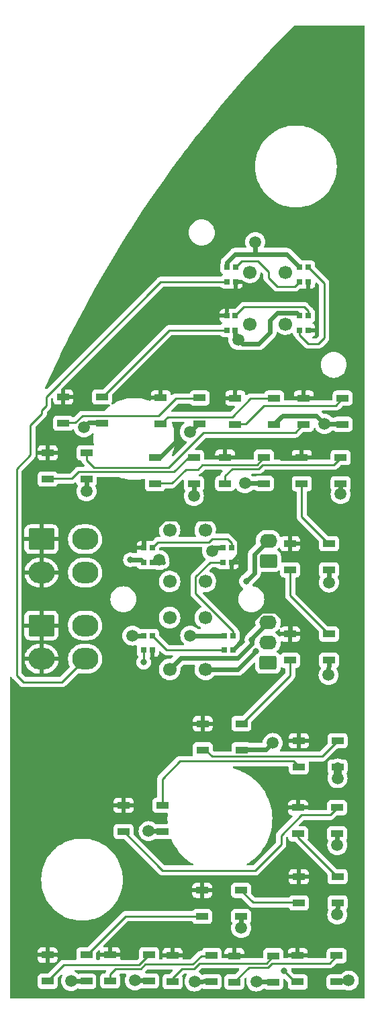
<source format=gbr>
%TF.GenerationSoftware,KiCad,Pcbnew,(6.0.9)*%
%TF.CreationDate,2023-04-01T14:47:23-08:00*%
%TF.ProjectId,MASTER ARM PANEL,4d415354-4552-4204-9152-4d2050414e45,3*%
%TF.SameCoordinates,Original*%
%TF.FileFunction,Copper,L1,Top*%
%TF.FilePolarity,Positive*%
%FSLAX46Y46*%
G04 Gerber Fmt 4.6, Leading zero omitted, Abs format (unit mm)*
G04 Created by KiCad (PCBNEW (6.0.9)) date 2023-04-01 14:47:23*
%MOMM*%
%LPD*%
G01*
G04 APERTURE LIST*
G04 Aperture macros list*
%AMRoundRect*
0 Rectangle with rounded corners*
0 $1 Rounding radius*
0 $2 $3 $4 $5 $6 $7 $8 $9 X,Y pos of 4 corners*
0 Add a 4 corners polygon primitive as box body*
4,1,4,$2,$3,$4,$5,$6,$7,$8,$9,$2,$3,0*
0 Add four circle primitives for the rounded corners*
1,1,$1+$1,$2,$3*
1,1,$1+$1,$4,$5*
1,1,$1+$1,$6,$7*
1,1,$1+$1,$8,$9*
0 Add four rect primitives between the rounded corners*
20,1,$1+$1,$2,$3,$4,$5,0*
20,1,$1+$1,$4,$5,$6,$7,0*
20,1,$1+$1,$6,$7,$8,$9,0*
20,1,$1+$1,$8,$9,$2,$3,0*%
G04 Aperture macros list end*
%TA.AperFunction,ComponentPad*%
%ADD10C,1.700000*%
%TD*%
%TA.AperFunction,SMDPad,CuDef*%
%ADD11R,1.500000X0.900000*%
%TD*%
%TA.AperFunction,SMDPad,CuDef*%
%ADD12R,0.700000X0.700000*%
%TD*%
%TA.AperFunction,ComponentPad*%
%ADD13RoundRect,0.250001X-1.399999X1.099999X-1.399999X-1.099999X1.399999X-1.099999X1.399999X1.099999X0*%
%TD*%
%TA.AperFunction,ComponentPad*%
%ADD14O,3.300000X2.700000*%
%TD*%
%TA.AperFunction,ComponentPad*%
%ADD15RoundRect,0.250000X0.845000X-0.620000X0.845000X0.620000X-0.845000X0.620000X-0.845000X-0.620000X0*%
%TD*%
%TA.AperFunction,ComponentPad*%
%ADD16O,2.190000X1.740000*%
%TD*%
%TA.AperFunction,ViaPad*%
%ADD17C,0.800000*%
%TD*%
%TA.AperFunction,ViaPad*%
%ADD18C,1.500000*%
%TD*%
%TA.AperFunction,Conductor*%
%ADD19C,0.250000*%
%TD*%
%TA.AperFunction,Conductor*%
%ADD20C,0.609600*%
%TD*%
%TA.AperFunction,Conductor*%
%ADD21C,1.000000*%
%TD*%
G04 APERTURE END LIST*
D10*
%TO.P,SW2,1,1*%
%TO.N,/AA_SW*%
X78701900Y13677900D03*
%TO.P,SW2,2,2*%
X78701900Y7177900D03*
%TO.P,SW2,3*%
%TO.N,N/C*%
X74201900Y13677900D03*
%TO.P,SW2,4*%
X74201900Y7177900D03*
%TD*%
%TO.P,SW3,1,1*%
%TO.N,/AG_SW*%
X78701900Y2628900D03*
%TO.P,SW3,2,2*%
X78701900Y-3871100D03*
%TO.P,SW3,3*%
%TO.N,N/C*%
X74201900Y2628900D03*
%TO.P,SW3,4*%
X74201900Y-3871100D03*
%TD*%
%TO.P,SW1,1,1*%
%TO.N,/READY_SW*%
X84289900Y39585900D03*
%TO.P,SW1,2,2*%
X84289900Y46085900D03*
%TO.P,SW1,3*%
%TO.N,N/C*%
X88789900Y39585900D03*
%TO.P,SW1,4*%
X88789900Y46085900D03*
%TD*%
D11*
%TO.P,D7,1,VDD*%
%TO.N,/LED+5V*%
X60795520Y30402780D03*
%TO.P,D7,2,DOUT*%
%TO.N,Net-(D7-Pad2)*%
X60795520Y27102780D03*
%TO.P,D7,3,VSS*%
%TO.N,/LEDGND*%
X65695520Y27102780D03*
%TO.P,D7,4,DIN*%
%TO.N,Net-(D32-Pad1)*%
X65695520Y30402780D03*
%TD*%
%TO.P,D8,1,VDD*%
%TO.N,/LED+5V*%
X73089520Y30275980D03*
%TO.P,D8,2,DOUT*%
%TO.N,Net-(D8-Pad2)*%
X73089520Y26975980D03*
%TO.P,D8,3,VSS*%
%TO.N,/LEDGND*%
X77989520Y26975980D03*
%TO.P,D8,4,DIN*%
%TO.N,Net-(D7-Pad2)*%
X77989520Y30275980D03*
%TD*%
%TO.P,D9,1,VDD*%
%TO.N,/LED+5V*%
X82487520Y30250380D03*
%TO.P,D9,2,DOUT*%
%TO.N,Net-(D10-Pad4)*%
X82487520Y26950380D03*
%TO.P,D9,3,VSS*%
%TO.N,/LEDGND*%
X87387520Y26950380D03*
%TO.P,D9,4,DIN*%
%TO.N,Net-(D8-Pad2)*%
X87387520Y30250380D03*
%TD*%
%TO.P,D10,1,VDD*%
%TO.N,/LED+5V*%
X91123520Y30250380D03*
%TO.P,D10,2,DOUT*%
%TO.N,Net-(D10-Pad2)*%
X91123520Y26950380D03*
%TO.P,D10,3,VSS*%
%TO.N,/LEDGND*%
X96023520Y26950380D03*
%TO.P,D10,4,DIN*%
%TO.N,Net-(D10-Pad4)*%
X96023520Y30250380D03*
%TD*%
%TO.P,D11,1,VDD*%
%TO.N,/LED+5V*%
X58826520Y23367180D03*
%TO.P,D11,2,DOUT*%
%TO.N,Net-(D11-Pad2)*%
X58826520Y20067180D03*
%TO.P,D11,3,VSS*%
%TO.N,/LEDGND*%
X63726520Y20067180D03*
%TO.P,D11,4,DIN*%
%TO.N,Net-(D10-Pad2)*%
X63726520Y23367180D03*
%TD*%
%TO.P,D12,1,VDD*%
%TO.N,/LED+5V*%
X72366520Y22782780D03*
%TO.P,D12,2,DOUT*%
%TO.N,Net-(D12-Pad2)*%
X72366520Y19482780D03*
%TO.P,D12,3,VSS*%
%TO.N,/LEDGND*%
X77266520Y19482780D03*
%TO.P,D12,4,DIN*%
%TO.N,Net-(D11-Pad2)*%
X77266520Y22782780D03*
%TD*%
%TO.P,D13,1,VDD*%
%TO.N,/LED+5V*%
X81205520Y22808380D03*
%TO.P,D13,2,DOUT*%
%TO.N,Net-(D13-Pad2)*%
X81205520Y19508380D03*
%TO.P,D13,3,VSS*%
%TO.N,/LEDGND*%
X86105520Y19508380D03*
%TO.P,D13,4,DIN*%
%TO.N,Net-(D12-Pad2)*%
X86105520Y22808380D03*
%TD*%
%TO.P,D14,1,VDD*%
%TO.N,/LED+5V*%
X90869520Y22782780D03*
%TO.P,D14,2,DOUT*%
%TO.N,Net-(D14-Pad2)*%
X90869520Y19482780D03*
%TO.P,D14,3,VSS*%
%TO.N,/LEDGND*%
X95769520Y19482780D03*
%TO.P,D14,4,DIN*%
%TO.N,Net-(D13-Pad2)*%
X95769520Y22782780D03*
%TD*%
%TO.P,D15,1,VDD*%
%TO.N,/LED+5V*%
X89407520Y11937180D03*
%TO.P,D15,2,DOUT*%
%TO.N,Net-(D15-Pad2)*%
X89407520Y8637180D03*
%TO.P,D15,3,VSS*%
%TO.N,/LEDGND*%
X94307520Y8637180D03*
%TO.P,D15,4,DIN*%
%TO.N,Net-(D14-Pad2)*%
X94307520Y11937180D03*
%TD*%
%TO.P,D16,1,VDD*%
%TO.N,/LED+5V*%
X89407520Y558480D03*
%TO.P,D16,2,DOUT*%
%TO.N,Net-(D16-Pad2)*%
X89407520Y-2741520D03*
%TO.P,D16,3,VSS*%
%TO.N,/LEDGND*%
X94307520Y-2741520D03*
%TO.P,D16,4,DIN*%
%TO.N,Net-(D15-Pad2)*%
X94307520Y558480D03*
%TD*%
%TO.P,D17,1,VDD*%
%TO.N,/LED+5V*%
X78361520Y-10719520D03*
%TO.P,D17,2,DOUT*%
%TO.N,Net-(D17-Pad2)*%
X78361520Y-14019520D03*
%TO.P,D17,3,VSS*%
%TO.N,/LEDGND*%
X83261520Y-14019520D03*
%TO.P,D17,4,DIN*%
%TO.N,Net-(D16-Pad2)*%
X83261520Y-10719520D03*
%TD*%
%TO.P,D18,1,VDD*%
%TO.N,/LED+5V*%
X90474520Y-12853520D03*
%TO.P,D18,2,DOUT*%
%TO.N,Net-(D18-Pad2)*%
X90474520Y-16153520D03*
%TO.P,D18,3,VSS*%
%TO.N,/LEDGND*%
X95374520Y-16153520D03*
%TO.P,D18,4,DIN*%
%TO.N,Net-(D17-Pad2)*%
X95374520Y-12853520D03*
%TD*%
%TO.P,D19,1,VDD*%
%TO.N,/LED+5V*%
X68376520Y-20981520D03*
%TO.P,D19,2,DOUT*%
%TO.N,Net-(D19-Pad2)*%
X68376520Y-24281520D03*
%TO.P,D19,3,VSS*%
%TO.N,/LEDGND*%
X73276520Y-24281520D03*
%TO.P,D19,4,DIN*%
%TO.N,Net-(D18-Pad2)*%
X73276520Y-20981520D03*
%TD*%
%TO.P,D20,1,VDD*%
%TO.N,/LED+5V*%
X90423520Y-21285520D03*
%TO.P,D20,2,DOUT*%
%TO.N,Net-(D20-Pad2)*%
X90423520Y-24585520D03*
%TO.P,D20,3,VSS*%
%TO.N,/LEDGND*%
X95323520Y-24585520D03*
%TO.P,D20,4,DIN*%
%TO.N,Net-(D19-Pad2)*%
X95323520Y-21285520D03*
%TD*%
%TO.P,D21,1,VDD*%
%TO.N,/LED+5V*%
X90474520Y-29972520D03*
%TO.P,D21,2,DOUT*%
%TO.N,Net-(D21-Pad2)*%
X90474520Y-33272520D03*
%TO.P,D21,3,VSS*%
%TO.N,/LEDGND*%
X95374520Y-33272520D03*
%TO.P,D21,4,DIN*%
%TO.N,Net-(D20-Pad2)*%
X95374520Y-29972520D03*
%TD*%
%TO.P,D22,1,VDD*%
%TO.N,/LED+5V*%
X78321520Y-31674520D03*
%TO.P,D22,2,DOUT*%
%TO.N,Net-(D22-Pad2)*%
X78321520Y-34974520D03*
%TO.P,D22,3,VSS*%
%TO.N,/LEDGND*%
X83221520Y-34974520D03*
%TO.P,D22,4,DIN*%
%TO.N,Net-(D21-Pad2)*%
X83221520Y-31674520D03*
%TD*%
%TO.P,D23,1,VDD*%
%TO.N,/LED+5V*%
X58803520Y-39827520D03*
%TO.P,D23,2,DOUT*%
%TO.N,Net-(D23-Pad2)*%
X58803520Y-43127520D03*
%TO.P,D23,3,VSS*%
%TO.N,/LEDGND*%
X63703520Y-43127520D03*
%TO.P,D23,4,DIN*%
%TO.N,Net-(D22-Pad2)*%
X63703520Y-39827520D03*
%TD*%
%TO.P,D24,1,VDD*%
%TO.N,/LED+5V*%
X66700520Y-39777520D03*
%TO.P,D24,2,DOUT*%
%TO.N,Net-(D24-Pad2)*%
X66700520Y-43077520D03*
%TO.P,D24,3,VSS*%
%TO.N,/LEDGND*%
X71600520Y-43077520D03*
%TO.P,D24,4,DIN*%
%TO.N,Net-(D23-Pad2)*%
X71600520Y-39777520D03*
%TD*%
%TO.P,D25,1,VDD*%
%TO.N,/LED+5V*%
X74574520Y-39878520D03*
%TO.P,D25,2,DOUT*%
%TO.N,Net-(D25-Pad2)*%
X74574520Y-43178520D03*
%TO.P,D25,3,VSS*%
%TO.N,/LEDGND*%
X79474520Y-43178520D03*
%TO.P,D25,4,DIN*%
%TO.N,Net-(D24-Pad2)*%
X79474520Y-39878520D03*
%TD*%
%TO.P,D26,1,VDD*%
%TO.N,/LED+5V*%
X82374520Y-39929520D03*
%TO.P,D26,2,DOUT*%
%TO.N,Net-(D26-Pad2)*%
X82374520Y-43229520D03*
%TO.P,D26,3,VSS*%
%TO.N,/LEDGND*%
X87274520Y-43229520D03*
%TO.P,D26,4,DIN*%
%TO.N,Net-(D25-Pad2)*%
X87274520Y-39929520D03*
%TD*%
%TO.P,D27,1,VDD*%
%TO.N,/LED+5V*%
X90361520Y-39904520D03*
%TO.P,D27,2,DOUT*%
%TO.N,Net-(D27-Pad2)*%
X90361520Y-43204520D03*
%TO.P,D27,3,VSS*%
%TO.N,/LEDGND*%
X95261520Y-43204520D03*
%TO.P,D27,4,DIN*%
%TO.N,Net-(D26-Pad2)*%
X95261520Y-39904520D03*
%TD*%
D12*
%TO.P,D4,1,DOUT*%
%TO.N,Net-(D4-Pad1)*%
X72012900Y368900D03*
%TO.P,D4,2,GND*%
%TO.N,/LEDGND*%
X70912900Y368900D03*
%TO.P,D4,3,DIN*%
%TO.N,Net-(D27-Pad2)*%
X70912900Y-1461100D03*
%TO.P,D4,4,VSS*%
%TO.N,/LED+5V*%
X72012900Y-1461100D03*
%TD*%
%TO.P,D6,1,DOUT*%
%TO.N,Net-(D28-Pad3)*%
X82045900Y11417900D03*
%TO.P,D6,2,GND*%
%TO.N,/LEDGND*%
X80945900Y11417900D03*
%TO.P,D6,3,DIN*%
%TO.N,Net-(D5-Pad1)*%
X80945900Y9587900D03*
%TO.P,D6,4,VSS*%
%TO.N,/LED+5V*%
X82045900Y9587900D03*
%TD*%
%TO.P,D28,1,DOUT*%
%TO.N,/DATAOUT*%
X70912900Y9587900D03*
%TO.P,D28,2,GND*%
%TO.N,/LEDGND*%
X72012900Y9587900D03*
%TO.P,D28,3,DIN*%
%TO.N,Net-(D28-Pad3)*%
X72012900Y11417900D03*
%TO.P,D28,4,VSS*%
%TO.N,/LED+5V*%
X70912900Y11417900D03*
%TD*%
%TO.P,D29,1,DOUT*%
%TO.N,Net-(D29-Pad1)*%
X82553900Y46723900D03*
%TO.P,D29,2,GND*%
%TO.N,/LEDGND*%
X81453900Y46723900D03*
%TO.P,D29,3,DIN*%
%TO.N,/DATAIN*%
X81453900Y44893900D03*
%TO.P,D29,4,VSS*%
%TO.N,/LED+5V*%
X82553900Y44893900D03*
%TD*%
%TO.P,D30,1,DOUT*%
%TO.N,Net-(D30-Pad1)*%
X91697900Y46723900D03*
%TO.P,D30,2,GND*%
%TO.N,/LEDGND*%
X90597900Y46723900D03*
%TO.P,D30,3,DIN*%
%TO.N,Net-(D29-Pad1)*%
X90597900Y44893900D03*
%TO.P,D30,4,VSS*%
%TO.N,/LED+5V*%
X91697900Y44893900D03*
%TD*%
%TO.P,D31,1,DOUT*%
%TO.N,Net-(D31-Pad1)*%
X91697900Y40627900D03*
%TO.P,D31,2,GND*%
%TO.N,/LEDGND*%
X90597900Y40627900D03*
%TO.P,D31,3,DIN*%
%TO.N,Net-(D30-Pad1)*%
X90597900Y38797900D03*
%TO.P,D31,4,VSS*%
%TO.N,/LED+5V*%
X91697900Y38797900D03*
%TD*%
%TO.P,D32,1,DOUT*%
%TO.N,Net-(D32-Pad1)*%
X81390400Y38797900D03*
%TO.P,D32,2,GND*%
%TO.N,/LEDGND*%
X82490400Y38797900D03*
%TO.P,D32,3,DIN*%
%TO.N,Net-(D31-Pad1)*%
X82490400Y40627900D03*
%TO.P,D32,4,VSS*%
%TO.N,/LED+5V*%
X81390400Y40627900D03*
%TD*%
%TO.P,D5,1,DOUT*%
%TO.N,Net-(D5-Pad1)*%
X82172900Y368900D03*
%TO.P,D5,2,GND*%
%TO.N,/LEDGND*%
X81072900Y368900D03*
%TO.P,D5,3,DIN*%
%TO.N,Net-(D4-Pad1)*%
X81072900Y-1461100D03*
%TO.P,D5,4,VSS*%
%TO.N,/LED+5V*%
X82172900Y-1461100D03*
%TD*%
D13*
%TO.P,J1,1,Pin_1*%
%TO.N,/LED+5V*%
X58049520Y1650480D03*
D14*
%TO.P,J1,2,Pin_2*%
X58049520Y-2549520D03*
%TO.P,J1,3,Pin_3*%
%TO.N,/LEDGND*%
X63549520Y1650480D03*
%TO.P,J1,4,Pin_4*%
%TO.N,/DATAIN*%
X63549520Y-2549520D03*
%TD*%
D13*
%TO.P,J2,1,Pin_1*%
%TO.N,/LED+5V*%
X58049520Y12499980D03*
D14*
%TO.P,J2,2,Pin_2*%
X58049520Y8299980D03*
%TO.P,J2,3,Pin_3*%
%TO.N,/LEDGND*%
X63549520Y12499980D03*
%TO.P,J2,4,Pin_4*%
%TO.N,/DATAOUT*%
X63549520Y8299980D03*
%TD*%
D15*
%TO.P,J3,1,Pin_1*%
%TO.N,/READY_SW*%
X86648400Y9757900D03*
D16*
%TO.P,J3,2,Pin_2*%
%TO.N,GND*%
X86648400Y12297900D03*
%TD*%
D15*
%TO.P,J4,1,Pin_1*%
%TO.N,/AA_SW*%
X86614000Y-3048000D03*
D16*
%TO.P,J4,2,Pin_2*%
%TO.N,/AG_SW*%
X86614000Y-508000D03*
%TO.P,J4,3,Pin_3*%
%TO.N,GND*%
X86614000Y2032000D03*
%TD*%
D17*
%TO.N,/DATAOUT*%
X69253100Y9918700D03*
D18*
%TO.N,/LEDGND*%
X83698400Y19557900D03*
X96798400Y-43042100D03*
X63726520Y18536020D03*
X72897090Y9870715D03*
X63398400Y26557900D03*
X94298400Y7057900D03*
X87198400Y-13142100D03*
X95348400Y-25992100D03*
X85001100Y49898300D03*
X95374520Y-17568220D03*
X83221520Y-36415220D03*
X76748400Y26007900D03*
X77266520Y17926020D03*
X95769520Y18179020D03*
X77348400Y-43142100D03*
X82848400Y37607900D03*
X76798400Y357900D03*
X71558980Y-24231520D03*
X93740880Y27000380D03*
X95348400Y-34742100D03*
X94248400Y-4592100D03*
X85148400Y-43142100D03*
X79548400Y11007900D03*
X69509400Y368900D03*
X69833820Y-43027520D03*
X61762980Y-43077520D03*
D17*
%TO.N,/LED+5V*%
X74998400Y26757900D03*
X75098400Y31407900D03*
%TO.N,Net-(D27-Pad2)*%
X70929500Y-2984500D03*
X88648400Y-41842100D03*
%TO.N,GND*%
X84571900Y-131100D03*
X83850150Y7209650D03*
%TO.N,/AG_SW*%
X85054616Y-1628333D03*
%TD*%
D19*
%TO.N,Net-(D7-Pad2)*%
X62328278Y27152780D02*
X63203279Y28027781D01*
X60795520Y27152780D02*
X62328278Y27152780D01*
X63203279Y28027781D02*
X72816323Y28027781D01*
X75014522Y30225980D02*
X77989520Y30225980D01*
X72816323Y28027781D02*
X75014522Y30225980D01*
%TO.N,Net-(D8-Pad2)*%
X73964521Y27900981D02*
X73089520Y27025980D01*
X82113123Y27900981D02*
X73964521Y27900981D01*
X87387520Y30200380D02*
X84412522Y30200380D01*
X84412522Y30200380D02*
X82113123Y27900981D01*
%TO.N,Net-(D10-Pad4)*%
X83789316Y27000380D02*
X82487520Y27000380D01*
X86114315Y29325379D02*
X83789316Y27000380D01*
X96023520Y30200380D02*
X95148519Y29325379D01*
X95148519Y29325379D02*
X86114315Y29325379D01*
%TO.N,Net-(D10-Pad2)*%
X63726520Y22464071D02*
X64698400Y21492191D01*
X76816638Y24207900D02*
X76816638Y24226138D01*
X76816638Y24226138D02*
X78498400Y25907900D01*
X74100929Y21492191D02*
X76816638Y24207900D01*
X90031040Y25907900D02*
X91123520Y27000380D01*
X78498400Y25907900D02*
X90031040Y25907900D01*
X64698400Y21492191D02*
X74100929Y21492191D01*
X63726520Y23317180D02*
X63726520Y22464071D01*
%TO.N,Net-(D11-Pad2)*%
X74747228Y20992181D02*
X76487827Y22732780D01*
X61857680Y20117180D02*
X62732681Y20992181D01*
X76487827Y22732780D02*
X77266520Y22732780D01*
X58826520Y20117180D02*
X61857680Y20117180D01*
X62732681Y20992181D02*
X74747228Y20992181D01*
%TO.N,Net-(D12-Pad2)*%
X78316521Y21857779D02*
X77757521Y21298779D01*
X72366520Y19532780D02*
X74473280Y19532780D01*
X85204919Y21857779D02*
X78316521Y21857779D01*
X74473280Y19532780D02*
X76239279Y21298779D01*
X76239279Y21298779D02*
X77757521Y21298779D01*
X86105520Y22758380D02*
X85204919Y21857779D01*
%TO.N,Net-(D13-Pad2)*%
X85412029Y21357769D02*
X85912039Y21857779D01*
X81205520Y20465020D02*
X82098269Y21357769D01*
X94894519Y21857779D02*
X95769520Y22732780D01*
X85912039Y21857779D02*
X94894519Y21857779D01*
X81205520Y19558380D02*
X81205520Y20465020D01*
X82098269Y21357769D02*
X85412029Y21357769D01*
%TO.N,Net-(D14-Pad2)*%
X90869520Y15325180D02*
X94307520Y11887180D01*
X90869520Y19532780D02*
X90869520Y15325180D01*
%TO.N,Net-(D15-Pad2)*%
X89407520Y5408480D02*
X94307520Y508480D01*
X89407520Y8687180D02*
X89407520Y5408480D01*
%TO.N,Net-(D16-Pad2)*%
X89407520Y-2691520D02*
X89407520Y-4623520D01*
X89407520Y-4623520D02*
X83261520Y-10769520D01*
%TO.N,Net-(D17-Pad2)*%
X93433510Y-14844530D02*
X95374520Y-12903520D01*
X78361520Y-13969520D02*
X78675820Y-13969520D01*
X78675820Y-13969520D02*
X79550830Y-14844530D01*
X79550830Y-14844530D02*
X93433510Y-14844530D01*
%TO.N,Net-(D18-Pad2)*%
X73276520Y-21031520D02*
X73276520Y-17663980D01*
X73276520Y-17663980D02*
X75498400Y-15442100D01*
X89813100Y-15442100D02*
X90474520Y-16103520D01*
X75498400Y-15442100D02*
X89813100Y-15442100D01*
%TO.N,Net-(D19-Pad2)*%
X73337100Y-29192100D02*
X68376520Y-24231520D01*
X90823517Y-22210521D02*
X94448519Y-22210521D01*
X94448519Y-22210521D02*
X95323520Y-21335520D01*
X90823517Y-22210521D02*
X88248400Y-24785638D01*
X88248400Y-24785638D02*
X88248400Y-25942100D01*
X84998400Y-29192100D02*
X73337100Y-29192100D01*
X88248400Y-25942100D02*
X84998400Y-29192100D01*
%TO.N,Net-(D20-Pad2)*%
X90423520Y-24535520D02*
X90423520Y-25071520D01*
X90423520Y-25071520D02*
X95374520Y-30022520D01*
%TO.N,Net-(D21-Pad2)*%
X90474520Y-33222520D02*
X84719520Y-33222520D01*
X84719520Y-33222520D02*
X83221520Y-31724520D01*
%TO.N,Net-(D22-Pad2)*%
X68656520Y-34924520D02*
X78321520Y-34924520D01*
X63703520Y-39877520D02*
X68656520Y-34924520D01*
%TO.N,Net-(D23-Pad2)*%
X60818917Y-41062123D02*
X70365917Y-41062123D01*
X58803520Y-43077520D02*
X60818917Y-41062123D01*
X70365917Y-41062123D02*
X71600520Y-39827520D01*
%TO.N,Net-(D24-Pad2)*%
X70573027Y-41562133D02*
X71143060Y-40992100D01*
X78172724Y-39928520D02*
X79474520Y-39928520D01*
X77109144Y-40992100D02*
X78172724Y-39928520D01*
X66700520Y-42277520D02*
X67415907Y-41562133D01*
X66700520Y-43027520D02*
X66700520Y-42277520D01*
X71143060Y-40992100D02*
X77109144Y-40992100D01*
X67415907Y-41562133D02*
X70573027Y-41562133D01*
%TO.N,Net-(D25-Pad2)*%
X77953843Y-40854521D02*
X86399519Y-40854521D01*
X86399519Y-40854521D02*
X87274520Y-39979520D01*
X75764468Y-41526032D02*
X77282332Y-41526032D01*
X77282332Y-41526032D02*
X77953843Y-40854521D01*
X74574520Y-42715980D02*
X75764468Y-41526032D01*
X74574520Y-43128520D02*
X74574520Y-42715980D01*
%TO.N,Net-(D26-Pad2)*%
X82374520Y-43165980D02*
X84185969Y-41354531D01*
X82374520Y-43179520D02*
X82374520Y-43165980D01*
X84185969Y-41354531D02*
X86606629Y-41354531D01*
X94361519Y-40854521D02*
X95261520Y-39954520D01*
X87106639Y-40854521D02*
X94361519Y-40854521D01*
X86606629Y-41354531D02*
X87106639Y-40854521D01*
D20*
%TO.N,/DATAOUT*%
X69253100Y9918700D02*
X70582100Y9918700D01*
X70582100Y9918700D02*
X70912900Y9587900D01*
D19*
%TO.N,/DATAIN*%
X56662108Y26871608D02*
X58070409Y28279909D01*
X54898400Y-4642100D02*
X54898400Y21357900D01*
X60606940Y-5492100D02*
X55748400Y-5492100D01*
X58070409Y28735891D02*
X58631108Y29296590D01*
X73087998Y44893900D02*
X81453900Y44893900D01*
X56662108Y23121608D02*
X56662108Y26871608D01*
X58070409Y28279909D02*
X58070409Y28735891D01*
X55748400Y-5492100D02*
X54898400Y-4642100D01*
X58631108Y29296590D02*
X58631108Y30437010D01*
X54898400Y21357900D02*
X56662108Y23121608D01*
X63549520Y-2549520D02*
X60606940Y-5492100D01*
X58631108Y30437010D02*
X73087998Y44893900D01*
D20*
%TO.N,/LEDGND*%
X82848400Y37607900D02*
X83348400Y37107900D01*
X69833820Y-43027520D02*
X69833820Y-43027520D01*
X77348400Y-43142100D02*
X77361980Y-43128520D01*
X85148400Y-43142100D02*
X85185820Y-43179520D01*
X96798400Y-43042100D02*
X96685980Y-43154520D01*
X95348400Y-34742100D02*
X95374520Y-34715980D01*
X83221520Y-36415220D02*
X83221520Y-36415220D01*
X95348400Y-25992100D02*
X95323520Y-25967220D01*
X94248400Y-4592100D02*
X94307520Y-4532980D01*
D21*
X95374520Y-17568220D02*
X95374520Y-17568220D01*
D20*
X71558980Y-24231520D02*
X71558980Y-24231520D01*
X87198400Y-13142100D02*
X87198400Y-13142100D01*
X69509400Y368900D02*
X69509400Y368900D01*
X73378400Y9587900D02*
X73378400Y9587900D01*
X83698400Y19557900D02*
X83698880Y19558380D01*
X76798400Y357900D02*
X76809400Y368900D01*
X79548400Y11007900D02*
X79548400Y11057900D01*
X94298400Y7057900D02*
X94307520Y7067020D01*
X86105520Y19558380D02*
X83698400Y19557900D01*
X82490400Y38797900D02*
X82490400Y37965900D01*
X87387520Y27000380D02*
X88442321Y28055181D01*
X79474520Y-43128520D02*
X77348400Y-43142100D01*
X63993280Y27152780D02*
X63398400Y26557900D01*
X65695520Y27152780D02*
X63993280Y27152780D01*
X88442321Y28055181D02*
X92686079Y28055181D01*
X96023520Y27000380D02*
X93740880Y27000380D01*
X82481670Y48350312D02*
X85025088Y48350312D01*
X63726520Y12676980D02*
X63549520Y12499980D01*
X87274520Y-43179520D02*
X85148400Y-43142100D01*
X88971488Y48350312D02*
X90597900Y46723900D01*
X83221520Y-34924520D02*
X83221520Y-36415220D01*
X95323520Y-24535520D02*
X95348400Y-25992100D01*
X72012900Y9587900D02*
X72614275Y9587900D01*
X87773807Y40990701D02*
X90235099Y40990701D01*
X94307520Y8687180D02*
X94298400Y7057900D01*
X90235099Y40990701D02*
X90597900Y40627900D01*
X94307520Y-2691520D02*
X94248400Y-4592100D01*
X73276520Y-24231520D02*
X71558980Y-24231520D01*
X82490400Y37965900D02*
X82848400Y37607900D01*
X85001100Y48374300D02*
X85025088Y48350312D01*
D21*
X95374520Y-16103520D02*
X95374520Y-17568220D01*
D20*
X77766480Y27025980D02*
X76748400Y26007900D01*
X77989520Y27025980D02*
X77766480Y27025980D01*
X95374520Y-33222520D02*
X95348400Y-34742100D01*
X85448400Y37107900D02*
X86869703Y38529203D01*
X71600520Y-43027520D02*
X69833820Y-43027520D01*
X63703520Y-43077520D02*
X61762980Y-43077520D01*
X80945900Y11417900D02*
X79908400Y11417900D01*
X83348400Y37107900D02*
X85448400Y37107900D01*
X81453900Y47322542D02*
X82481670Y48350312D01*
X87773807Y40990701D02*
X86869703Y40086597D01*
X72614275Y9587900D02*
X72897090Y9870715D01*
X86370980Y-13969520D02*
X87198400Y-13142100D01*
X85001100Y49898300D02*
X85001100Y48374300D01*
X92686079Y28055181D02*
X93740880Y27000380D01*
X95769520Y19532780D02*
X95769520Y18179020D01*
X83261520Y-13969520D02*
X86370980Y-13969520D01*
X70912900Y368900D02*
X69509400Y368900D01*
X95261520Y-43154520D02*
X96798400Y-43042100D01*
X79908400Y11417900D02*
X79548400Y11007900D01*
X85025088Y48350312D02*
X88971488Y48350312D01*
X77266520Y19532780D02*
X77266520Y17926020D01*
X81072900Y368900D02*
X76798400Y357900D01*
X63726520Y20117180D02*
X63726520Y18536020D01*
X81453900Y46723900D02*
X81453900Y47322542D01*
X86869703Y38529203D02*
X86869703Y40086597D01*
%TO.N,/LED+5V*%
X82950701Y12327414D02*
X80195414Y15082701D01*
X80195414Y15082701D02*
X73527595Y15082701D01*
X87568790Y3456810D02*
X85798825Y3456810D01*
X72893280Y22732780D02*
X74998400Y24837900D01*
X82045900Y9587900D02*
X82950701Y10492701D01*
X83291900Y-342100D02*
X82172900Y-1461100D01*
X82950701Y10492701D02*
X82950701Y12327414D01*
X89407520Y1618080D02*
X87568790Y3456810D01*
X83291900Y949885D02*
X83291900Y-342100D01*
X89407520Y508480D02*
X89407520Y1618080D01*
X85798825Y3456810D02*
X83291900Y949885D01*
X90869520Y22732780D02*
X88328562Y22732780D01*
X73527595Y15082701D02*
X70912900Y12468006D01*
X74998400Y24837900D02*
X74998400Y26757900D01*
X70912900Y12468006D02*
X70912900Y11417900D01*
X72366520Y22732780D02*
X72893280Y22732780D01*
D19*
%TO.N,Net-(D27-Pad2)*%
X88648400Y-41842100D02*
X88648400Y-41842100D01*
X90361520Y-43154520D02*
X89960820Y-43154520D01*
X70912900Y-2967900D02*
X70929500Y-2984500D01*
X89960820Y-43154520D02*
X88648400Y-41842100D01*
X70912900Y-1461100D02*
X70912900Y-2967900D01*
D20*
%TO.N,GND*%
X83850150Y7209650D02*
X83818400Y7177900D01*
X84571900Y-696785D02*
X84571900Y-131100D01*
X86648400Y12297900D02*
X86585224Y12297900D01*
X82802386Y-2466299D02*
X84571900Y-696785D01*
X86585224Y12297900D02*
X84898400Y10611076D01*
X86614000Y2032000D02*
X84571900Y-10100D01*
X75606701Y-2466299D02*
X82802386Y-2466299D01*
X74201900Y-3871100D02*
X75606701Y-2466299D01*
X84898400Y10611076D02*
X84898400Y8257900D01*
X84898400Y8257900D02*
X83850150Y7209650D01*
X84571900Y-10100D02*
X84571900Y-131100D01*
%TO.N,/AG_SW*%
X78701900Y-3871100D02*
X82811849Y-3871100D01*
X82811849Y-3871100D02*
X85054616Y-1628333D01*
D19*
%TO.N,Net-(D4-Pad1)*%
X81072900Y-1461100D02*
X73842900Y-1461100D01*
X73842900Y-1461100D02*
X72012900Y368900D01*
%TO.N,Net-(D5-Pad1)*%
X77476899Y7765901D02*
X77476899Y5666903D01*
X79298898Y9587900D02*
X77476899Y7765901D01*
X82172900Y970902D02*
X82172900Y368900D01*
X80945900Y9587900D02*
X79298898Y9587900D01*
X77476899Y5666903D02*
X82172900Y970902D01*
%TO.N,Net-(D28-Pad3)*%
X72737901Y12142901D02*
X72012900Y11417900D01*
X79183401Y12142901D02*
X72737901Y12142901D01*
X82045900Y11417900D02*
X82045900Y12060400D01*
X81548400Y12557900D02*
X79598400Y12557900D01*
X82045900Y12060400D02*
X81548400Y12557900D01*
X79598400Y12557900D02*
X79183401Y12142901D01*
%TO.N,Net-(D32-Pad1)*%
X74140640Y38797900D02*
X81390400Y38797900D01*
X65695520Y30352780D02*
X74140640Y38797900D01*
%TO.N,Net-(D29-Pad1)*%
X86648400Y46148294D02*
X86648400Y45407900D01*
X85305993Y47490701D02*
X86648400Y46148294D01*
X83320701Y47490701D02*
X85305993Y47490701D01*
X82553900Y46723900D02*
X83320701Y47490701D01*
X87748400Y44307900D02*
X90011900Y44307900D01*
X90011900Y44307900D02*
X90597900Y44893900D01*
X86648400Y45407900D02*
X87748400Y44307900D01*
%TO.N,Net-(D30-Pad1)*%
X90597900Y38197900D02*
X91687900Y37107900D01*
X90597900Y38797900D02*
X90597900Y38197900D01*
X91687900Y37107900D02*
X92948400Y37107900D01*
X93698400Y37857900D02*
X93698400Y44723400D01*
X92948400Y37107900D02*
X93698400Y37857900D01*
X93698400Y44723400D02*
X91697900Y46723900D01*
%TO.N,Net-(D31-Pad1)*%
X91203900Y41721900D02*
X91697900Y41227900D01*
X83584400Y41721900D02*
X91203900Y41721900D01*
X91697900Y41227900D02*
X91697900Y40627900D01*
X82490400Y40627900D02*
X83584400Y41721900D01*
%TD*%
%TA.AperFunction,Conductor*%
%TO.N,/LED+5V*%
G36*
X98709521Y77157398D02*
G01*
X98756014Y77103742D01*
X98767400Y77051400D01*
X98767400Y-45187100D01*
X98747398Y-45255221D01*
X98693742Y-45301714D01*
X98641400Y-45313100D01*
X54190400Y-45313100D01*
X54122279Y-45293098D01*
X54075786Y-45239442D01*
X54064400Y-45187100D01*
X54064400Y-43625654D01*
X57545020Y-43625654D01*
X57551775Y-43687836D01*
X57602905Y-43824225D01*
X57690259Y-43940781D01*
X57806815Y-44028135D01*
X57943204Y-44079265D01*
X58005386Y-44086020D01*
X59601654Y-44086020D01*
X59663836Y-44079265D01*
X59800225Y-44028135D01*
X59916781Y-43940781D01*
X60004135Y-43824225D01*
X60055265Y-43687836D01*
X60062020Y-43625654D01*
X60062020Y-42767114D01*
X60082022Y-42698993D01*
X60098925Y-42678019D01*
X60458829Y-42318115D01*
X60521141Y-42284089D01*
X60591956Y-42289154D01*
X60648792Y-42331701D01*
X60673603Y-42398221D01*
X60662119Y-42460460D01*
X60643388Y-42500629D01*
X60575860Y-42645444D01*
X60518865Y-42858149D01*
X60499673Y-43077520D01*
X60518865Y-43296891D01*
X60575860Y-43509596D01*
X60578185Y-43514581D01*
X60666598Y-43704186D01*
X60666601Y-43704191D01*
X60668924Y-43709173D01*
X60672080Y-43713680D01*
X60672081Y-43713682D01*
X60790227Y-43882411D01*
X60795231Y-43889558D01*
X60950942Y-44045269D01*
X60955451Y-44048426D01*
X60955453Y-44048428D01*
X60975874Y-44062727D01*
X61131326Y-44171576D01*
X61330904Y-44264640D01*
X61543609Y-44321635D01*
X61762980Y-44340827D01*
X61982351Y-44321635D01*
X62195056Y-44264640D01*
X62394634Y-44171576D01*
X62517347Y-44085651D01*
X62570506Y-44048429D01*
X62570511Y-44048425D01*
X62575018Y-44045269D01*
X62575435Y-44044852D01*
X62639082Y-44016997D01*
X62706228Y-44029700D01*
X62706815Y-44028135D01*
X62843204Y-44079265D01*
X62905386Y-44086020D01*
X64501654Y-44086020D01*
X64563836Y-44079265D01*
X64700225Y-44028135D01*
X64816781Y-43940781D01*
X64904135Y-43824225D01*
X64955265Y-43687836D01*
X64962020Y-43625654D01*
X64962020Y-42629386D01*
X64955265Y-42567204D01*
X64904135Y-42430815D01*
X64816781Y-42314259D01*
X64700225Y-42226905D01*
X64563836Y-42175775D01*
X64501654Y-42169020D01*
X62905386Y-42169020D01*
X62843204Y-42175775D01*
X62835808Y-42178547D01*
X62835802Y-42178549D01*
X62772110Y-42202426D01*
X62701302Y-42207609D01*
X62638786Y-42173539D01*
X62575018Y-42109771D01*
X62569753Y-42106084D01*
X62483033Y-42045362D01*
X62394634Y-41983464D01*
X62292456Y-41935818D01*
X62239171Y-41888901D01*
X62219710Y-41820624D01*
X62240252Y-41752664D01*
X62294274Y-41706598D01*
X62345706Y-41695623D01*
X66087959Y-41695623D01*
X66156080Y-41715625D01*
X66202573Y-41769281D01*
X66212677Y-41839555D01*
X66189894Y-41895685D01*
X66189357Y-41896424D01*
X66183934Y-41902199D01*
X66180118Y-41909139D01*
X66180115Y-41909144D01*
X66174172Y-41919954D01*
X66163321Y-41936473D01*
X66150906Y-41952479D01*
X66147761Y-41959748D01*
X66147758Y-41959752D01*
X66133346Y-41993057D01*
X66128129Y-42003707D01*
X66106825Y-42042460D01*
X66106825Y-42042461D01*
X66106750Y-42042420D01*
X66065431Y-42095377D01*
X65991952Y-42119020D01*
X65902386Y-42119020D01*
X65840204Y-42125775D01*
X65703815Y-42176905D01*
X65587259Y-42264259D01*
X65499905Y-42380815D01*
X65448775Y-42517204D01*
X65442020Y-42579386D01*
X65442020Y-43575654D01*
X65448775Y-43637836D01*
X65499905Y-43774225D01*
X65587259Y-43890781D01*
X65703815Y-43978135D01*
X65840204Y-44029265D01*
X65902386Y-44036020D01*
X67498654Y-44036020D01*
X67560836Y-44029265D01*
X67697225Y-43978135D01*
X67813781Y-43890781D01*
X67901135Y-43774225D01*
X67952265Y-43637836D01*
X67959020Y-43575654D01*
X67959020Y-42579386D01*
X67952265Y-42517204D01*
X67901135Y-42380815D01*
X67899703Y-42378904D01*
X67885242Y-42312784D01*
X67909979Y-42246236D01*
X67966767Y-42203626D01*
X68010931Y-42195633D01*
X68637926Y-42195633D01*
X68706047Y-42215635D01*
X68752540Y-42269291D01*
X68762644Y-42339565D01*
X68744332Y-42385825D01*
X68745670Y-42386597D01*
X68742920Y-42391360D01*
X68739764Y-42395867D01*
X68737441Y-42400849D01*
X68737438Y-42400854D01*
X68709644Y-42460460D01*
X68646700Y-42595444D01*
X68589705Y-42808149D01*
X68570513Y-43027520D01*
X68589705Y-43246891D01*
X68646700Y-43459596D01*
X68672340Y-43514581D01*
X68737438Y-43654186D01*
X68737441Y-43654191D01*
X68739764Y-43659173D01*
X68742920Y-43663680D01*
X68742921Y-43663682D01*
X68855335Y-43824225D01*
X68866071Y-43839558D01*
X69021782Y-43995269D01*
X69026291Y-43998426D01*
X69026293Y-43998428D01*
X69089636Y-44042781D01*
X69202166Y-44121576D01*
X69401744Y-44214640D01*
X69614449Y-44271635D01*
X69833820Y-44290827D01*
X70053191Y-44271635D01*
X70265896Y-44214640D01*
X70465474Y-44121576D01*
X70592774Y-44032439D01*
X70660048Y-44009751D01*
X70709274Y-44017670D01*
X70732809Y-44026493D01*
X70732811Y-44026493D01*
X70740204Y-44029265D01*
X70748052Y-44030118D01*
X70748054Y-44030118D01*
X70798529Y-44035601D01*
X70802386Y-44036020D01*
X72398654Y-44036020D01*
X72460836Y-44029265D01*
X72597225Y-43978135D01*
X72713781Y-43890781D01*
X72801135Y-43774225D01*
X72852265Y-43637836D01*
X72859020Y-43575654D01*
X72859020Y-42579386D01*
X72852265Y-42517204D01*
X72801135Y-42380815D01*
X72713781Y-42264259D01*
X72597225Y-42176905D01*
X72460836Y-42125775D01*
X72398654Y-42119020D01*
X71216234Y-42119020D01*
X71148113Y-42099018D01*
X71101620Y-42045362D01*
X71091516Y-41975088D01*
X71121010Y-41910508D01*
X71127139Y-41903925D01*
X71368559Y-41662505D01*
X71430871Y-41628479D01*
X71457654Y-41625600D01*
X74464805Y-41625600D01*
X74532926Y-41645602D01*
X74579419Y-41699258D01*
X74589523Y-41769532D01*
X74560029Y-41834112D01*
X74553905Y-41840691D01*
X74381432Y-42013163D01*
X74211479Y-42183116D01*
X74149167Y-42217141D01*
X74122384Y-42220020D01*
X73776386Y-42220020D01*
X73714204Y-42226775D01*
X73577815Y-42277905D01*
X73461259Y-42365259D01*
X73373905Y-42481815D01*
X73322775Y-42618204D01*
X73316020Y-42680386D01*
X73316020Y-43676654D01*
X73322775Y-43738836D01*
X73373905Y-43875225D01*
X73461259Y-43991781D01*
X73577815Y-44079135D01*
X73714204Y-44130265D01*
X73776386Y-44137020D01*
X75372654Y-44137020D01*
X75434836Y-44130265D01*
X75571225Y-44079135D01*
X75687781Y-43991781D01*
X75775135Y-43875225D01*
X75826265Y-43738836D01*
X75833020Y-43676654D01*
X75833020Y-42680386D01*
X75826265Y-42618204D01*
X75784376Y-42506465D01*
X75779193Y-42435659D01*
X75813263Y-42373141D01*
X75989967Y-42196437D01*
X76052279Y-42162411D01*
X76079062Y-42159532D01*
X76258014Y-42159532D01*
X76326135Y-42179534D01*
X76372628Y-42233190D01*
X76382732Y-42303464D01*
X76361228Y-42357801D01*
X76254344Y-42510447D01*
X76252021Y-42515429D01*
X76252018Y-42515434D01*
X76223781Y-42575989D01*
X76161280Y-42710024D01*
X76104285Y-42922729D01*
X76085093Y-43142100D01*
X76104285Y-43361471D01*
X76161280Y-43574176D01*
X76163605Y-43579161D01*
X76252018Y-43768766D01*
X76252021Y-43768771D01*
X76254344Y-43773753D01*
X76257500Y-43778260D01*
X76257501Y-43778262D01*
X76366271Y-43933601D01*
X76380651Y-43954138D01*
X76536362Y-44109849D01*
X76540871Y-44113006D01*
X76540873Y-44113008D01*
X76603869Y-44157118D01*
X76716746Y-44236156D01*
X76916324Y-44329220D01*
X77129029Y-44386215D01*
X77348400Y-44405407D01*
X77567771Y-44386215D01*
X77780476Y-44329220D01*
X77980054Y-44236156D01*
X78092931Y-44157118D01*
X78155927Y-44113008D01*
X78155929Y-44113006D01*
X78160438Y-44109849D01*
X78236712Y-44033575D01*
X78299024Y-43999549D01*
X78369839Y-44004614D01*
X78401372Y-44021844D01*
X78477815Y-44079135D01*
X78614204Y-44130265D01*
X78676386Y-44137020D01*
X80272654Y-44137020D01*
X80334836Y-44130265D01*
X80471225Y-44079135D01*
X80587781Y-43991781D01*
X80675135Y-43875225D01*
X80726265Y-43738836D01*
X80733020Y-43676654D01*
X80733020Y-42680386D01*
X80726265Y-42618204D01*
X80675135Y-42481815D01*
X80587781Y-42365259D01*
X80471225Y-42277905D01*
X80334836Y-42226775D01*
X80272654Y-42220020D01*
X78676386Y-42220020D01*
X78614204Y-42226775D01*
X78477815Y-42277905D01*
X78470629Y-42283291D01*
X78452283Y-42297040D01*
X78385776Y-42321887D01*
X78377524Y-42322210D01*
X78361398Y-42322313D01*
X78293151Y-42302747D01*
X78271498Y-42285411D01*
X78160438Y-42174351D01*
X78139275Y-42159532D01*
X78043123Y-42092206D01*
X77980054Y-42048044D01*
X77975072Y-42045721D01*
X77975067Y-42045718D01*
X77922294Y-42021110D01*
X77869009Y-41974193D01*
X77849548Y-41905915D01*
X77870090Y-41837955D01*
X77886449Y-41817819D01*
X77988644Y-41715625D01*
X78179344Y-41524925D01*
X78241656Y-41490900D01*
X78268439Y-41488021D01*
X82852384Y-41488021D01*
X82920505Y-41508023D01*
X82966998Y-41561679D01*
X82977102Y-41631953D01*
X82947608Y-41696533D01*
X82941483Y-41703113D01*
X82674509Y-41970086D01*
X82410479Y-42234116D01*
X82348167Y-42268141D01*
X82321384Y-42271020D01*
X81576386Y-42271020D01*
X81514204Y-42277775D01*
X81377815Y-42328905D01*
X81261259Y-42416259D01*
X81173905Y-42532815D01*
X81122775Y-42669204D01*
X81116020Y-42731386D01*
X81116020Y-43727654D01*
X81122775Y-43789836D01*
X81173905Y-43926225D01*
X81261259Y-44042781D01*
X81377815Y-44130135D01*
X81514204Y-44181265D01*
X81576386Y-44188020D01*
X83172654Y-44188020D01*
X83234836Y-44181265D01*
X83371225Y-44130135D01*
X83487781Y-44042781D01*
X83575135Y-43926225D01*
X83626265Y-43789836D01*
X83633020Y-43727654D01*
X83633020Y-42855575D01*
X83653022Y-42787454D01*
X83669925Y-42766480D01*
X83714749Y-42721656D01*
X83777061Y-42687630D01*
X83847876Y-42692695D01*
X83904712Y-42735242D01*
X83929523Y-42801762D01*
X83925551Y-42843362D01*
X83905708Y-42917416D01*
X83905707Y-42917423D01*
X83904285Y-42922729D01*
X83885093Y-43142100D01*
X83904285Y-43361471D01*
X83961280Y-43574176D01*
X83963605Y-43579161D01*
X84052018Y-43768766D01*
X84052021Y-43768771D01*
X84054344Y-43773753D01*
X84057500Y-43778260D01*
X84057501Y-43778262D01*
X84166271Y-43933601D01*
X84180651Y-43954138D01*
X84336362Y-44109849D01*
X84340871Y-44113006D01*
X84340873Y-44113008D01*
X84403869Y-44157118D01*
X84516746Y-44236156D01*
X84716324Y-44329220D01*
X84929029Y-44386215D01*
X85148400Y-44405407D01*
X85367771Y-44386215D01*
X85580476Y-44329220D01*
X85780054Y-44236156D01*
X85892931Y-44157118D01*
X85955927Y-44113008D01*
X85955929Y-44113006D01*
X85960438Y-44109849D01*
X86007560Y-44062727D01*
X86069872Y-44028701D01*
X86140687Y-44033766D01*
X86172221Y-44050996D01*
X86277815Y-44130135D01*
X86414204Y-44181265D01*
X86476386Y-44188020D01*
X88072654Y-44188020D01*
X88134836Y-44181265D01*
X88271225Y-44130135D01*
X88387781Y-44042781D01*
X88475135Y-43926225D01*
X88526265Y-43789836D01*
X88533020Y-43727654D01*
X88533020Y-42926814D01*
X88553022Y-42858693D01*
X88606678Y-42812200D01*
X88676952Y-42802096D01*
X88741532Y-42831590D01*
X88748115Y-42837719D01*
X89066115Y-43155719D01*
X89100141Y-43218031D01*
X89103020Y-43244814D01*
X89103020Y-43702654D01*
X89109775Y-43764836D01*
X89160905Y-43901225D01*
X89248259Y-44017781D01*
X89364815Y-44105135D01*
X89501204Y-44156265D01*
X89563386Y-44163020D01*
X91159654Y-44163020D01*
X91221836Y-44156265D01*
X91358225Y-44105135D01*
X91474781Y-44017781D01*
X91562135Y-43901225D01*
X91613265Y-43764836D01*
X91620020Y-43702654D01*
X94003020Y-43702654D01*
X94009775Y-43764836D01*
X94060905Y-43901225D01*
X94148259Y-44017781D01*
X94264815Y-44105135D01*
X94401204Y-44156265D01*
X94463386Y-44163020D01*
X96059654Y-44163020D01*
X96121836Y-44156265D01*
X96129236Y-44153491D01*
X96136040Y-44151873D01*
X96206941Y-44155574D01*
X96218433Y-44160258D01*
X96366324Y-44229220D01*
X96579029Y-44286215D01*
X96798400Y-44305407D01*
X97017771Y-44286215D01*
X97230476Y-44229220D01*
X97430054Y-44136156D01*
X97551674Y-44050996D01*
X97605927Y-44013008D01*
X97605929Y-44013006D01*
X97610438Y-44009849D01*
X97766149Y-43854138D01*
X97773630Y-43843455D01*
X97889299Y-43678262D01*
X97889300Y-43678260D01*
X97892456Y-43673753D01*
X97894779Y-43668771D01*
X97894782Y-43668766D01*
X97983195Y-43479161D01*
X97985520Y-43474176D01*
X98042515Y-43261471D01*
X98061707Y-43042100D01*
X98042515Y-42822729D01*
X97985520Y-42610024D01*
X97936985Y-42505939D01*
X97894782Y-42415434D01*
X97894779Y-42415429D01*
X97892456Y-42410447D01*
X97884048Y-42398439D01*
X97769308Y-42234573D01*
X97769306Y-42234570D01*
X97766149Y-42230062D01*
X97610438Y-42074351D01*
X97554981Y-42035519D01*
X97489950Y-41989984D01*
X97430054Y-41948044D01*
X97230476Y-41854980D01*
X97017771Y-41797985D01*
X96798400Y-41778793D01*
X96579029Y-41797985D01*
X96366324Y-41854980D01*
X96284110Y-41893317D01*
X96171734Y-41945718D01*
X96171729Y-41945721D01*
X96166747Y-41948044D01*
X96162240Y-41951200D01*
X96162238Y-41951201D01*
X95990873Y-42071192D01*
X95990870Y-42071194D01*
X95986362Y-42074351D01*
X95851598Y-42209115D01*
X95789286Y-42243141D01*
X95762503Y-42246020D01*
X94463386Y-42246020D01*
X94401204Y-42252775D01*
X94264815Y-42303905D01*
X94148259Y-42391259D01*
X94060905Y-42507815D01*
X94009775Y-42644204D01*
X94003020Y-42706386D01*
X94003020Y-43702654D01*
X91620020Y-43702654D01*
X91620020Y-42706386D01*
X91613265Y-42644204D01*
X91562135Y-42507815D01*
X91474781Y-42391259D01*
X91358225Y-42303905D01*
X91221836Y-42252775D01*
X91159654Y-42246020D01*
X90000415Y-42246020D01*
X89932294Y-42226018D01*
X89911320Y-42209115D01*
X89595522Y-41893317D01*
X89561496Y-41831005D01*
X89559307Y-41817392D01*
X89542632Y-41658733D01*
X89542631Y-41658729D01*
X89541942Y-41652172D01*
X89539904Y-41645898D01*
X89538696Y-41640218D01*
X89544097Y-41569428D01*
X89586914Y-41512795D01*
X89653551Y-41488301D01*
X89661942Y-41488021D01*
X94282752Y-41488021D01*
X94293935Y-41488548D01*
X94301428Y-41490223D01*
X94309354Y-41489974D01*
X94309355Y-41489974D01*
X94369505Y-41488083D01*
X94373464Y-41488021D01*
X94401375Y-41488021D01*
X94405310Y-41487524D01*
X94405375Y-41487516D01*
X94417212Y-41486583D01*
X94449470Y-41485569D01*
X94453489Y-41485443D01*
X94461408Y-41485194D01*
X94480862Y-41479542D01*
X94500219Y-41475534D01*
X94512449Y-41473989D01*
X94512450Y-41473989D01*
X94520316Y-41472995D01*
X94527687Y-41470076D01*
X94527689Y-41470076D01*
X94561431Y-41456717D01*
X94572661Y-41452872D01*
X94607502Y-41442750D01*
X94607503Y-41442750D01*
X94615112Y-41440539D01*
X94621931Y-41436506D01*
X94621936Y-41436504D01*
X94632547Y-41430228D01*
X94650295Y-41421533D01*
X94669136Y-41414073D01*
X94704906Y-41388085D01*
X94714826Y-41381569D01*
X94746054Y-41363101D01*
X94746057Y-41363099D01*
X94752881Y-41359063D01*
X94767202Y-41344742D01*
X94782236Y-41331901D01*
X94792213Y-41324652D01*
X94798626Y-41319993D01*
X94826817Y-41285916D01*
X94834807Y-41277137D01*
X95212019Y-40899925D01*
X95274331Y-40865899D01*
X95301114Y-40863020D01*
X96059654Y-40863020D01*
X96121836Y-40856265D01*
X96258225Y-40805135D01*
X96374781Y-40717781D01*
X96462135Y-40601225D01*
X96513265Y-40464836D01*
X96520020Y-40402654D01*
X96520020Y-39406386D01*
X96513265Y-39344204D01*
X96462135Y-39207815D01*
X96374781Y-39091259D01*
X96258225Y-39003905D01*
X96121836Y-38952775D01*
X96059654Y-38946020D01*
X94463386Y-38946020D01*
X94401204Y-38952775D01*
X94264815Y-39003905D01*
X94148259Y-39091259D01*
X94060905Y-39207815D01*
X94009775Y-39344204D01*
X94003020Y-39406386D01*
X94003020Y-40095021D01*
X93983018Y-40163142D01*
X93929362Y-40209635D01*
X93877020Y-40221021D01*
X91726875Y-40221021D01*
X91658754Y-40201019D01*
X91644210Y-40184234D01*
X91643006Y-40185624D01*
X91613655Y-40160191D01*
X91605972Y-40158520D01*
X89121636Y-40158520D01*
X89106398Y-40162994D01*
X89093800Y-40177533D01*
X89034074Y-40215917D01*
X88998575Y-40221021D01*
X88659020Y-40221021D01*
X88590899Y-40201019D01*
X88544406Y-40147363D01*
X88533020Y-40095021D01*
X88533020Y-39632405D01*
X89103520Y-39632405D01*
X89107995Y-39647644D01*
X89109385Y-39648849D01*
X89117068Y-39650520D01*
X90089405Y-39650520D01*
X90104644Y-39646045D01*
X90105849Y-39644655D01*
X90107520Y-39636972D01*
X90107520Y-39632405D01*
X90615520Y-39632405D01*
X90619995Y-39647644D01*
X90621385Y-39648849D01*
X90629068Y-39650520D01*
X91601404Y-39650520D01*
X91616643Y-39646045D01*
X91617848Y-39644655D01*
X91619519Y-39636972D01*
X91619519Y-39409851D01*
X91619149Y-39403030D01*
X91613625Y-39352168D01*
X91609999Y-39336916D01*
X91564844Y-39216466D01*
X91556306Y-39200871D01*
X91479805Y-39098796D01*
X91467244Y-39086235D01*
X91365169Y-39009734D01*
X91349574Y-39001196D01*
X91229126Y-38956042D01*
X91213871Y-38952415D01*
X91163006Y-38946889D01*
X91156192Y-38946520D01*
X90633635Y-38946520D01*
X90618396Y-38950995D01*
X90617191Y-38952385D01*
X90615520Y-38960068D01*
X90615520Y-39632405D01*
X90107520Y-39632405D01*
X90107520Y-38964636D01*
X90103045Y-38949397D01*
X90101655Y-38948192D01*
X90093972Y-38946521D01*
X89566851Y-38946521D01*
X89560030Y-38946891D01*
X89509168Y-38952415D01*
X89493916Y-38956041D01*
X89373466Y-39001196D01*
X89357871Y-39009734D01*
X89255796Y-39086235D01*
X89243235Y-39098796D01*
X89166734Y-39200871D01*
X89158196Y-39216466D01*
X89113042Y-39336914D01*
X89109415Y-39352169D01*
X89103889Y-39403034D01*
X89103520Y-39409848D01*
X89103520Y-39632405D01*
X88533020Y-39632405D01*
X88533020Y-39431386D01*
X88526265Y-39369204D01*
X88475135Y-39232815D01*
X88387781Y-39116259D01*
X88271225Y-39028905D01*
X88134836Y-38977775D01*
X88072654Y-38971020D01*
X86476386Y-38971020D01*
X86414204Y-38977775D01*
X86277815Y-39028905D01*
X86161259Y-39116259D01*
X86073905Y-39232815D01*
X86022775Y-39369204D01*
X86016020Y-39431386D01*
X86016020Y-40095021D01*
X85996018Y-40163142D01*
X85942362Y-40209635D01*
X85890020Y-40221021D01*
X83715000Y-40221021D01*
X83646879Y-40201019D01*
X83632487Y-40190245D01*
X83626655Y-40185191D01*
X83618972Y-40183520D01*
X81134636Y-40183520D01*
X81106115Y-40191894D01*
X81068735Y-40215917D01*
X81033237Y-40221021D01*
X80859020Y-40221021D01*
X80790899Y-40201019D01*
X80744406Y-40147363D01*
X80733020Y-40095021D01*
X80733020Y-39657405D01*
X81116520Y-39657405D01*
X81120995Y-39672644D01*
X81122385Y-39673849D01*
X81130068Y-39675520D01*
X82102405Y-39675520D01*
X82117644Y-39671045D01*
X82118849Y-39669655D01*
X82120520Y-39661972D01*
X82120520Y-39657405D01*
X82628520Y-39657405D01*
X82632995Y-39672644D01*
X82634385Y-39673849D01*
X82642068Y-39675520D01*
X83614404Y-39675520D01*
X83629643Y-39671045D01*
X83630848Y-39669655D01*
X83632519Y-39661972D01*
X83632519Y-39434851D01*
X83632149Y-39428030D01*
X83626625Y-39377168D01*
X83622999Y-39361916D01*
X83577844Y-39241466D01*
X83569306Y-39225871D01*
X83492805Y-39123796D01*
X83480244Y-39111235D01*
X83378169Y-39034734D01*
X83362574Y-39026196D01*
X83242126Y-38981042D01*
X83226871Y-38977415D01*
X83176006Y-38971889D01*
X83169192Y-38971520D01*
X82646635Y-38971520D01*
X82631396Y-38975995D01*
X82630191Y-38977385D01*
X82628520Y-38985068D01*
X82628520Y-39657405D01*
X82120520Y-39657405D01*
X82120520Y-38989636D01*
X82116045Y-38974397D01*
X82114655Y-38973192D01*
X82106972Y-38971521D01*
X81579851Y-38971521D01*
X81573030Y-38971891D01*
X81522168Y-38977415D01*
X81506916Y-38981041D01*
X81386466Y-39026196D01*
X81370871Y-39034734D01*
X81268796Y-39111235D01*
X81256235Y-39123796D01*
X81179734Y-39225871D01*
X81171196Y-39241466D01*
X81126042Y-39361914D01*
X81122415Y-39377169D01*
X81116889Y-39428034D01*
X81116520Y-39434848D01*
X81116520Y-39657405D01*
X80733020Y-39657405D01*
X80733020Y-39380386D01*
X80726265Y-39318204D01*
X80675135Y-39181815D01*
X80587781Y-39065259D01*
X80471225Y-38977905D01*
X80334836Y-38926775D01*
X80272654Y-38920020D01*
X78676386Y-38920020D01*
X78614204Y-38926775D01*
X78477815Y-38977905D01*
X78361259Y-39065259D01*
X78355878Y-39072439D01*
X78279287Y-39174633D01*
X78279285Y-39174636D01*
X78273905Y-39181815D01*
X78264158Y-39207815D01*
X78262121Y-39213249D01*
X78219480Y-39270014D01*
X78152918Y-39294714D01*
X78144139Y-39295020D01*
X78132868Y-39295020D01*
X78128934Y-39295517D01*
X78128933Y-39295517D01*
X78128868Y-39295525D01*
X78117031Y-39296458D01*
X78085214Y-39297458D01*
X78080753Y-39297598D01*
X78072834Y-39297847D01*
X78055178Y-39302976D01*
X78053382Y-39303498D01*
X78034030Y-39307506D01*
X78026959Y-39308400D01*
X78013927Y-39310046D01*
X78006558Y-39312963D01*
X78006556Y-39312964D01*
X77972821Y-39326320D01*
X77961593Y-39330165D01*
X77919131Y-39342502D01*
X77912309Y-39346536D01*
X77912303Y-39346539D01*
X77901692Y-39352814D01*
X77883942Y-39361510D01*
X77872480Y-39366048D01*
X77872475Y-39366051D01*
X77865107Y-39368968D01*
X77858692Y-39373629D01*
X77829349Y-39394947D01*
X77819431Y-39401463D01*
X77805248Y-39409851D01*
X77781361Y-39423978D01*
X77767037Y-39438302D01*
X77752005Y-39451141D01*
X77735617Y-39463048D01*
X77723232Y-39478019D01*
X77707436Y-39497113D01*
X77699446Y-39505893D01*
X76883644Y-40321695D01*
X76821332Y-40355721D01*
X76794549Y-40358600D01*
X75958520Y-40358600D01*
X75890399Y-40338598D01*
X75843906Y-40284942D01*
X75832520Y-40232600D01*
X75832520Y-40150635D01*
X75828045Y-40135396D01*
X75826655Y-40134191D01*
X75818972Y-40132520D01*
X73334636Y-40132520D01*
X73319397Y-40136995D01*
X73318192Y-40138385D01*
X73316521Y-40146068D01*
X73316521Y-40232600D01*
X73296519Y-40300721D01*
X73242863Y-40347214D01*
X73190521Y-40358600D01*
X72985020Y-40358600D01*
X72916899Y-40338598D01*
X72870406Y-40284942D01*
X72859020Y-40232600D01*
X72859020Y-39606405D01*
X73316520Y-39606405D01*
X73320995Y-39621644D01*
X73322385Y-39622849D01*
X73330068Y-39624520D01*
X74302405Y-39624520D01*
X74317644Y-39620045D01*
X74318849Y-39618655D01*
X74320520Y-39610972D01*
X74320520Y-39606405D01*
X74828520Y-39606405D01*
X74832995Y-39621644D01*
X74834385Y-39622849D01*
X74842068Y-39624520D01*
X75814404Y-39624520D01*
X75829643Y-39620045D01*
X75830848Y-39618655D01*
X75832519Y-39610972D01*
X75832519Y-39383851D01*
X75832149Y-39377030D01*
X75826625Y-39326168D01*
X75822999Y-39310916D01*
X75777844Y-39190466D01*
X75769306Y-39174871D01*
X75692805Y-39072796D01*
X75680244Y-39060235D01*
X75578169Y-38983734D01*
X75562574Y-38975196D01*
X75442126Y-38930042D01*
X75426871Y-38926415D01*
X75376006Y-38920889D01*
X75369192Y-38920520D01*
X74846635Y-38920520D01*
X74831396Y-38924995D01*
X74830191Y-38926385D01*
X74828520Y-38934068D01*
X74828520Y-39606405D01*
X74320520Y-39606405D01*
X74320520Y-38938636D01*
X74316045Y-38923397D01*
X74314655Y-38922192D01*
X74306972Y-38920521D01*
X73779851Y-38920521D01*
X73773030Y-38920891D01*
X73722168Y-38926415D01*
X73706916Y-38930041D01*
X73586466Y-38975196D01*
X73570871Y-38983734D01*
X73468796Y-39060235D01*
X73456235Y-39072796D01*
X73379734Y-39174871D01*
X73371196Y-39190466D01*
X73326042Y-39310914D01*
X73322415Y-39326169D01*
X73316889Y-39377034D01*
X73316520Y-39383848D01*
X73316520Y-39606405D01*
X72859020Y-39606405D01*
X72859020Y-39279386D01*
X72852265Y-39217204D01*
X72801135Y-39080815D01*
X72713781Y-38964259D01*
X72597225Y-38876905D01*
X72460836Y-38825775D01*
X72398654Y-38819020D01*
X70802386Y-38819020D01*
X70740204Y-38825775D01*
X70603815Y-38876905D01*
X70487259Y-38964259D01*
X70399905Y-39080815D01*
X70348775Y-39217204D01*
X70342020Y-39279386D01*
X70342020Y-40137925D01*
X70322018Y-40206046D01*
X70305115Y-40227020D01*
X70140417Y-40391718D01*
X70078105Y-40425744D01*
X70051322Y-40428623D01*
X68082327Y-40428623D01*
X68014206Y-40408621D01*
X67967713Y-40354965D01*
X67957064Y-40289018D01*
X67958151Y-40279013D01*
X67958520Y-40272192D01*
X67958520Y-40049635D01*
X67954045Y-40034396D01*
X67952655Y-40033191D01*
X67944972Y-40031520D01*
X65460636Y-40031520D01*
X65445397Y-40035995D01*
X65444192Y-40037385D01*
X65442521Y-40045068D01*
X65442521Y-40272189D01*
X65442890Y-40278998D01*
X65443978Y-40289013D01*
X65431451Y-40358896D01*
X65383131Y-40410912D01*
X65318715Y-40428623D01*
X65088020Y-40428623D01*
X65019899Y-40408621D01*
X64973406Y-40354965D01*
X64962020Y-40302623D01*
X64962020Y-39567114D01*
X64982022Y-39498993D01*
X64998925Y-39478019D01*
X65227425Y-39249519D01*
X65289737Y-39215493D01*
X65360552Y-39220558D01*
X65417388Y-39263105D01*
X65442199Y-39329625D01*
X65442520Y-39338614D01*
X65442520Y-39505405D01*
X65446995Y-39520644D01*
X65448385Y-39521849D01*
X65456068Y-39523520D01*
X66428405Y-39523520D01*
X66443644Y-39519045D01*
X66444849Y-39517655D01*
X66446520Y-39509972D01*
X66446520Y-39505405D01*
X66954520Y-39505405D01*
X66958995Y-39520644D01*
X66960385Y-39521849D01*
X66968068Y-39523520D01*
X67940404Y-39523520D01*
X67955643Y-39519045D01*
X67956848Y-39517655D01*
X67958519Y-39509972D01*
X67958519Y-39282851D01*
X67958149Y-39276030D01*
X67952625Y-39225168D01*
X67948999Y-39209916D01*
X67903844Y-39089466D01*
X67895306Y-39073871D01*
X67818805Y-38971796D01*
X67806244Y-38959235D01*
X67704169Y-38882734D01*
X67688574Y-38874196D01*
X67568126Y-38829042D01*
X67552871Y-38825415D01*
X67502006Y-38819889D01*
X67495192Y-38819520D01*
X66972635Y-38819520D01*
X66957396Y-38823995D01*
X66956191Y-38825385D01*
X66954520Y-38833068D01*
X66954520Y-39505405D01*
X66446520Y-39505405D01*
X66446520Y-38837636D01*
X66442045Y-38822397D01*
X66440655Y-38821192D01*
X66432972Y-38819521D01*
X65961613Y-38819521D01*
X65893492Y-38799519D01*
X65846999Y-38745863D01*
X65836895Y-38675589D01*
X65866389Y-38611009D01*
X65872518Y-38604426D01*
X66965344Y-37511601D01*
X68061725Y-36415220D01*
X81958213Y-36415220D01*
X81977405Y-36634591D01*
X82034400Y-36847296D01*
X82036725Y-36852281D01*
X82125138Y-37041886D01*
X82125141Y-37041891D01*
X82127464Y-37046873D01*
X82253771Y-37227258D01*
X82409482Y-37382969D01*
X82589866Y-37509276D01*
X82789444Y-37602340D01*
X83002149Y-37659335D01*
X83221520Y-37678527D01*
X83440891Y-37659335D01*
X83653596Y-37602340D01*
X83853174Y-37509276D01*
X84033558Y-37382969D01*
X84189269Y-37227258D01*
X84315576Y-37046873D01*
X84317899Y-37041891D01*
X84317902Y-37041886D01*
X84406315Y-36852281D01*
X84408640Y-36847296D01*
X84465635Y-36634591D01*
X84484827Y-36415220D01*
X84465635Y-36195849D01*
X84408640Y-35983144D01*
X84356054Y-35870372D01*
X84345393Y-35800181D01*
X84369423Y-35741558D01*
X84393188Y-35709849D01*
X84422135Y-35671225D01*
X84473265Y-35534836D01*
X84480020Y-35472654D01*
X84480020Y-34742100D01*
X94085093Y-34742100D01*
X94104285Y-34961471D01*
X94161280Y-35174176D01*
X94163605Y-35179161D01*
X94252018Y-35368766D01*
X94252021Y-35368771D01*
X94254344Y-35373753D01*
X94257500Y-35378260D01*
X94257501Y-35378262D01*
X94367136Y-35534836D01*
X94380651Y-35554138D01*
X94536362Y-35709849D01*
X94716746Y-35836156D01*
X94916324Y-35929220D01*
X95129029Y-35986215D01*
X95348400Y-36005407D01*
X95567771Y-35986215D01*
X95780476Y-35929220D01*
X95980054Y-35836156D01*
X96160438Y-35709849D01*
X96316149Y-35554138D01*
X96329665Y-35534836D01*
X96439299Y-35378262D01*
X96439300Y-35378260D01*
X96442456Y-35373753D01*
X96444779Y-35368771D01*
X96444782Y-35368766D01*
X96533195Y-35179161D01*
X96535520Y-35174176D01*
X96592515Y-34961471D01*
X96611707Y-34742100D01*
X96592515Y-34522729D01*
X96535520Y-34310024D01*
X96533197Y-34305042D01*
X96533194Y-34305034D01*
X96484651Y-34200933D01*
X96473990Y-34130742D01*
X96498020Y-34072119D01*
X96535001Y-34022775D01*
X96575135Y-33969225D01*
X96626265Y-33832836D01*
X96633020Y-33770654D01*
X96633020Y-32774386D01*
X96626265Y-32712204D01*
X96575135Y-32575815D01*
X96487781Y-32459259D01*
X96371225Y-32371905D01*
X96234836Y-32320775D01*
X96172654Y-32314020D01*
X94576386Y-32314020D01*
X94514204Y-32320775D01*
X94377815Y-32371905D01*
X94261259Y-32459259D01*
X94173905Y-32575815D01*
X94122775Y-32712204D01*
X94116020Y-32774386D01*
X94116020Y-33770654D01*
X94122775Y-33832836D01*
X94173905Y-33969225D01*
X94208976Y-34016020D01*
X94218817Y-34029151D01*
X94243665Y-34095657D01*
X94232186Y-34157965D01*
X94161280Y-34310024D01*
X94104285Y-34522729D01*
X94085093Y-34742100D01*
X84480020Y-34742100D01*
X84480020Y-34476386D01*
X84473265Y-34414204D01*
X84422135Y-34277815D01*
X84334781Y-34161259D01*
X84218225Y-34073905D01*
X84081836Y-34022775D01*
X84019654Y-34016020D01*
X82423386Y-34016020D01*
X82361204Y-34022775D01*
X82224815Y-34073905D01*
X82108259Y-34161259D01*
X82020905Y-34277815D01*
X81969775Y-34414204D01*
X81963020Y-34476386D01*
X81963020Y-35472654D01*
X81969775Y-35534836D01*
X82020905Y-35671225D01*
X82049852Y-35709849D01*
X82073617Y-35741558D01*
X82098465Y-35808064D01*
X82086986Y-35870372D01*
X82034400Y-35983144D01*
X81977405Y-36195849D01*
X81958213Y-36415220D01*
X68061725Y-36415220D01*
X68882020Y-35594925D01*
X68944332Y-35560899D01*
X68971115Y-35558020D01*
X76991138Y-35558020D01*
X77059259Y-35578022D01*
X77105752Y-35631678D01*
X77109119Y-35639789D01*
X77117751Y-35662813D01*
X77120905Y-35671225D01*
X77208259Y-35787781D01*
X77324815Y-35875135D01*
X77461204Y-35926265D01*
X77523386Y-35933020D01*
X79119654Y-35933020D01*
X79181836Y-35926265D01*
X79318225Y-35875135D01*
X79434781Y-35787781D01*
X79522135Y-35671225D01*
X79573265Y-35534836D01*
X79580020Y-35472654D01*
X79580020Y-34476386D01*
X79573265Y-34414204D01*
X79522135Y-34277815D01*
X79434781Y-34161259D01*
X79318225Y-34073905D01*
X79181836Y-34022775D01*
X79119654Y-34016020D01*
X77523386Y-34016020D01*
X77461204Y-34022775D01*
X77324815Y-34073905D01*
X77208259Y-34161259D01*
X77202878Y-34168439D01*
X77202877Y-34168440D01*
X77148807Y-34240585D01*
X77091947Y-34283100D01*
X77047981Y-34291020D01*
X68735288Y-34291020D01*
X68724105Y-34290493D01*
X68716612Y-34288818D01*
X68708686Y-34289067D01*
X68708685Y-34289067D01*
X68648522Y-34290958D01*
X68644564Y-34291020D01*
X68616664Y-34291020D01*
X68612674Y-34291524D01*
X68600840Y-34292456D01*
X68556631Y-34293846D01*
X68549017Y-34296058D01*
X68549012Y-34296059D01*
X68537179Y-34299497D01*
X68517816Y-34303508D01*
X68497723Y-34306046D01*
X68490356Y-34308963D01*
X68490351Y-34308964D01*
X68456612Y-34322322D01*
X68445385Y-34326166D01*
X68402927Y-34338502D01*
X68396101Y-34342539D01*
X68385492Y-34348813D01*
X68367744Y-34357508D01*
X68348903Y-34364968D01*
X68342487Y-34369630D01*
X68342486Y-34369630D01*
X68313133Y-34390956D01*
X68303213Y-34397472D01*
X68271985Y-34415940D01*
X68271982Y-34415942D01*
X68265158Y-34419978D01*
X68250837Y-34434299D01*
X68235804Y-34447139D01*
X68219413Y-34459048D01*
X68214362Y-34465154D01*
X68191222Y-34493125D01*
X68183232Y-34501904D01*
X63853020Y-38832115D01*
X63790708Y-38866141D01*
X63763925Y-38869020D01*
X62905386Y-38869020D01*
X62843204Y-38875775D01*
X62706815Y-38926905D01*
X62590259Y-39014259D01*
X62502905Y-39130815D01*
X62451775Y-39267204D01*
X62445020Y-39329386D01*
X62445020Y-40302623D01*
X62425018Y-40370744D01*
X62371362Y-40417237D01*
X62319020Y-40428623D01*
X60897685Y-40428623D01*
X60886502Y-40428096D01*
X60879009Y-40426421D01*
X60871083Y-40426670D01*
X60871082Y-40426670D01*
X60810919Y-40428561D01*
X60806961Y-40428623D01*
X60779061Y-40428623D01*
X60775071Y-40429127D01*
X60763237Y-40430059D01*
X60719028Y-40431449D01*
X60711414Y-40433661D01*
X60711409Y-40433662D01*
X60699576Y-40437100D01*
X60680213Y-40441111D01*
X60660120Y-40443649D01*
X60652753Y-40446566D01*
X60652748Y-40446567D01*
X60619009Y-40459925D01*
X60607782Y-40463769D01*
X60565324Y-40476105D01*
X60558498Y-40480142D01*
X60547889Y-40486416D01*
X60530141Y-40495111D01*
X60511300Y-40502571D01*
X60504884Y-40507233D01*
X60504883Y-40507233D01*
X60475530Y-40528559D01*
X60465610Y-40535075D01*
X60434382Y-40553543D01*
X60434379Y-40553545D01*
X60427555Y-40557581D01*
X60413234Y-40571902D01*
X60398201Y-40584742D01*
X60381810Y-40596651D01*
X60353619Y-40630728D01*
X60345629Y-40639507D01*
X58853020Y-42132115D01*
X58790708Y-42166141D01*
X58763925Y-42169020D01*
X58005386Y-42169020D01*
X57943204Y-42175775D01*
X57806815Y-42226905D01*
X57690259Y-42314259D01*
X57602905Y-42430815D01*
X57551775Y-42567204D01*
X57545020Y-42629386D01*
X57545020Y-43625654D01*
X54064400Y-43625654D01*
X54064400Y-40322189D01*
X57545521Y-40322189D01*
X57545891Y-40329010D01*
X57551415Y-40379872D01*
X57555041Y-40395124D01*
X57600196Y-40515574D01*
X57608734Y-40531169D01*
X57685235Y-40633244D01*
X57697796Y-40645805D01*
X57799871Y-40722306D01*
X57815466Y-40730844D01*
X57935914Y-40775998D01*
X57951169Y-40779625D01*
X58002034Y-40785151D01*
X58008848Y-40785520D01*
X58531405Y-40785520D01*
X58546644Y-40781045D01*
X58547849Y-40779655D01*
X58549520Y-40771972D01*
X58549520Y-40767404D01*
X59057520Y-40767404D01*
X59061995Y-40782643D01*
X59063385Y-40783848D01*
X59071068Y-40785519D01*
X59598189Y-40785519D01*
X59605010Y-40785149D01*
X59655872Y-40779625D01*
X59671124Y-40775999D01*
X59791574Y-40730844D01*
X59807169Y-40722306D01*
X59909244Y-40645805D01*
X59921805Y-40633244D01*
X59998306Y-40531169D01*
X60006844Y-40515574D01*
X60051998Y-40395126D01*
X60055625Y-40379871D01*
X60061151Y-40329006D01*
X60061520Y-40322192D01*
X60061520Y-40099635D01*
X60057045Y-40084396D01*
X60055655Y-40083191D01*
X60047972Y-40081520D01*
X59075635Y-40081520D01*
X59060396Y-40085995D01*
X59059191Y-40087385D01*
X59057520Y-40095068D01*
X59057520Y-40767404D01*
X58549520Y-40767404D01*
X58549520Y-40099635D01*
X58545045Y-40084396D01*
X58543655Y-40083191D01*
X58535972Y-40081520D01*
X57563636Y-40081520D01*
X57548397Y-40085995D01*
X57547192Y-40087385D01*
X57545521Y-40095068D01*
X57545521Y-40322189D01*
X54064400Y-40322189D01*
X54064400Y-39555405D01*
X57545520Y-39555405D01*
X57549995Y-39570644D01*
X57551385Y-39571849D01*
X57559068Y-39573520D01*
X58531405Y-39573520D01*
X58546644Y-39569045D01*
X58547849Y-39567655D01*
X58549520Y-39559972D01*
X58549520Y-39555405D01*
X59057520Y-39555405D01*
X59061995Y-39570644D01*
X59063385Y-39571849D01*
X59071068Y-39573520D01*
X60043404Y-39573520D01*
X60058643Y-39569045D01*
X60059848Y-39567655D01*
X60061519Y-39559972D01*
X60061519Y-39332851D01*
X60061149Y-39326030D01*
X60055625Y-39275168D01*
X60051999Y-39259916D01*
X60006844Y-39139466D01*
X59998306Y-39123871D01*
X59921805Y-39021796D01*
X59909244Y-39009235D01*
X59807169Y-38932734D01*
X59791574Y-38924196D01*
X59671126Y-38879042D01*
X59655871Y-38875415D01*
X59605006Y-38869889D01*
X59598192Y-38869520D01*
X59075635Y-38869520D01*
X59060396Y-38873995D01*
X59059191Y-38875385D01*
X59057520Y-38883068D01*
X59057520Y-39555405D01*
X58549520Y-39555405D01*
X58549520Y-38887636D01*
X58545045Y-38872397D01*
X58543655Y-38871192D01*
X58535972Y-38869521D01*
X58008851Y-38869521D01*
X58002030Y-38869891D01*
X57951168Y-38875415D01*
X57935916Y-38879041D01*
X57815466Y-38924196D01*
X57799871Y-38932734D01*
X57697796Y-39009235D01*
X57685235Y-39021796D01*
X57608734Y-39123871D01*
X57600196Y-39139466D01*
X57555042Y-39259914D01*
X57551415Y-39275169D01*
X57545889Y-39326034D01*
X57545520Y-39332848D01*
X57545520Y-39555405D01*
X54064400Y-39555405D01*
X54064400Y-30332100D01*
X58002854Y-30332100D01*
X58022472Y-30781435D01*
X58042117Y-30930651D01*
X58074925Y-31179851D01*
X58081178Y-31227351D01*
X58178525Y-31666453D01*
X58313771Y-32095401D01*
X58485889Y-32510928D01*
X58693566Y-32909873D01*
X58935224Y-33289200D01*
X58936888Y-33291368D01*
X58936896Y-33291380D01*
X59189837Y-33621018D01*
X59209023Y-33646021D01*
X59210881Y-33648049D01*
X59210888Y-33648057D01*
X59405092Y-33859994D01*
X59512878Y-33977622D01*
X59514898Y-33979473D01*
X59842443Y-34279612D01*
X59842451Y-34279619D01*
X59844479Y-34281477D01*
X59846671Y-34283159D01*
X60199120Y-34553604D01*
X60199132Y-34553612D01*
X60201300Y-34555276D01*
X60580627Y-34796934D01*
X60979572Y-35004611D01*
X61395099Y-35176729D01*
X61668462Y-35262920D01*
X61821423Y-35311148D01*
X61821430Y-35311150D01*
X61824047Y-35311975D01*
X61826732Y-35312570D01*
X61826731Y-35312570D01*
X62260451Y-35408724D01*
X62260454Y-35408725D01*
X62263149Y-35409322D01*
X62265879Y-35409681D01*
X62265888Y-35409683D01*
X62486107Y-35438675D01*
X62709065Y-35468028D01*
X62977856Y-35479763D01*
X63041448Y-35482540D01*
X63041453Y-35482540D01*
X63042825Y-35482600D01*
X63273975Y-35482600D01*
X63275347Y-35482540D01*
X63275352Y-35482540D01*
X63338944Y-35479763D01*
X63607735Y-35468028D01*
X63830693Y-35438675D01*
X64050912Y-35409683D01*
X64050921Y-35409681D01*
X64053651Y-35409322D01*
X64056346Y-35408725D01*
X64056349Y-35408724D01*
X64490069Y-35312570D01*
X64490068Y-35312570D01*
X64492753Y-35311975D01*
X64495370Y-35311150D01*
X64495377Y-35311148D01*
X64648338Y-35262920D01*
X64921701Y-35176729D01*
X65337228Y-35004611D01*
X65736173Y-34796934D01*
X66115500Y-34555276D01*
X66117668Y-34553612D01*
X66117680Y-34553604D01*
X66470129Y-34283159D01*
X66472321Y-34281477D01*
X66474349Y-34279619D01*
X66474357Y-34279612D01*
X66801902Y-33979473D01*
X66803922Y-33977622D01*
X66911708Y-33859994D01*
X67105912Y-33648057D01*
X67105919Y-33648049D01*
X67107777Y-33646021D01*
X67126963Y-33621018D01*
X67379904Y-33291380D01*
X67379912Y-33291368D01*
X67381576Y-33289200D01*
X67623234Y-32909873D01*
X67830911Y-32510928D01*
X67972465Y-32169189D01*
X77063521Y-32169189D01*
X77063891Y-32176010D01*
X77069415Y-32226872D01*
X77073041Y-32242124D01*
X77118196Y-32362574D01*
X77126734Y-32378169D01*
X77203235Y-32480244D01*
X77215796Y-32492805D01*
X77317871Y-32569306D01*
X77333466Y-32577844D01*
X77453914Y-32622998D01*
X77469169Y-32626625D01*
X77520034Y-32632151D01*
X77526848Y-32632520D01*
X78049405Y-32632520D01*
X78064644Y-32628045D01*
X78065849Y-32626655D01*
X78067520Y-32618972D01*
X78067520Y-32614404D01*
X78575520Y-32614404D01*
X78579995Y-32629643D01*
X78581385Y-32630848D01*
X78589068Y-32632519D01*
X79116189Y-32632519D01*
X79123010Y-32632149D01*
X79173872Y-32626625D01*
X79189124Y-32622999D01*
X79309574Y-32577844D01*
X79325169Y-32569306D01*
X79427244Y-32492805D01*
X79439805Y-32480244D01*
X79516306Y-32378169D01*
X79524844Y-32362574D01*
X79569998Y-32242126D01*
X79573625Y-32226871D01*
X79579151Y-32176006D01*
X79579333Y-32172654D01*
X81963020Y-32172654D01*
X81969775Y-32234836D01*
X82020905Y-32371225D01*
X82108259Y-32487781D01*
X82224815Y-32575135D01*
X82361204Y-32626265D01*
X82423386Y-32633020D01*
X83181926Y-32633020D01*
X83250047Y-32653022D01*
X83271017Y-32669921D01*
X84215879Y-33614784D01*
X84223408Y-33623058D01*
X84227520Y-33629538D01*
X84233297Y-33634963D01*
X84277171Y-33676163D01*
X84280013Y-33678918D01*
X84299750Y-33698655D01*
X84302947Y-33701135D01*
X84311967Y-33708838D01*
X84344199Y-33739106D01*
X84351145Y-33742925D01*
X84351148Y-33742927D01*
X84361954Y-33748868D01*
X84378473Y-33759719D01*
X84394479Y-33772134D01*
X84401748Y-33775279D01*
X84401752Y-33775282D01*
X84435057Y-33789694D01*
X84445707Y-33794911D01*
X84484460Y-33816215D01*
X84492135Y-33818186D01*
X84492136Y-33818186D01*
X84504082Y-33821253D01*
X84522787Y-33827657D01*
X84541375Y-33835701D01*
X84549198Y-33836940D01*
X84549208Y-33836943D01*
X84585044Y-33842619D01*
X84596664Y-33845025D01*
X84631809Y-33854048D01*
X84639490Y-33856020D01*
X84659744Y-33856020D01*
X84679454Y-33857571D01*
X84699463Y-33860740D01*
X84707355Y-33859994D01*
X84743481Y-33856579D01*
X84755339Y-33856020D01*
X89144138Y-33856020D01*
X89212259Y-33876022D01*
X89258752Y-33929678D01*
X89262119Y-33937789D01*
X89270751Y-33960813D01*
X89273905Y-33969225D01*
X89361259Y-34085781D01*
X89477815Y-34173135D01*
X89614204Y-34224265D01*
X89676386Y-34231020D01*
X91272654Y-34231020D01*
X91334836Y-34224265D01*
X91471225Y-34173135D01*
X91587781Y-34085781D01*
X91675135Y-33969225D01*
X91726265Y-33832836D01*
X91733020Y-33770654D01*
X91733020Y-32774386D01*
X91726265Y-32712204D01*
X91675135Y-32575815D01*
X91587781Y-32459259D01*
X91471225Y-32371905D01*
X91334836Y-32320775D01*
X91272654Y-32314020D01*
X89676386Y-32314020D01*
X89614204Y-32320775D01*
X89477815Y-32371905D01*
X89361259Y-32459259D01*
X89355878Y-32466439D01*
X89355877Y-32466440D01*
X89301807Y-32538585D01*
X89244947Y-32581100D01*
X89200981Y-32589020D01*
X85034114Y-32589020D01*
X84965993Y-32569018D01*
X84945019Y-32552115D01*
X84516925Y-32124021D01*
X84482899Y-32061709D01*
X84480020Y-32034926D01*
X84480020Y-31176386D01*
X84473265Y-31114204D01*
X84422135Y-30977815D01*
X84334781Y-30861259D01*
X84218225Y-30773905D01*
X84081836Y-30722775D01*
X84019654Y-30716020D01*
X82423386Y-30716020D01*
X82361204Y-30722775D01*
X82224815Y-30773905D01*
X82108259Y-30861259D01*
X82020905Y-30977815D01*
X81969775Y-31114204D01*
X81963020Y-31176386D01*
X81963020Y-32172654D01*
X79579333Y-32172654D01*
X79579520Y-32169192D01*
X79579520Y-31946635D01*
X79575045Y-31931396D01*
X79573655Y-31930191D01*
X79565972Y-31928520D01*
X78593635Y-31928520D01*
X78578396Y-31932995D01*
X78577191Y-31934385D01*
X78575520Y-31942068D01*
X78575520Y-32614404D01*
X78067520Y-32614404D01*
X78067520Y-31946635D01*
X78063045Y-31931396D01*
X78061655Y-31930191D01*
X78053972Y-31928520D01*
X77081636Y-31928520D01*
X77066397Y-31932995D01*
X77065192Y-31934385D01*
X77063521Y-31942068D01*
X77063521Y-32169189D01*
X67972465Y-32169189D01*
X68003029Y-32095401D01*
X68138275Y-31666453D01*
X68196813Y-31402405D01*
X77063520Y-31402405D01*
X77067995Y-31417644D01*
X77069385Y-31418849D01*
X77077068Y-31420520D01*
X78049405Y-31420520D01*
X78064644Y-31416045D01*
X78065849Y-31414655D01*
X78067520Y-31406972D01*
X78067520Y-31402405D01*
X78575520Y-31402405D01*
X78579995Y-31417644D01*
X78581385Y-31418849D01*
X78589068Y-31420520D01*
X79561404Y-31420520D01*
X79576643Y-31416045D01*
X79577848Y-31414655D01*
X79579519Y-31406972D01*
X79579519Y-31179851D01*
X79579149Y-31173030D01*
X79573625Y-31122168D01*
X79569999Y-31106916D01*
X79524844Y-30986466D01*
X79516306Y-30970871D01*
X79439805Y-30868796D01*
X79427244Y-30856235D01*
X79325169Y-30779734D01*
X79309574Y-30771196D01*
X79189126Y-30726042D01*
X79173871Y-30722415D01*
X79123006Y-30716889D01*
X79116192Y-30716520D01*
X78593635Y-30716520D01*
X78578396Y-30720995D01*
X78577191Y-30722385D01*
X78575520Y-30730068D01*
X78575520Y-31402405D01*
X78067520Y-31402405D01*
X78067520Y-30734636D01*
X78063045Y-30719397D01*
X78061655Y-30718192D01*
X78053972Y-30716521D01*
X77526851Y-30716521D01*
X77520030Y-30716891D01*
X77469168Y-30722415D01*
X77453916Y-30726041D01*
X77333466Y-30771196D01*
X77317871Y-30779734D01*
X77215796Y-30856235D01*
X77203235Y-30868796D01*
X77126734Y-30970871D01*
X77118196Y-30986466D01*
X77073042Y-31106914D01*
X77069415Y-31122169D01*
X77063889Y-31173034D01*
X77063520Y-31179848D01*
X77063520Y-31402405D01*
X68196813Y-31402405D01*
X68235622Y-31227351D01*
X68241876Y-31179851D01*
X68274683Y-30930651D01*
X68294328Y-30781435D01*
X68308048Y-30467189D01*
X89216521Y-30467189D01*
X89216891Y-30474010D01*
X89222415Y-30524872D01*
X89226041Y-30540124D01*
X89271196Y-30660574D01*
X89279734Y-30676169D01*
X89356235Y-30778244D01*
X89368796Y-30790805D01*
X89470871Y-30867306D01*
X89486466Y-30875844D01*
X89606914Y-30920998D01*
X89622169Y-30924625D01*
X89673034Y-30930151D01*
X89679848Y-30930520D01*
X90202405Y-30930520D01*
X90217644Y-30926045D01*
X90218849Y-30924655D01*
X90220520Y-30916972D01*
X90220520Y-30912404D01*
X90728520Y-30912404D01*
X90732995Y-30927643D01*
X90734385Y-30928848D01*
X90742068Y-30930519D01*
X91269189Y-30930519D01*
X91276010Y-30930149D01*
X91326872Y-30924625D01*
X91342124Y-30920999D01*
X91462574Y-30875844D01*
X91478169Y-30867306D01*
X91580244Y-30790805D01*
X91592805Y-30778244D01*
X91669306Y-30676169D01*
X91677844Y-30660574D01*
X91722998Y-30540126D01*
X91726625Y-30524871D01*
X91732151Y-30474006D01*
X91732520Y-30467192D01*
X91732520Y-30244635D01*
X91728045Y-30229396D01*
X91726655Y-30228191D01*
X91718972Y-30226520D01*
X90746635Y-30226520D01*
X90731396Y-30230995D01*
X90730191Y-30232385D01*
X90728520Y-30240068D01*
X90728520Y-30912404D01*
X90220520Y-30912404D01*
X90220520Y-30244635D01*
X90216045Y-30229396D01*
X90214655Y-30228191D01*
X90206972Y-30226520D01*
X89234636Y-30226520D01*
X89219397Y-30230995D01*
X89218192Y-30232385D01*
X89216521Y-30240068D01*
X89216521Y-30467189D01*
X68308048Y-30467189D01*
X68313946Y-30332100D01*
X68294328Y-29882765D01*
X68255863Y-29590595D01*
X68235983Y-29439588D01*
X68235981Y-29439579D01*
X68235622Y-29436849D01*
X68201786Y-29284223D01*
X68141994Y-29014521D01*
X68138275Y-28997747D01*
X68137100Y-28994018D01*
X68089220Y-28842162D01*
X68003029Y-28568799D01*
X67830911Y-28153272D01*
X67623234Y-27754327D01*
X67381576Y-27375000D01*
X67379912Y-27372832D01*
X67379904Y-27372820D01*
X67109459Y-27020371D01*
X67107777Y-27018179D01*
X67105919Y-27016151D01*
X67105912Y-27016143D01*
X66805773Y-26688598D01*
X66803922Y-26686578D01*
X66594113Y-26494324D01*
X66474357Y-26384588D01*
X66474349Y-26384581D01*
X66472321Y-26382723D01*
X66440989Y-26358681D01*
X66117680Y-26110596D01*
X66117668Y-26110588D01*
X66115500Y-26108924D01*
X65736173Y-25867266D01*
X65337228Y-25659589D01*
X64921701Y-25487471D01*
X64640411Y-25398781D01*
X64495377Y-25353052D01*
X64495370Y-25353050D01*
X64492753Y-25352225D01*
X64372548Y-25325576D01*
X64056349Y-25255476D01*
X64056346Y-25255475D01*
X64053651Y-25254878D01*
X64050921Y-25254519D01*
X64050912Y-25254517D01*
X63830693Y-25225525D01*
X63607735Y-25196172D01*
X63328487Y-25183980D01*
X63275352Y-25181660D01*
X63275347Y-25181660D01*
X63273975Y-25181600D01*
X63042825Y-25181600D01*
X63041453Y-25181660D01*
X63041448Y-25181660D01*
X62988313Y-25183980D01*
X62709065Y-25196172D01*
X62486107Y-25225525D01*
X62265888Y-25254517D01*
X62265879Y-25254519D01*
X62263149Y-25254878D01*
X62260454Y-25255475D01*
X62260451Y-25255476D01*
X61944252Y-25325576D01*
X61824047Y-25352225D01*
X61821430Y-25353050D01*
X61821423Y-25353052D01*
X61676389Y-25398781D01*
X61395099Y-25487471D01*
X60979572Y-25659589D01*
X60580627Y-25867266D01*
X60201300Y-26108924D01*
X60199132Y-26110588D01*
X60199120Y-26110596D01*
X59875811Y-26358681D01*
X59844479Y-26382723D01*
X59842451Y-26384581D01*
X59842443Y-26384588D01*
X59722687Y-26494324D01*
X59512878Y-26686578D01*
X59511027Y-26688598D01*
X59210888Y-27016143D01*
X59210881Y-27016151D01*
X59209023Y-27018179D01*
X59207341Y-27020371D01*
X58936896Y-27372820D01*
X58936888Y-27372832D01*
X58935224Y-27375000D01*
X58693566Y-27754327D01*
X58485889Y-28153272D01*
X58313771Y-28568799D01*
X58227580Y-28842162D01*
X58179701Y-28994018D01*
X58178525Y-28997747D01*
X58174806Y-29014521D01*
X58115015Y-29284223D01*
X58081178Y-29436849D01*
X58080819Y-29439579D01*
X58080817Y-29439588D01*
X58060937Y-29590595D01*
X58022472Y-29882765D01*
X58002854Y-30332100D01*
X54064400Y-30332100D01*
X54064400Y-24779654D01*
X67118020Y-24779654D01*
X67124775Y-24841836D01*
X67175905Y-24978225D01*
X67263259Y-25094781D01*
X67379815Y-25182135D01*
X67516204Y-25233265D01*
X67578386Y-25240020D01*
X68436926Y-25240020D01*
X68505047Y-25260022D01*
X68526021Y-25276925D01*
X72833443Y-29584347D01*
X72840987Y-29592637D01*
X72845100Y-29599118D01*
X72850877Y-29604543D01*
X72894767Y-29645758D01*
X72897609Y-29648513D01*
X72917331Y-29668235D01*
X72920455Y-29670658D01*
X72920459Y-29670662D01*
X72920524Y-29670712D01*
X72929545Y-29678417D01*
X72961779Y-29708686D01*
X72968727Y-29712505D01*
X72968729Y-29712507D01*
X72979532Y-29718446D01*
X72996059Y-29729302D01*
X73005798Y-29736857D01*
X73005800Y-29736858D01*
X73012060Y-29741714D01*
X73052640Y-29759274D01*
X73063288Y-29764491D01*
X73088076Y-29778118D01*
X73102040Y-29785795D01*
X73109716Y-29787766D01*
X73109719Y-29787767D01*
X73121662Y-29790833D01*
X73140367Y-29797237D01*
X73158955Y-29805281D01*
X73166778Y-29806520D01*
X73166788Y-29806523D01*
X73202624Y-29812199D01*
X73214244Y-29814605D01*
X73246059Y-29822773D01*
X73257070Y-29825600D01*
X73277324Y-29825600D01*
X73297034Y-29827151D01*
X73317043Y-29830320D01*
X73324935Y-29829574D01*
X73343680Y-29827802D01*
X73361062Y-29826159D01*
X73372919Y-29825600D01*
X84919633Y-29825600D01*
X84930816Y-29826127D01*
X84938309Y-29827802D01*
X84946235Y-29827553D01*
X84946236Y-29827553D01*
X85006386Y-29825662D01*
X85010345Y-29825600D01*
X85038256Y-29825600D01*
X85042191Y-29825103D01*
X85042256Y-29825095D01*
X85054093Y-29824162D01*
X85086351Y-29823148D01*
X85090370Y-29823022D01*
X85098289Y-29822773D01*
X85117743Y-29817121D01*
X85137100Y-29813113D01*
X85149330Y-29811568D01*
X85149331Y-29811568D01*
X85157197Y-29810574D01*
X85164568Y-29807655D01*
X85164570Y-29807655D01*
X85198312Y-29794296D01*
X85209542Y-29790451D01*
X85244383Y-29780329D01*
X85244384Y-29780329D01*
X85251993Y-29778118D01*
X85258812Y-29774085D01*
X85258817Y-29774083D01*
X85269428Y-29767807D01*
X85287176Y-29759112D01*
X85306017Y-29751652D01*
X85341787Y-29725664D01*
X85351707Y-29719148D01*
X85382935Y-29700680D01*
X85382938Y-29700678D01*
X85383400Y-29700405D01*
X89216520Y-29700405D01*
X89220995Y-29715644D01*
X89222385Y-29716849D01*
X89230068Y-29718520D01*
X90202405Y-29718520D01*
X90217644Y-29714045D01*
X90218849Y-29712655D01*
X90220520Y-29704972D01*
X90220520Y-29700405D01*
X90728520Y-29700405D01*
X90732995Y-29715644D01*
X90734385Y-29716849D01*
X90742068Y-29718520D01*
X91714404Y-29718520D01*
X91729643Y-29714045D01*
X91730848Y-29712655D01*
X91732519Y-29704972D01*
X91732519Y-29477851D01*
X91732149Y-29471030D01*
X91726625Y-29420168D01*
X91722999Y-29404916D01*
X91677844Y-29284466D01*
X91669306Y-29268871D01*
X91592805Y-29166796D01*
X91580244Y-29154235D01*
X91478169Y-29077734D01*
X91462574Y-29069196D01*
X91342126Y-29024042D01*
X91326871Y-29020415D01*
X91276006Y-29014889D01*
X91269192Y-29014520D01*
X90746635Y-29014520D01*
X90731396Y-29018995D01*
X90730191Y-29020385D01*
X90728520Y-29028068D01*
X90728520Y-29700405D01*
X90220520Y-29700405D01*
X90220520Y-29032636D01*
X90216045Y-29017397D01*
X90214655Y-29016192D01*
X90206972Y-29014521D01*
X89679851Y-29014521D01*
X89673030Y-29014891D01*
X89622168Y-29020415D01*
X89606916Y-29024041D01*
X89486466Y-29069196D01*
X89470871Y-29077734D01*
X89368796Y-29154235D01*
X89356235Y-29166796D01*
X89279734Y-29268871D01*
X89271196Y-29284466D01*
X89226042Y-29404914D01*
X89222415Y-29420169D01*
X89216889Y-29471034D01*
X89216520Y-29477848D01*
X89216520Y-29700405D01*
X85383400Y-29700405D01*
X85389762Y-29696642D01*
X85404083Y-29682321D01*
X85419117Y-29669480D01*
X85420831Y-29668235D01*
X85435507Y-29657572D01*
X85463698Y-29623495D01*
X85471688Y-29614716D01*
X88640653Y-26445752D01*
X88648939Y-26438212D01*
X88655418Y-26434100D01*
X88702044Y-26384448D01*
X88704798Y-26381607D01*
X88724535Y-26361870D01*
X88727015Y-26358673D01*
X88734720Y-26349651D01*
X88759559Y-26323200D01*
X88764986Y-26317421D01*
X88768805Y-26310475D01*
X88768807Y-26310472D01*
X88774748Y-26299666D01*
X88785599Y-26283147D01*
X88793158Y-26273401D01*
X88798014Y-26267141D01*
X88801159Y-26259872D01*
X88801162Y-26259868D01*
X88815574Y-26226563D01*
X88820791Y-26215913D01*
X88842095Y-26177160D01*
X88847133Y-26157537D01*
X88853537Y-26138834D01*
X88858433Y-26127520D01*
X88858433Y-26127519D01*
X88861581Y-26120245D01*
X88862820Y-26112422D01*
X88862823Y-26112412D01*
X88868499Y-26076576D01*
X88870905Y-26064956D01*
X88879928Y-26029811D01*
X88879928Y-26029810D01*
X88881900Y-26022130D01*
X88881900Y-26001876D01*
X88883451Y-25982165D01*
X88885380Y-25969986D01*
X88886620Y-25962157D01*
X88882459Y-25918138D01*
X88881900Y-25906281D01*
X88881900Y-25100232D01*
X88901902Y-25032111D01*
X88918805Y-25011137D01*
X88949925Y-24980017D01*
X89012237Y-24945991D01*
X89083052Y-24951056D01*
X89139888Y-24993603D01*
X89164699Y-25060123D01*
X89165020Y-25069112D01*
X89165020Y-25083654D01*
X89171775Y-25145836D01*
X89222905Y-25282225D01*
X89310259Y-25398781D01*
X89426815Y-25486135D01*
X89563204Y-25537265D01*
X89625386Y-25544020D01*
X89947926Y-25544020D01*
X90016047Y-25564022D01*
X90037021Y-25580925D01*
X94079115Y-29623019D01*
X94113141Y-29685331D01*
X94116020Y-29712114D01*
X94116020Y-30470654D01*
X94122775Y-30532836D01*
X94173905Y-30669225D01*
X94261259Y-30785781D01*
X94377815Y-30873135D01*
X94514204Y-30924265D01*
X94576386Y-30931020D01*
X96172654Y-30931020D01*
X96234836Y-30924265D01*
X96371225Y-30873135D01*
X96487781Y-30785781D01*
X96575135Y-30669225D01*
X96626265Y-30532836D01*
X96633020Y-30470654D01*
X96633020Y-29474386D01*
X96626265Y-29412204D01*
X96575135Y-29275815D01*
X96487781Y-29159259D01*
X96371225Y-29071905D01*
X96234836Y-29020775D01*
X96172654Y-29014020D01*
X95314115Y-29014020D01*
X95245994Y-28994018D01*
X95225020Y-28977115D01*
X91655867Y-25407962D01*
X91621841Y-25345650D01*
X91626980Y-25274638D01*
X91672491Y-25153238D01*
X91672493Y-25153232D01*
X91675265Y-25145836D01*
X91682020Y-25083654D01*
X94065020Y-25083654D01*
X94071775Y-25145836D01*
X94122905Y-25282225D01*
X94128290Y-25289410D01*
X94128291Y-25289412D01*
X94181146Y-25359936D01*
X94205994Y-25426443D01*
X94194515Y-25488751D01*
X94161280Y-25560024D01*
X94104285Y-25772729D01*
X94085093Y-25992100D01*
X94104285Y-26211471D01*
X94161280Y-26424176D01*
X94194884Y-26496240D01*
X94252018Y-26618766D01*
X94252021Y-26618771D01*
X94254344Y-26623753D01*
X94257500Y-26628260D01*
X94257501Y-26628262D01*
X94298335Y-26686578D01*
X94380651Y-26804138D01*
X94536362Y-26959849D01*
X94716746Y-27086156D01*
X94916324Y-27179220D01*
X95129029Y-27236215D01*
X95348400Y-27255407D01*
X95567771Y-27236215D01*
X95780476Y-27179220D01*
X95980054Y-27086156D01*
X96160438Y-26959849D01*
X96316149Y-26804138D01*
X96398466Y-26686578D01*
X96439299Y-26628262D01*
X96439300Y-26628260D01*
X96442456Y-26623753D01*
X96444779Y-26618771D01*
X96444782Y-26618766D01*
X96501916Y-26496240D01*
X96535520Y-26424176D01*
X96592515Y-26211471D01*
X96611707Y-25992100D01*
X96592515Y-25772729D01*
X96535520Y-25560024D01*
X96533197Y-25555042D01*
X96533194Y-25555034D01*
X96483200Y-25447821D01*
X96472539Y-25377630D01*
X96496568Y-25319008D01*
X96505790Y-25306703D01*
X96524135Y-25282225D01*
X96575265Y-25145836D01*
X96582020Y-25083654D01*
X96582020Y-24087386D01*
X96575265Y-24025204D01*
X96524135Y-23888815D01*
X96436781Y-23772259D01*
X96320225Y-23684905D01*
X96183836Y-23633775D01*
X96121654Y-23627020D01*
X94525386Y-23627020D01*
X94463204Y-23633775D01*
X94326815Y-23684905D01*
X94210259Y-23772259D01*
X94122905Y-23888815D01*
X94071775Y-24025204D01*
X94065020Y-24087386D01*
X94065020Y-25083654D01*
X91682020Y-25083654D01*
X91682020Y-24087386D01*
X91675265Y-24025204D01*
X91624135Y-23888815D01*
X91536781Y-23772259D01*
X91420225Y-23684905D01*
X91283836Y-23633775D01*
X91221654Y-23627020D01*
X90607112Y-23627020D01*
X90538991Y-23607018D01*
X90492498Y-23553362D01*
X90482394Y-23483088D01*
X90511888Y-23418508D01*
X90518017Y-23411925D01*
X91049016Y-22880926D01*
X91111328Y-22846900D01*
X91138111Y-22844021D01*
X94369752Y-22844021D01*
X94380935Y-22844548D01*
X94388428Y-22846223D01*
X94396354Y-22845974D01*
X94396355Y-22845974D01*
X94456505Y-22844083D01*
X94460464Y-22844021D01*
X94488375Y-22844021D01*
X94492310Y-22843524D01*
X94492375Y-22843516D01*
X94504212Y-22842583D01*
X94536470Y-22841569D01*
X94540489Y-22841443D01*
X94548408Y-22841194D01*
X94567862Y-22835542D01*
X94587219Y-22831534D01*
X94599449Y-22829989D01*
X94599450Y-22829989D01*
X94607316Y-22828995D01*
X94614687Y-22826076D01*
X94614689Y-22826076D01*
X94648431Y-22812717D01*
X94659661Y-22808872D01*
X94694502Y-22798750D01*
X94694503Y-22798750D01*
X94702112Y-22796539D01*
X94708931Y-22792506D01*
X94708936Y-22792504D01*
X94719547Y-22786228D01*
X94737295Y-22777533D01*
X94756136Y-22770073D01*
X94791906Y-22744085D01*
X94801826Y-22737569D01*
X94833054Y-22719101D01*
X94833057Y-22719099D01*
X94839881Y-22715063D01*
X94854202Y-22700742D01*
X94869236Y-22687901D01*
X94879213Y-22680652D01*
X94885626Y-22675993D01*
X94913817Y-22641916D01*
X94921807Y-22633137D01*
X95274019Y-22280925D01*
X95336331Y-22246899D01*
X95363114Y-22244020D01*
X96121654Y-22244020D01*
X96183836Y-22237265D01*
X96320225Y-22186135D01*
X96436781Y-22098781D01*
X96524135Y-21982225D01*
X96575265Y-21845836D01*
X96582020Y-21783654D01*
X96582020Y-20787386D01*
X96575265Y-20725204D01*
X96524135Y-20588815D01*
X96436781Y-20472259D01*
X96320225Y-20384905D01*
X96183836Y-20333775D01*
X96121654Y-20327020D01*
X94525386Y-20327020D01*
X94463204Y-20333775D01*
X94326815Y-20384905D01*
X94210259Y-20472259D01*
X94122905Y-20588815D01*
X94071775Y-20725204D01*
X94065020Y-20787386D01*
X94065020Y-21451021D01*
X94045018Y-21519142D01*
X93991362Y-21565635D01*
X93939020Y-21577021D01*
X91764000Y-21577021D01*
X91695879Y-21557019D01*
X91681487Y-21546245D01*
X91675655Y-21541191D01*
X91667972Y-21539520D01*
X89183636Y-21539520D01*
X89168397Y-21543995D01*
X89167192Y-21545385D01*
X89165521Y-21553068D01*
X89165521Y-21780189D01*
X89165891Y-21787010D01*
X89171415Y-21837872D01*
X89175041Y-21853124D01*
X89220196Y-21973574D01*
X89228734Y-21989169D01*
X89305235Y-22091244D01*
X89317796Y-22103805D01*
X89419871Y-22180306D01*
X89435466Y-22188844D01*
X89555914Y-22233998D01*
X89571169Y-22237625D01*
X89606792Y-22241495D01*
X89672354Y-22268736D01*
X89712781Y-22327099D01*
X89715237Y-22398053D01*
X89682280Y-22455853D01*
X87856147Y-24281986D01*
X87847861Y-24289526D01*
X87841382Y-24293638D01*
X87835957Y-24299415D01*
X87794757Y-24343289D01*
X87792002Y-24346131D01*
X87772265Y-24365868D01*
X87769785Y-24369065D01*
X87762082Y-24378085D01*
X87731814Y-24410317D01*
X87727995Y-24417263D01*
X87727993Y-24417266D01*
X87722052Y-24428072D01*
X87711201Y-24444591D01*
X87698786Y-24460597D01*
X87695641Y-24467866D01*
X87695638Y-24467870D01*
X87681226Y-24501175D01*
X87676009Y-24511825D01*
X87654705Y-24550578D01*
X87652734Y-24558253D01*
X87652734Y-24558254D01*
X87649667Y-24570200D01*
X87643263Y-24588904D01*
X87635219Y-24607493D01*
X87633980Y-24615316D01*
X87633977Y-24615326D01*
X87628301Y-24651162D01*
X87625895Y-24662782D01*
X87620536Y-24683657D01*
X87614900Y-24705608D01*
X87614900Y-24725862D01*
X87613349Y-24745572D01*
X87610180Y-24765581D01*
X87610926Y-24773473D01*
X87614341Y-24809599D01*
X87614900Y-24821457D01*
X87614900Y-25627506D01*
X87594898Y-25695627D01*
X87577995Y-25716601D01*
X84772900Y-28521695D01*
X84710588Y-28555721D01*
X84683805Y-28558600D01*
X84029285Y-28558600D01*
X83961164Y-28538598D01*
X83914671Y-28484942D01*
X83904567Y-28414668D01*
X83934061Y-28350088D01*
X83995777Y-28311137D01*
X84001468Y-28309567D01*
X84002803Y-28309288D01*
X84011104Y-28308229D01*
X84014740Y-28306643D01*
X84018669Y-28306080D01*
X84026283Y-28302618D01*
X84026286Y-28302617D01*
X84080495Y-28277969D01*
X84082258Y-28277183D01*
X84090158Y-28273736D01*
X84144607Y-28249979D01*
X84151033Y-28245897D01*
X84151264Y-28245792D01*
X84151449Y-28245633D01*
X84155203Y-28243248D01*
X84156124Y-28242440D01*
X84158455Y-28241569D01*
X84157942Y-28240844D01*
X84173105Y-28230102D01*
X84567588Y-27950635D01*
X84801098Y-27756775D01*
X84954771Y-27629195D01*
X84954776Y-27629191D01*
X84956628Y-27627653D01*
X85319839Y-27275876D01*
X85321441Y-27274068D01*
X85321448Y-27274060D01*
X85653489Y-26899173D01*
X85655094Y-26897361D01*
X85713236Y-26820616D01*
X85958979Y-26496240D01*
X85960431Y-26494324D01*
X85961721Y-26492319D01*
X85961729Y-26492308D01*
X86232770Y-26071136D01*
X86232772Y-26071133D01*
X86234064Y-26069125D01*
X86474391Y-25624252D01*
X86680005Y-25162308D01*
X86849703Y-24685997D01*
X86855800Y-24663596D01*
X86981855Y-24200445D01*
X86981857Y-24200437D01*
X86982491Y-24198107D01*
X87003695Y-24087386D01*
X87077141Y-23703855D01*
X87077142Y-23703852D01*
X87077593Y-23701494D01*
X87078861Y-23690291D01*
X87134182Y-23201453D01*
X87134183Y-23201441D01*
X87134452Y-23199063D01*
X87142805Y-22968213D01*
X87152649Y-22696168D01*
X87152649Y-22696161D01*
X87152736Y-22693756D01*
X87132336Y-22188531D01*
X87100972Y-21921404D01*
X87073656Y-21688751D01*
X87073655Y-21688744D01*
X87073373Y-21686343D01*
X86985957Y-21239995D01*
X86976656Y-21192505D01*
X86976655Y-21192499D01*
X86976191Y-21190132D01*
X86927296Y-21013405D01*
X89165520Y-21013405D01*
X89169995Y-21028644D01*
X89171385Y-21029849D01*
X89179068Y-21031520D01*
X90151405Y-21031520D01*
X90166644Y-21027045D01*
X90167849Y-21025655D01*
X90169520Y-21017972D01*
X90169520Y-21013405D01*
X90677520Y-21013405D01*
X90681995Y-21028644D01*
X90683385Y-21029849D01*
X90691068Y-21031520D01*
X91663404Y-21031520D01*
X91678643Y-21027045D01*
X91679848Y-21025655D01*
X91681519Y-21017972D01*
X91681519Y-20790851D01*
X91681149Y-20784030D01*
X91675625Y-20733168D01*
X91671999Y-20717916D01*
X91626844Y-20597466D01*
X91618306Y-20581871D01*
X91541805Y-20479796D01*
X91529244Y-20467235D01*
X91427169Y-20390734D01*
X91411574Y-20382196D01*
X91291126Y-20337042D01*
X91275871Y-20333415D01*
X91225006Y-20327889D01*
X91218192Y-20327520D01*
X90695635Y-20327520D01*
X90680396Y-20331995D01*
X90679191Y-20333385D01*
X90677520Y-20341068D01*
X90677520Y-21013405D01*
X90169520Y-21013405D01*
X90169520Y-20345636D01*
X90165045Y-20330397D01*
X90163655Y-20329192D01*
X90155972Y-20327521D01*
X89628851Y-20327521D01*
X89622030Y-20327891D01*
X89571168Y-20333415D01*
X89555916Y-20337041D01*
X89435466Y-20382196D01*
X89419871Y-20390734D01*
X89317796Y-20467235D01*
X89305235Y-20479796D01*
X89228734Y-20581871D01*
X89220196Y-20597466D01*
X89175042Y-20717914D01*
X89171415Y-20733169D01*
X89165889Y-20784034D01*
X89165520Y-20790848D01*
X89165520Y-21013405D01*
X86927296Y-21013405D01*
X86863835Y-20784034D01*
X86842000Y-20705116D01*
X86842000Y-20705115D01*
X86841360Y-20702803D01*
X86669668Y-20227207D01*
X86462121Y-19766128D01*
X86219932Y-19322266D01*
X85944521Y-18898216D01*
X85893557Y-18831527D01*
X85638967Y-18498386D01*
X85638961Y-18498379D01*
X85637497Y-18496463D01*
X85300660Y-18119356D01*
X84935979Y-17769103D01*
X84934123Y-17767575D01*
X84934116Y-17767569D01*
X84691938Y-17568220D01*
X94111213Y-17568220D01*
X94130405Y-17787591D01*
X94187400Y-18000296D01*
X94189725Y-18005281D01*
X94278138Y-18194886D01*
X94278141Y-18194891D01*
X94280464Y-18199873D01*
X94406771Y-18380258D01*
X94562482Y-18535969D01*
X94742866Y-18662276D01*
X94942444Y-18755340D01*
X95155149Y-18812335D01*
X95374520Y-18831527D01*
X95593891Y-18812335D01*
X95806596Y-18755340D01*
X96006174Y-18662276D01*
X96186558Y-18535969D01*
X96342269Y-18380258D01*
X96468576Y-18199873D01*
X96470899Y-18194891D01*
X96470902Y-18194886D01*
X96559315Y-18005281D01*
X96561640Y-18000296D01*
X96618635Y-17787591D01*
X96637827Y-17568220D01*
X96618635Y-17348849D01*
X96561640Y-17136144D01*
X96516528Y-17039400D01*
X96505867Y-16969209D01*
X96529897Y-16910586D01*
X96569749Y-16857411D01*
X96575135Y-16850225D01*
X96626265Y-16713836D01*
X96633020Y-16651654D01*
X96633020Y-15655386D01*
X96626265Y-15593204D01*
X96575135Y-15456815D01*
X96487781Y-15340259D01*
X96371225Y-15252905D01*
X96234836Y-15201775D01*
X96172654Y-15195020D01*
X95846630Y-15195020D01*
X95786702Y-15179856D01*
X95767221Y-15169322D01*
X95578288Y-15110838D01*
X95572163Y-15110194D01*
X95572162Y-15110194D01*
X95387724Y-15090809D01*
X95387722Y-15090809D01*
X95381595Y-15090165D01*
X95299096Y-15097673D01*
X95190771Y-15107531D01*
X95190768Y-15107532D01*
X95184632Y-15108090D01*
X95178726Y-15109828D01*
X95178722Y-15109829D01*
X95000813Y-15162190D01*
X94994901Y-15163930D01*
X94978981Y-15172253D01*
X94962860Y-15180681D01*
X94904484Y-15195020D01*
X94576386Y-15195020D01*
X94514204Y-15201775D01*
X94377815Y-15252905D01*
X94261259Y-15340259D01*
X94173905Y-15456815D01*
X94122775Y-15593204D01*
X94116020Y-15655386D01*
X94116020Y-16651654D01*
X94122775Y-16713836D01*
X94173905Y-16850225D01*
X94179291Y-16857411D01*
X94219143Y-16910586D01*
X94243991Y-16977092D01*
X94232512Y-17039400D01*
X94187400Y-17136144D01*
X94130405Y-17348849D01*
X94111213Y-17568220D01*
X84691938Y-17568220D01*
X84644904Y-17529504D01*
X84545589Y-17447753D01*
X84131776Y-17157189D01*
X84129722Y-17155970D01*
X84129716Y-17155966D01*
X83699035Y-16900340D01*
X83696961Y-16899109D01*
X83581072Y-16841817D01*
X83337159Y-16721235D01*
X83243688Y-16675026D01*
X82774612Y-16486250D01*
X82292476Y-16333885D01*
X82251434Y-16324294D01*
X82189652Y-16289316D01*
X82156588Y-16226488D01*
X82162741Y-16155758D01*
X82206156Y-16099583D01*
X82280106Y-16075600D01*
X89090020Y-16075600D01*
X89158141Y-16095602D01*
X89204634Y-16149258D01*
X89216020Y-16201600D01*
X89216020Y-16651654D01*
X89222775Y-16713836D01*
X89273905Y-16850225D01*
X89361259Y-16966781D01*
X89477815Y-17054135D01*
X89614204Y-17105265D01*
X89676386Y-17112020D01*
X91272654Y-17112020D01*
X91334836Y-17105265D01*
X91471225Y-17054135D01*
X91587781Y-16966781D01*
X91675135Y-16850225D01*
X91726265Y-16713836D01*
X91733020Y-16651654D01*
X91733020Y-15655386D01*
X91728919Y-15617637D01*
X91741447Y-15547756D01*
X91789767Y-15495740D01*
X91854182Y-15478030D01*
X93354743Y-15478030D01*
X93365926Y-15478557D01*
X93373419Y-15480232D01*
X93381345Y-15479983D01*
X93381346Y-15479983D01*
X93441496Y-15478092D01*
X93445455Y-15478030D01*
X93473366Y-15478030D01*
X93477301Y-15477533D01*
X93477366Y-15477525D01*
X93489203Y-15476592D01*
X93521461Y-15475578D01*
X93525480Y-15475452D01*
X93533399Y-15475203D01*
X93552853Y-15469551D01*
X93572210Y-15465543D01*
X93584440Y-15463998D01*
X93584441Y-15463998D01*
X93592307Y-15463004D01*
X93599678Y-15460085D01*
X93599680Y-15460085D01*
X93633422Y-15446726D01*
X93644652Y-15442881D01*
X93679493Y-15432759D01*
X93679494Y-15432759D01*
X93687103Y-15430548D01*
X93693922Y-15426515D01*
X93693927Y-15426513D01*
X93704538Y-15420237D01*
X93722286Y-15411542D01*
X93741127Y-15404082D01*
X93776897Y-15378094D01*
X93786817Y-15371578D01*
X93818045Y-15353110D01*
X93818048Y-15353108D01*
X93824872Y-15349072D01*
X93839193Y-15334751D01*
X93854227Y-15321910D01*
X93864204Y-15314661D01*
X93870617Y-15310002D01*
X93898808Y-15275925D01*
X93906798Y-15267146D01*
X95325019Y-13848925D01*
X95387331Y-13814899D01*
X95414114Y-13812020D01*
X96172654Y-13812020D01*
X96234836Y-13805265D01*
X96371225Y-13754135D01*
X96487781Y-13666781D01*
X96575135Y-13550225D01*
X96626265Y-13413836D01*
X96633020Y-13351654D01*
X96633020Y-12355386D01*
X96626265Y-12293204D01*
X96575135Y-12156815D01*
X96487781Y-12040259D01*
X96371225Y-11952905D01*
X96234836Y-11901775D01*
X96172654Y-11895020D01*
X94576386Y-11895020D01*
X94514204Y-11901775D01*
X94377815Y-11952905D01*
X94261259Y-12040259D01*
X94173905Y-12156815D01*
X94122775Y-12293204D01*
X94116020Y-12355386D01*
X94116020Y-13213925D01*
X94096018Y-13282046D01*
X94079115Y-13303021D01*
X93208009Y-14174126D01*
X93145697Y-14208151D01*
X93118914Y-14211030D01*
X88213447Y-14211030D01*
X88145326Y-14191028D01*
X88098833Y-14137372D01*
X88088729Y-14067098D01*
X88118223Y-14002518D01*
X88124352Y-13995935D01*
X88166149Y-13954138D01*
X88263646Y-13814899D01*
X88289299Y-13778262D01*
X88289300Y-13778260D01*
X88292456Y-13773753D01*
X88294779Y-13768771D01*
X88294782Y-13768766D01*
X88383195Y-13579161D01*
X88385520Y-13574176D01*
X88442515Y-13361471D01*
X88443677Y-13348189D01*
X89216521Y-13348189D01*
X89216891Y-13355010D01*
X89222415Y-13405872D01*
X89226041Y-13421124D01*
X89271196Y-13541574D01*
X89279734Y-13557169D01*
X89356235Y-13659244D01*
X89368796Y-13671805D01*
X89470871Y-13748306D01*
X89486466Y-13756844D01*
X89606914Y-13801998D01*
X89622169Y-13805625D01*
X89673034Y-13811151D01*
X89679848Y-13811520D01*
X90202405Y-13811520D01*
X90217644Y-13807045D01*
X90218849Y-13805655D01*
X90220520Y-13797972D01*
X90220520Y-13793404D01*
X90728520Y-13793404D01*
X90732995Y-13808643D01*
X90734385Y-13809848D01*
X90742068Y-13811519D01*
X91269189Y-13811519D01*
X91276010Y-13811149D01*
X91326872Y-13805625D01*
X91342124Y-13801999D01*
X91462574Y-13756844D01*
X91478169Y-13748306D01*
X91580244Y-13671805D01*
X91592805Y-13659244D01*
X91669306Y-13557169D01*
X91677844Y-13541574D01*
X91722998Y-13421126D01*
X91726625Y-13405871D01*
X91732151Y-13355006D01*
X91732520Y-13348192D01*
X91732520Y-13125635D01*
X91728045Y-13110396D01*
X91726655Y-13109191D01*
X91718972Y-13107520D01*
X90746635Y-13107520D01*
X90731396Y-13111995D01*
X90730191Y-13113385D01*
X90728520Y-13121068D01*
X90728520Y-13793404D01*
X90220520Y-13793404D01*
X90220520Y-13125635D01*
X90216045Y-13110396D01*
X90214655Y-13109191D01*
X90206972Y-13107520D01*
X89234636Y-13107520D01*
X89219397Y-13111995D01*
X89218192Y-13113385D01*
X89216521Y-13121068D01*
X89216521Y-13348189D01*
X88443677Y-13348189D01*
X88461707Y-13142100D01*
X88442515Y-12922729D01*
X88385520Y-12710024D01*
X88331905Y-12595045D01*
X88325545Y-12581405D01*
X89216520Y-12581405D01*
X89220995Y-12596644D01*
X89222385Y-12597849D01*
X89230068Y-12599520D01*
X90202405Y-12599520D01*
X90217644Y-12595045D01*
X90218849Y-12593655D01*
X90220520Y-12585972D01*
X90220520Y-12581405D01*
X90728520Y-12581405D01*
X90732995Y-12596644D01*
X90734385Y-12597849D01*
X90742068Y-12599520D01*
X91714404Y-12599520D01*
X91729643Y-12595045D01*
X91730848Y-12593655D01*
X91732519Y-12585972D01*
X91732519Y-12358851D01*
X91732149Y-12352030D01*
X91726625Y-12301168D01*
X91722999Y-12285916D01*
X91677844Y-12165466D01*
X91669306Y-12149871D01*
X91592805Y-12047796D01*
X91580244Y-12035235D01*
X91478169Y-11958734D01*
X91462574Y-11950196D01*
X91342126Y-11905042D01*
X91326871Y-11901415D01*
X91276006Y-11895889D01*
X91269192Y-11895520D01*
X90746635Y-11895520D01*
X90731396Y-11899995D01*
X90730191Y-11901385D01*
X90728520Y-11909068D01*
X90728520Y-12581405D01*
X90220520Y-12581405D01*
X90220520Y-11913636D01*
X90216045Y-11898397D01*
X90214655Y-11897192D01*
X90206972Y-11895521D01*
X89679851Y-11895521D01*
X89673030Y-11895891D01*
X89622168Y-11901415D01*
X89606916Y-11905041D01*
X89486466Y-11950196D01*
X89470871Y-11958734D01*
X89368796Y-12035235D01*
X89356235Y-12047796D01*
X89279734Y-12149871D01*
X89271196Y-12165466D01*
X89226042Y-12285914D01*
X89222415Y-12301169D01*
X89216889Y-12352034D01*
X89216520Y-12358848D01*
X89216520Y-12581405D01*
X88325545Y-12581405D01*
X88294782Y-12515434D01*
X88294779Y-12515429D01*
X88292456Y-12510447D01*
X88289299Y-12505938D01*
X88169308Y-12334573D01*
X88169306Y-12334570D01*
X88166149Y-12330062D01*
X88010438Y-12174351D01*
X87985395Y-12156815D01*
X87931159Y-12118839D01*
X87830054Y-12048044D01*
X87630476Y-11954980D01*
X87417771Y-11897985D01*
X87198400Y-11878793D01*
X86979029Y-11897985D01*
X86766324Y-11954980D01*
X86672962Y-11998515D01*
X86571734Y-12045718D01*
X86571729Y-12045721D01*
X86566747Y-12048044D01*
X86562240Y-12051200D01*
X86562238Y-12051201D01*
X86390873Y-12171192D01*
X86390870Y-12171194D01*
X86386362Y-12174351D01*
X86230651Y-12330062D01*
X86227494Y-12334570D01*
X86227492Y-12334573D01*
X86107501Y-12505938D01*
X86104344Y-12510447D01*
X86102021Y-12515429D01*
X86102018Y-12515434D01*
X86064895Y-12595045D01*
X86011280Y-12710024D01*
X85954285Y-12922729D01*
X85953806Y-12928205D01*
X85943920Y-13041202D01*
X85918056Y-13107320D01*
X85860553Y-13148959D01*
X85818399Y-13156220D01*
X84349990Y-13156220D01*
X84281869Y-13136218D01*
X84274426Y-13131047D01*
X84273412Y-13130287D01*
X84258225Y-13118905D01*
X84121836Y-13067775D01*
X84059654Y-13061020D01*
X82463386Y-13061020D01*
X82401204Y-13067775D01*
X82264815Y-13118905D01*
X82148259Y-13206259D01*
X82060905Y-13322815D01*
X82009775Y-13459204D01*
X82003020Y-13521386D01*
X82003020Y-14085030D01*
X81983018Y-14153151D01*
X81929362Y-14199644D01*
X81877020Y-14211030D01*
X79865424Y-14211030D01*
X79797303Y-14191028D01*
X79776329Y-14174125D01*
X79656925Y-14054721D01*
X79622899Y-13992409D01*
X79620020Y-13965626D01*
X79620020Y-13521386D01*
X79613265Y-13459204D01*
X79562135Y-13322815D01*
X79474781Y-13206259D01*
X79358225Y-13118905D01*
X79221836Y-13067775D01*
X79159654Y-13061020D01*
X77563386Y-13061020D01*
X77501204Y-13067775D01*
X77364815Y-13118905D01*
X77248259Y-13206259D01*
X77160905Y-13322815D01*
X77109775Y-13459204D01*
X77103020Y-13521386D01*
X77103020Y-14517654D01*
X77109775Y-14579836D01*
X77112547Y-14587232D01*
X77112549Y-14587238D01*
X77131718Y-14638371D01*
X77136901Y-14709178D01*
X77102979Y-14771547D01*
X77040724Y-14805676D01*
X77013736Y-14808600D01*
X75577167Y-14808600D01*
X75565984Y-14808073D01*
X75558491Y-14806398D01*
X75550565Y-14806647D01*
X75550564Y-14806647D01*
X75490401Y-14808538D01*
X75486443Y-14808600D01*
X75458544Y-14808600D01*
X75454554Y-14809104D01*
X75442720Y-14810036D01*
X75398511Y-14811426D01*
X75390897Y-14813638D01*
X75390892Y-14813639D01*
X75379059Y-14817077D01*
X75359696Y-14821088D01*
X75339603Y-14823626D01*
X75332236Y-14826543D01*
X75332231Y-14826544D01*
X75298492Y-14839902D01*
X75287265Y-14843746D01*
X75244807Y-14856082D01*
X75237981Y-14860119D01*
X75227372Y-14866393D01*
X75209624Y-14875088D01*
X75190783Y-14882548D01*
X75184367Y-14887210D01*
X75184366Y-14887210D01*
X75155013Y-14908536D01*
X75145093Y-14915052D01*
X75113865Y-14933520D01*
X75113862Y-14933522D01*
X75107038Y-14937558D01*
X75092717Y-14951879D01*
X75077684Y-14964719D01*
X75061293Y-14976628D01*
X75056242Y-14982734D01*
X75033102Y-15010705D01*
X75025112Y-15019484D01*
X72884267Y-17160328D01*
X72875981Y-17167868D01*
X72869502Y-17171980D01*
X72864077Y-17177757D01*
X72822877Y-17221631D01*
X72820122Y-17224473D01*
X72800385Y-17244210D01*
X72797905Y-17247407D01*
X72790202Y-17256427D01*
X72759934Y-17288659D01*
X72756115Y-17295605D01*
X72756113Y-17295608D01*
X72750172Y-17306414D01*
X72739321Y-17322933D01*
X72726906Y-17338939D01*
X72723761Y-17346208D01*
X72723758Y-17346212D01*
X72709346Y-17379517D01*
X72704129Y-17390167D01*
X72682825Y-17428920D01*
X72677990Y-17447753D01*
X72677787Y-17448542D01*
X72671383Y-17467246D01*
X72663339Y-17485835D01*
X72662100Y-17493658D01*
X72662097Y-17493668D01*
X72656421Y-17529504D01*
X72654015Y-17541124D01*
X72645653Y-17573695D01*
X72643020Y-17583950D01*
X72643020Y-17604204D01*
X72641469Y-17623914D01*
X72638300Y-17643923D01*
X72639046Y-17651815D01*
X72642461Y-17687941D01*
X72643020Y-17699799D01*
X72643020Y-19897020D01*
X72623018Y-19965141D01*
X72569362Y-20011634D01*
X72517020Y-20023020D01*
X72478386Y-20023020D01*
X72416204Y-20029775D01*
X72279815Y-20080905D01*
X72163259Y-20168259D01*
X72075905Y-20284815D01*
X72024775Y-20421204D01*
X72018020Y-20483386D01*
X72018020Y-21479654D01*
X72024775Y-21541836D01*
X72075905Y-21678225D01*
X72163259Y-21794781D01*
X72279815Y-21882135D01*
X72416204Y-21933265D01*
X72478386Y-21940020D01*
X73841983Y-21940020D01*
X73910104Y-21960022D01*
X73956597Y-22013678D01*
X73967123Y-22080713D01*
X73954464Y-22188531D01*
X73934064Y-22693756D01*
X73934151Y-22696161D01*
X73934151Y-22696168D01*
X73952109Y-23192464D01*
X73934583Y-23261263D01*
X73882643Y-23309666D01*
X73826191Y-23323020D01*
X72482457Y-23323020D01*
X72414336Y-23303018D01*
X72393362Y-23286115D01*
X72371018Y-23263771D01*
X72190634Y-23137464D01*
X71991056Y-23044400D01*
X71778351Y-22987405D01*
X71558980Y-22968213D01*
X71339609Y-22987405D01*
X71126904Y-23044400D01*
X71033542Y-23087935D01*
X70932314Y-23135138D01*
X70932309Y-23135141D01*
X70927327Y-23137464D01*
X70922820Y-23140620D01*
X70922818Y-23140621D01*
X70751453Y-23260612D01*
X70751450Y-23260614D01*
X70746942Y-23263771D01*
X70591231Y-23419482D01*
X70588074Y-23423990D01*
X70588072Y-23423993D01*
X70469576Y-23593223D01*
X70464924Y-23599867D01*
X70462601Y-23604849D01*
X70462598Y-23604854D01*
X70449510Y-23632922D01*
X70371860Y-23799444D01*
X70314865Y-24012149D01*
X70295673Y-24231520D01*
X70314865Y-24450891D01*
X70371860Y-24663596D01*
X70395148Y-24713537D01*
X70462598Y-24858186D01*
X70462601Y-24858191D01*
X70464924Y-24863173D01*
X70468080Y-24867680D01*
X70468081Y-24867682D01*
X70583216Y-25032111D01*
X70591231Y-25043558D01*
X70746942Y-25199269D01*
X70751451Y-25202426D01*
X70751453Y-25202428D01*
X70789346Y-25228961D01*
X70927326Y-25325576D01*
X71126904Y-25418640D01*
X71339609Y-25475635D01*
X71558980Y-25494827D01*
X71778351Y-25475635D01*
X71991056Y-25418640D01*
X72190634Y-25325576D01*
X72300951Y-25248331D01*
X72368225Y-25225643D01*
X72402367Y-25228961D01*
X72408808Y-25230492D01*
X72416204Y-25233265D01*
X72478386Y-25240020D01*
X74074654Y-25240020D01*
X74136836Y-25233265D01*
X74227520Y-25199269D01*
X74264823Y-25185285D01*
X74264824Y-25185284D01*
X74269838Y-25183405D01*
X74269841Y-25183404D01*
X74273225Y-25182135D01*
X74273408Y-25182623D01*
X74336563Y-25168810D01*
X74403111Y-25193545D01*
X74442828Y-25243262D01*
X74612409Y-25624252D01*
X74852736Y-26069125D01*
X74854028Y-26071133D01*
X74854030Y-26071136D01*
X75125071Y-26492308D01*
X75125079Y-26492319D01*
X75126369Y-26494324D01*
X75127821Y-26496240D01*
X75373565Y-26820616D01*
X75431706Y-26897361D01*
X75433311Y-26899173D01*
X75765352Y-27274060D01*
X75765359Y-27274068D01*
X75766961Y-27275876D01*
X76130172Y-27627653D01*
X76132024Y-27629191D01*
X76132029Y-27629195D01*
X76285703Y-27756775D01*
X76519212Y-27950635D01*
X76730528Y-28100339D01*
X76913695Y-28230102D01*
X76917890Y-28233238D01*
X76921169Y-28236261D01*
X76930180Y-28242299D01*
X76930270Y-28242378D01*
X76930365Y-28242423D01*
X76931597Y-28243248D01*
X76997255Y-28273827D01*
X77062119Y-28304281D01*
X77062906Y-28304404D01*
X77063637Y-28304744D01*
X77072258Y-28306059D01*
X77085253Y-28308041D01*
X77149579Y-28338085D01*
X77187450Y-28398138D01*
X77186842Y-28469132D01*
X77147948Y-28528527D01*
X77083117Y-28557466D01*
X77066254Y-28558600D01*
X73651694Y-28558600D01*
X73583573Y-28538598D01*
X73562599Y-28521695D01*
X69671925Y-24631020D01*
X69637899Y-24568708D01*
X69635020Y-24541925D01*
X69635020Y-23783386D01*
X69628265Y-23721204D01*
X69577135Y-23584815D01*
X69489781Y-23468259D01*
X69373225Y-23380905D01*
X69236836Y-23329775D01*
X69174654Y-23323020D01*
X67578386Y-23323020D01*
X67516204Y-23329775D01*
X67379815Y-23380905D01*
X67263259Y-23468259D01*
X67175905Y-23584815D01*
X67124775Y-23721204D01*
X67118020Y-23783386D01*
X67118020Y-24779654D01*
X54064400Y-24779654D01*
X54064400Y-21476189D01*
X67118521Y-21476189D01*
X67118891Y-21483010D01*
X67124415Y-21533872D01*
X67128041Y-21549124D01*
X67173196Y-21669574D01*
X67181734Y-21685169D01*
X67258235Y-21787244D01*
X67270796Y-21799805D01*
X67372871Y-21876306D01*
X67388466Y-21884844D01*
X67508914Y-21929998D01*
X67524169Y-21933625D01*
X67575034Y-21939151D01*
X67581848Y-21939520D01*
X68104405Y-21939520D01*
X68119644Y-21935045D01*
X68120849Y-21933655D01*
X68122520Y-21925972D01*
X68122520Y-21921404D01*
X68630520Y-21921404D01*
X68634995Y-21936643D01*
X68636385Y-21937848D01*
X68644068Y-21939519D01*
X69171189Y-21939519D01*
X69178010Y-21939149D01*
X69228872Y-21933625D01*
X69244124Y-21929999D01*
X69364574Y-21884844D01*
X69380169Y-21876306D01*
X69482244Y-21799805D01*
X69494805Y-21787244D01*
X69571306Y-21685169D01*
X69579844Y-21669574D01*
X69624998Y-21549126D01*
X69628625Y-21533871D01*
X69634151Y-21483006D01*
X69634520Y-21476192D01*
X69634520Y-21253635D01*
X69630045Y-21238396D01*
X69628655Y-21237191D01*
X69620972Y-21235520D01*
X68648635Y-21235520D01*
X68633396Y-21239995D01*
X68632191Y-21241385D01*
X68630520Y-21249068D01*
X68630520Y-21921404D01*
X68122520Y-21921404D01*
X68122520Y-21253635D01*
X68118045Y-21238396D01*
X68116655Y-21237191D01*
X68108972Y-21235520D01*
X67136636Y-21235520D01*
X67121397Y-21239995D01*
X67120192Y-21241385D01*
X67118521Y-21249068D01*
X67118521Y-21476189D01*
X54064400Y-21476189D01*
X54064400Y-20709405D01*
X67118520Y-20709405D01*
X67122995Y-20724644D01*
X67124385Y-20725849D01*
X67132068Y-20727520D01*
X68104405Y-20727520D01*
X68119644Y-20723045D01*
X68120849Y-20721655D01*
X68122520Y-20713972D01*
X68122520Y-20709405D01*
X68630520Y-20709405D01*
X68634995Y-20724644D01*
X68636385Y-20725849D01*
X68644068Y-20727520D01*
X69616404Y-20727520D01*
X69631643Y-20723045D01*
X69632848Y-20721655D01*
X69634519Y-20713972D01*
X69634519Y-20486851D01*
X69634149Y-20480030D01*
X69628625Y-20429168D01*
X69624999Y-20413916D01*
X69579844Y-20293466D01*
X69571306Y-20277871D01*
X69494805Y-20175796D01*
X69482244Y-20163235D01*
X69380169Y-20086734D01*
X69364574Y-20078196D01*
X69244126Y-20033042D01*
X69228871Y-20029415D01*
X69178006Y-20023889D01*
X69171192Y-20023520D01*
X68648635Y-20023520D01*
X68633396Y-20027995D01*
X68632191Y-20029385D01*
X68630520Y-20037068D01*
X68630520Y-20709405D01*
X68122520Y-20709405D01*
X68122520Y-20041636D01*
X68118045Y-20026397D01*
X68116655Y-20025192D01*
X68108972Y-20023521D01*
X67581851Y-20023521D01*
X67575030Y-20023891D01*
X67524168Y-20029415D01*
X67508916Y-20033041D01*
X67388466Y-20078196D01*
X67372871Y-20086734D01*
X67270796Y-20163235D01*
X67258235Y-20175796D01*
X67181734Y-20277871D01*
X67173196Y-20293466D01*
X67128042Y-20413914D01*
X67124415Y-20429169D01*
X67118889Y-20480034D01*
X67118520Y-20486848D01*
X67118520Y-20709405D01*
X54064400Y-20709405D01*
X54064400Y-11214189D01*
X77103521Y-11214189D01*
X77103891Y-11221010D01*
X77109415Y-11271872D01*
X77113041Y-11287124D01*
X77158196Y-11407574D01*
X77166734Y-11423169D01*
X77243235Y-11525244D01*
X77255796Y-11537805D01*
X77357871Y-11614306D01*
X77373466Y-11622844D01*
X77493914Y-11667998D01*
X77509169Y-11671625D01*
X77560034Y-11677151D01*
X77566848Y-11677520D01*
X78089405Y-11677520D01*
X78104644Y-11673045D01*
X78105849Y-11671655D01*
X78107520Y-11663972D01*
X78107520Y-11659404D01*
X78615520Y-11659404D01*
X78619995Y-11674643D01*
X78621385Y-11675848D01*
X78629068Y-11677519D01*
X79156189Y-11677519D01*
X79163010Y-11677149D01*
X79213872Y-11671625D01*
X79229124Y-11667999D01*
X79349574Y-11622844D01*
X79365169Y-11614306D01*
X79467244Y-11537805D01*
X79479805Y-11525244D01*
X79556306Y-11423169D01*
X79564844Y-11407574D01*
X79609998Y-11287126D01*
X79613625Y-11271871D01*
X79619151Y-11221006D01*
X79619520Y-11214192D01*
X79619520Y-10991635D01*
X79615045Y-10976396D01*
X79613655Y-10975191D01*
X79605972Y-10973520D01*
X78633635Y-10973520D01*
X78618396Y-10977995D01*
X78617191Y-10979385D01*
X78615520Y-10987068D01*
X78615520Y-11659404D01*
X78107520Y-11659404D01*
X78107520Y-10991635D01*
X78103045Y-10976396D01*
X78101655Y-10975191D01*
X78093972Y-10973520D01*
X77121636Y-10973520D01*
X77106397Y-10977995D01*
X77105192Y-10979385D01*
X77103521Y-10987068D01*
X77103521Y-11214189D01*
X54064400Y-11214189D01*
X54064400Y-10447405D01*
X77103520Y-10447405D01*
X77107995Y-10462644D01*
X77109385Y-10463849D01*
X77117068Y-10465520D01*
X78089405Y-10465520D01*
X78104644Y-10461045D01*
X78105849Y-10459655D01*
X78107520Y-10451972D01*
X78107520Y-10447405D01*
X78615520Y-10447405D01*
X78619995Y-10462644D01*
X78621385Y-10463849D01*
X78629068Y-10465520D01*
X79601404Y-10465520D01*
X79616643Y-10461045D01*
X79617848Y-10459655D01*
X79619519Y-10451972D01*
X79619519Y-10224851D01*
X79619149Y-10218030D01*
X79613625Y-10167168D01*
X79609999Y-10151916D01*
X79564844Y-10031466D01*
X79556306Y-10015871D01*
X79479805Y-9913796D01*
X79467244Y-9901235D01*
X79365169Y-9824734D01*
X79349574Y-9816196D01*
X79229126Y-9771042D01*
X79213871Y-9767415D01*
X79163006Y-9761889D01*
X79156192Y-9761520D01*
X78633635Y-9761520D01*
X78618396Y-9765995D01*
X78617191Y-9767385D01*
X78615520Y-9775068D01*
X78615520Y-10447405D01*
X78107520Y-10447405D01*
X78107520Y-9779636D01*
X78103045Y-9764397D01*
X78101655Y-9763192D01*
X78093972Y-9761521D01*
X77566851Y-9761521D01*
X77560030Y-9761891D01*
X77509168Y-9767415D01*
X77493916Y-9771041D01*
X77373466Y-9816196D01*
X77357871Y-9824734D01*
X77255796Y-9901235D01*
X77243235Y-9913796D01*
X77166734Y-10015871D01*
X77158196Y-10031466D01*
X77113042Y-10151914D01*
X77109415Y-10167169D01*
X77103889Y-10218034D01*
X77103520Y-10224848D01*
X77103520Y-10447405D01*
X54064400Y-10447405D01*
X54064400Y-4927455D01*
X54084402Y-4859334D01*
X54138058Y-4812841D01*
X54208332Y-4802737D01*
X54272912Y-4832231D01*
X54304682Y-4881818D01*
X54307022Y-4880805D01*
X54310171Y-4888082D01*
X54312382Y-4895693D01*
X54316415Y-4902512D01*
X54316417Y-4902517D01*
X54322693Y-4913128D01*
X54331388Y-4930876D01*
X54338848Y-4949717D01*
X54343510Y-4956133D01*
X54343510Y-4956134D01*
X54364836Y-4985487D01*
X54371352Y-4995407D01*
X54376801Y-5004620D01*
X54393858Y-5033462D01*
X54408179Y-5047783D01*
X54421019Y-5062816D01*
X54432928Y-5079207D01*
X54458592Y-5100438D01*
X54467005Y-5107398D01*
X54475784Y-5115388D01*
X55244743Y-5884347D01*
X55252287Y-5892637D01*
X55256400Y-5899118D01*
X55262177Y-5904543D01*
X55306067Y-5945758D01*
X55308909Y-5948513D01*
X55328631Y-5968235D01*
X55331755Y-5970658D01*
X55331759Y-5970662D01*
X55331824Y-5970712D01*
X55340845Y-5978417D01*
X55373079Y-6008686D01*
X55380027Y-6012505D01*
X55380029Y-6012507D01*
X55390832Y-6018446D01*
X55407359Y-6029302D01*
X55417098Y-6036857D01*
X55417100Y-6036858D01*
X55423360Y-6041714D01*
X55463940Y-6059274D01*
X55474588Y-6064491D01*
X55499376Y-6078118D01*
X55513340Y-6085795D01*
X55521016Y-6087766D01*
X55521019Y-6087767D01*
X55532962Y-6090833D01*
X55551667Y-6097237D01*
X55570255Y-6105281D01*
X55578078Y-6106520D01*
X55578088Y-6106523D01*
X55613924Y-6112199D01*
X55625544Y-6114605D01*
X55657359Y-6122773D01*
X55668370Y-6125600D01*
X55688624Y-6125600D01*
X55708334Y-6127151D01*
X55728343Y-6130320D01*
X55736235Y-6129574D01*
X55754980Y-6127802D01*
X55772362Y-6126159D01*
X55784219Y-6125600D01*
X60528173Y-6125600D01*
X60539356Y-6126127D01*
X60546849Y-6127802D01*
X60554775Y-6127553D01*
X60554776Y-6127553D01*
X60614926Y-6125662D01*
X60618885Y-6125600D01*
X60646796Y-6125600D01*
X60650731Y-6125103D01*
X60650796Y-6125095D01*
X60662633Y-6124162D01*
X60694891Y-6123148D01*
X60698910Y-6123022D01*
X60706829Y-6122773D01*
X60726283Y-6117121D01*
X60745640Y-6113113D01*
X60757870Y-6111568D01*
X60757871Y-6111568D01*
X60765737Y-6110574D01*
X60773108Y-6107655D01*
X60773110Y-6107655D01*
X60806852Y-6094296D01*
X60818082Y-6090451D01*
X60852923Y-6080329D01*
X60852924Y-6080329D01*
X60860533Y-6078118D01*
X60867352Y-6074085D01*
X60867357Y-6074083D01*
X60877968Y-6067807D01*
X60895716Y-6059112D01*
X60914557Y-6051652D01*
X60950327Y-6025664D01*
X60960247Y-6019148D01*
X60991475Y-6000680D01*
X60991478Y-6000678D01*
X60998302Y-5996642D01*
X61012623Y-5982321D01*
X61027657Y-5969480D01*
X61029371Y-5968235D01*
X61044047Y-5957572D01*
X61072238Y-5923495D01*
X61080228Y-5914716D01*
X62622394Y-4372550D01*
X62684706Y-4338524D01*
X62750738Y-4341914D01*
X62794368Y-4356216D01*
X62798706Y-4357638D01*
X62803197Y-4358418D01*
X62803198Y-4358418D01*
X63060660Y-4403121D01*
X63060668Y-4403122D01*
X63064441Y-4403777D01*
X63068278Y-4403968D01*
X63148098Y-4407942D01*
X63148106Y-4407942D01*
X63149669Y-4408020D01*
X63918032Y-4408020D01*
X63920300Y-4407855D01*
X63920312Y-4407855D01*
X64055842Y-4398021D01*
X64118524Y-4393473D01*
X64122979Y-4392489D01*
X64122982Y-4392489D01*
X64377432Y-4336311D01*
X64377436Y-4336310D01*
X64381892Y-4335326D01*
X64531251Y-4278739D01*
X64629838Y-4241388D01*
X64629841Y-4241387D01*
X64634108Y-4239770D01*
X64811382Y-4141303D01*
X64865895Y-4111024D01*
X64865896Y-4111023D01*
X64869888Y-4108806D01*
X65084293Y-3945177D01*
X65087855Y-3941534D01*
X65214744Y-3811733D01*
X65272832Y-3752312D01*
X65431554Y-3534250D01*
X65514826Y-3375975D01*
X65555010Y-3299599D01*
X65555013Y-3299593D01*
X65557135Y-3295559D01*
X65561755Y-3282478D01*
X65645422Y-3045553D01*
X65645422Y-3045552D01*
X65646945Y-3041240D01*
X65681735Y-2864729D01*
X65698220Y-2781092D01*
X65698221Y-2781086D01*
X65699101Y-2776620D01*
X65702158Y-2715218D01*
X65712284Y-2511812D01*
X65712284Y-2511806D01*
X65712511Y-2507243D01*
X65686895Y-2238751D01*
X65685767Y-2234139D01*
X65623875Y-1981208D01*
X65622789Y-1976770D01*
X65521535Y-1726787D01*
X65385255Y-1494038D01*
X65265094Y-1343784D01*
X65219656Y-1286967D01*
X65219655Y-1286965D01*
X65216804Y-1283401D01*
X65019711Y-1099286D01*
X64798104Y-945552D01*
X64794021Y-943521D01*
X64794018Y-943519D01*
X64629126Y-861487D01*
X64556626Y-825419D01*
X64552292Y-823998D01*
X64552289Y-823997D01*
X64304667Y-742822D01*
X64304661Y-742821D01*
X64300334Y-741402D01*
X64295842Y-740622D01*
X64038380Y-695919D01*
X64038372Y-695918D01*
X64034599Y-695263D01*
X64017184Y-694396D01*
X63950942Y-691098D01*
X63950934Y-691098D01*
X63949371Y-691020D01*
X63181008Y-691020D01*
X63178740Y-691185D01*
X63178728Y-691185D01*
X63047636Y-700697D01*
X62980516Y-705567D01*
X62976061Y-706551D01*
X62976058Y-706551D01*
X62721608Y-762729D01*
X62721604Y-762730D01*
X62717148Y-763714D01*
X62681642Y-777166D01*
X62469202Y-857652D01*
X62469199Y-857653D01*
X62464932Y-859270D01*
X62229152Y-990234D01*
X62014747Y-1153863D01*
X62011554Y-1157129D01*
X62011552Y-1157131D01*
X61943151Y-1227102D01*
X61826208Y-1346728D01*
X61667486Y-1564790D01*
X61665364Y-1568824D01*
X61544030Y-1799441D01*
X61544027Y-1799447D01*
X61541905Y-1803481D01*
X61540385Y-1807786D01*
X61540383Y-1807790D01*
X61455148Y-2049154D01*
X61452095Y-2057800D01*
X61433479Y-2152250D01*
X61400923Y-2317428D01*
X61399939Y-2322420D01*
X61399712Y-2326973D01*
X61399712Y-2326976D01*
X61388776Y-2546662D01*
X61386529Y-2591797D01*
X61412145Y-2860289D01*
X61413230Y-2864723D01*
X61413231Y-2864729D01*
X61458887Y-3051310D01*
X61476251Y-3122270D01*
X61577505Y-3372253D01*
X61616746Y-3439271D01*
X61621915Y-3448099D01*
X61639074Y-3516991D01*
X61616263Y-3584224D01*
X61602277Y-3600859D01*
X60381440Y-4821695D01*
X60319128Y-4855721D01*
X60292345Y-4858600D01*
X56062995Y-4858600D01*
X55994874Y-4838598D01*
X55973899Y-4821695D01*
X55568804Y-4416599D01*
X55534779Y-4354287D01*
X55531900Y-4327504D01*
X55531900Y-2820032D01*
X55908806Y-2820032D01*
X55912205Y-2855653D01*
X55913725Y-2864645D01*
X55975642Y-3117678D01*
X55978442Y-3126347D01*
X56076242Y-3367802D01*
X56080264Y-3375975D01*
X56211888Y-3600773D01*
X56217051Y-3608285D01*
X56379751Y-3811733D01*
X56385940Y-3818416D01*
X56576314Y-3996253D01*
X56583391Y-4001963D01*
X56797438Y-4150454D01*
X56805279Y-4155091D01*
X57038517Y-4271124D01*
X57046942Y-4274580D01*
X57294494Y-4355732D01*
X57303319Y-4357932D01*
X57560709Y-4402623D01*
X57568327Y-4403470D01*
X57648112Y-4407442D01*
X57651253Y-4407520D01*
X57777405Y-4407520D01*
X57792644Y-4403045D01*
X57793849Y-4401655D01*
X57795520Y-4393972D01*
X57795520Y-4389405D01*
X58303520Y-4389405D01*
X58307995Y-4404644D01*
X58309385Y-4405849D01*
X58317068Y-4407520D01*
X58415726Y-4407520D01*
X58420297Y-4407355D01*
X58613900Y-4393307D01*
X58622909Y-4391993D01*
X58877289Y-4335831D01*
X58886019Y-4333228D01*
X59129627Y-4240934D01*
X59137888Y-4237099D01*
X59365621Y-4110605D01*
X59373246Y-4105615D01*
X59580329Y-3947574D01*
X59587156Y-3941534D01*
X59769255Y-3755256D01*
X59775138Y-3748294D01*
X59928442Y-3537677D01*
X59933253Y-3529947D01*
X60054551Y-3299398D01*
X60058198Y-3291048D01*
X60144939Y-3045421D01*
X60147345Y-3036626D01*
X60189787Y-2821295D01*
X60188608Y-2808383D01*
X60173505Y-2803520D01*
X58321635Y-2803520D01*
X58306396Y-2807995D01*
X58305191Y-2809385D01*
X58303520Y-2817068D01*
X58303520Y-4389405D01*
X57795520Y-4389405D01*
X57795520Y-2821635D01*
X57791045Y-2806396D01*
X57789655Y-2805191D01*
X57781972Y-2803520D01*
X55925346Y-2803520D01*
X55910869Y-2807771D01*
X55908806Y-2820032D01*
X55531900Y-2820032D01*
X55531900Y-2277745D01*
X55909253Y-2277745D01*
X55910432Y-2290657D01*
X55925535Y-2295520D01*
X57777405Y-2295520D01*
X57792644Y-2291045D01*
X57793849Y-2289655D01*
X57795520Y-2281972D01*
X57795520Y-2277405D01*
X58303520Y-2277405D01*
X58307995Y-2292644D01*
X58309385Y-2293849D01*
X58317068Y-2295520D01*
X60173694Y-2295520D01*
X60188171Y-2291269D01*
X60190234Y-2279008D01*
X60186835Y-2243386D01*
X60185315Y-2234395D01*
X60123398Y-1981362D01*
X60120598Y-1972693D01*
X60022798Y-1731238D01*
X60018776Y-1723065D01*
X59887152Y-1498267D01*
X59881989Y-1490755D01*
X59719289Y-1287307D01*
X59713100Y-1280624D01*
X59522726Y-1102787D01*
X59515649Y-1097077D01*
X59301602Y-948586D01*
X59293761Y-943949D01*
X59060523Y-827916D01*
X59052098Y-824460D01*
X58804546Y-743308D01*
X58795721Y-741108D01*
X58538331Y-696417D01*
X58530713Y-695570D01*
X58450928Y-691598D01*
X58447787Y-691520D01*
X58321635Y-691520D01*
X58306396Y-695995D01*
X58305191Y-697385D01*
X58303520Y-705068D01*
X58303520Y-2277405D01*
X57795520Y-2277405D01*
X57795520Y-709635D01*
X57791045Y-694396D01*
X57789655Y-693191D01*
X57781972Y-691520D01*
X57683314Y-691520D01*
X57678743Y-691685D01*
X57485140Y-705733D01*
X57476131Y-707047D01*
X57221751Y-763209D01*
X57213021Y-765812D01*
X56969413Y-858106D01*
X56961152Y-861941D01*
X56733419Y-988435D01*
X56725794Y-993425D01*
X56518711Y-1151466D01*
X56511884Y-1157506D01*
X56329785Y-1343784D01*
X56323902Y-1350746D01*
X56170598Y-1561363D01*
X56165787Y-1569093D01*
X56044489Y-1799642D01*
X56040842Y-1807992D01*
X55954101Y-2053619D01*
X55951695Y-2062414D01*
X55909253Y-2277745D01*
X55531900Y-2277745D01*
X55531900Y503384D01*
X55891520Y503384D01*
X55891857Y496869D01*
X55901776Y401277D01*
X55904670Y387878D01*
X55956108Y233697D01*
X55962282Y220518D01*
X56047583Y82673D01*
X56056619Y71272D01*
X56171350Y-43259D01*
X56182761Y-52271D01*
X56320765Y-137338D01*
X56333943Y-143482D01*
X56488236Y-194659D01*
X56501601Y-197525D01*
X56595959Y-207192D01*
X56602375Y-207520D01*
X57777405Y-207520D01*
X57792644Y-203045D01*
X57793849Y-201655D01*
X57795520Y-193972D01*
X57795520Y-189405D01*
X58303520Y-189405D01*
X58307995Y-204644D01*
X58309385Y-205849D01*
X58317068Y-207520D01*
X59496616Y-207520D01*
X59503131Y-207183D01*
X59598723Y-197264D01*
X59612122Y-194370D01*
X59766303Y-142932D01*
X59779482Y-136758D01*
X59917327Y-51457D01*
X59928728Y-42421D01*
X60043259Y72310D01*
X60052271Y83721D01*
X60137338Y221725D01*
X60143482Y234903D01*
X60194659Y389196D01*
X60197525Y402561D01*
X60207192Y496919D01*
X60207520Y503335D01*
X60207520Y1378365D01*
X60203045Y1393604D01*
X60201655Y1394809D01*
X60193972Y1396480D01*
X58321635Y1396480D01*
X58306396Y1392005D01*
X58305191Y1390615D01*
X58303520Y1382932D01*
X58303520Y-189405D01*
X57795520Y-189405D01*
X57795520Y1378365D01*
X57791045Y1393604D01*
X57789655Y1394809D01*
X57781972Y1396480D01*
X55909635Y1396480D01*
X55894396Y1392005D01*
X55893191Y1390615D01*
X55891520Y1382932D01*
X55891520Y503384D01*
X55531900Y503384D01*
X55531900Y1608203D01*
X61386529Y1608203D01*
X61412145Y1339711D01*
X61413230Y1335277D01*
X61413231Y1335271D01*
X61461209Y1139203D01*
X61476251Y1077730D01*
X61577505Y827747D01*
X61713785Y594998D01*
X61755485Y542855D01*
X61865056Y405844D01*
X61882236Y384361D01*
X62079329Y200246D01*
X62300936Y46512D01*
X62305019Y44481D01*
X62305022Y44479D01*
X62398120Y-1836D01*
X62542414Y-73621D01*
X62546748Y-75042D01*
X62546751Y-75043D01*
X62794373Y-156218D01*
X62794379Y-156219D01*
X62798706Y-157638D01*
X62803197Y-158418D01*
X62803198Y-158418D01*
X63060660Y-203121D01*
X63060668Y-203122D01*
X63064441Y-203777D01*
X63068278Y-203968D01*
X63148098Y-207942D01*
X63148106Y-207942D01*
X63149669Y-208020D01*
X63918032Y-208020D01*
X63920300Y-207855D01*
X63920312Y-207855D01*
X64051404Y-198343D01*
X64118524Y-193473D01*
X64122979Y-192489D01*
X64122982Y-192489D01*
X64377432Y-136311D01*
X64377436Y-136310D01*
X64381892Y-135326D01*
X64530137Y-79161D01*
X64629838Y-41388D01*
X64629841Y-41387D01*
X64634108Y-39770D01*
X64869888Y91194D01*
X65056611Y233697D01*
X65080661Y252051D01*
X65080662Y252052D01*
X65084293Y254823D01*
X65090995Y261678D01*
X65195811Y368900D01*
X68246093Y368900D01*
X68265285Y149529D01*
X68322280Y-63176D01*
X68355170Y-133708D01*
X68413018Y-257766D01*
X68413021Y-257771D01*
X68415344Y-262753D01*
X68418500Y-267260D01*
X68418501Y-267262D01*
X68533653Y-431715D01*
X68541651Y-443138D01*
X68697362Y-598849D01*
X68701871Y-602006D01*
X68701873Y-602008D01*
X68714584Y-610908D01*
X68877746Y-725156D01*
X69077324Y-818220D01*
X69290029Y-875215D01*
X69509400Y-894407D01*
X69728771Y-875215D01*
X69914038Y-825572D01*
X69985015Y-827262D01*
X70043811Y-867056D01*
X70071759Y-932320D01*
X70065343Y-985602D01*
X70065756Y-985700D01*
X70064896Y-989318D01*
X70064632Y-991508D01*
X70063929Y-993382D01*
X70063927Y-993388D01*
X70061155Y-1000784D01*
X70054400Y-1062966D01*
X70054400Y-1859234D01*
X70061155Y-1921416D01*
X70112285Y-2057805D01*
X70199639Y-2174361D01*
X70228967Y-2196341D01*
X70271480Y-2253200D01*
X70279400Y-2297166D01*
X70279400Y-2300412D01*
X70259398Y-2368533D01*
X70247036Y-2384721D01*
X70190460Y-2447556D01*
X70094973Y-2612944D01*
X70035958Y-2794572D01*
X70035268Y-2801133D01*
X70035268Y-2801135D01*
X70033009Y-2822629D01*
X70015996Y-2984500D01*
X70016686Y-2991065D01*
X70030905Y-3126347D01*
X70035958Y-3174428D01*
X70094973Y-3356056D01*
X70098276Y-3361778D01*
X70098277Y-3361779D01*
X70101882Y-3368023D01*
X70190460Y-3521444D01*
X70194878Y-3526351D01*
X70194879Y-3526352D01*
X70303160Y-3646610D01*
X70318247Y-3663366D01*
X70472748Y-3775618D01*
X70478776Y-3778302D01*
X70478778Y-3778303D01*
X70623981Y-3842951D01*
X70647212Y-3853294D01*
X70730982Y-3871100D01*
X70827556Y-3891628D01*
X70827561Y-3891628D01*
X70834013Y-3893000D01*
X71024987Y-3893000D01*
X71031439Y-3891628D01*
X71031444Y-3891628D01*
X71128018Y-3871100D01*
X71211788Y-3853294D01*
X71235019Y-3842951D01*
X71380222Y-3778303D01*
X71380224Y-3778302D01*
X71386252Y-3775618D01*
X71540753Y-3663366D01*
X71555840Y-3646610D01*
X71664121Y-3526352D01*
X71664122Y-3526351D01*
X71668540Y-3521444D01*
X71757118Y-3368023D01*
X71760723Y-3361779D01*
X71760724Y-3361778D01*
X71764027Y-3356056D01*
X71823042Y-3174428D01*
X71828096Y-3126347D01*
X71842314Y-2991065D01*
X71843004Y-2984500D01*
X71825991Y-2822629D01*
X71823732Y-2801135D01*
X71823732Y-2801133D01*
X71823042Y-2794572D01*
X71764027Y-2612944D01*
X71705323Y-2511265D01*
X71695709Y-2494614D01*
X71678971Y-2425619D01*
X71702191Y-2358527D01*
X71751762Y-2319544D01*
X71757229Y-2313235D01*
X71758900Y-2305552D01*
X71758900Y-1956086D01*
X71762201Y-1927935D01*
X71764645Y-1921416D01*
X71765499Y-1913560D01*
X71771031Y-1862631D01*
X71771400Y-1859234D01*
X71771400Y-1333100D01*
X71791402Y-1264979D01*
X71845058Y-1218486D01*
X71897400Y-1207100D01*
X72140900Y-1207100D01*
X72209021Y-1227102D01*
X72255514Y-1280758D01*
X72266900Y-1333100D01*
X72266900Y-2300984D01*
X72271375Y-2316223D01*
X72272765Y-2317428D01*
X72280448Y-2319099D01*
X72407569Y-2319099D01*
X72414390Y-2318729D01*
X72465252Y-2313205D01*
X72480504Y-2309579D01*
X72600954Y-2264424D01*
X72616549Y-2255886D01*
X72718624Y-2179385D01*
X72731185Y-2166824D01*
X72807686Y-2064749D01*
X72816224Y-2049154D01*
X72861378Y-1928706D01*
X72865005Y-1913451D01*
X72870531Y-1862586D01*
X72870900Y-1855772D01*
X72870900Y-1689195D01*
X72890902Y-1621074D01*
X72944558Y-1574581D01*
X73014832Y-1564477D01*
X73079412Y-1593971D01*
X73085995Y-1600100D01*
X73339248Y-1853353D01*
X73346788Y-1861639D01*
X73350900Y-1868118D01*
X73356677Y-1873543D01*
X73400551Y-1914743D01*
X73403393Y-1917498D01*
X73423130Y-1937235D01*
X73426327Y-1939715D01*
X73435347Y-1947418D01*
X73467579Y-1977686D01*
X73474525Y-1981505D01*
X73474528Y-1981507D01*
X73485334Y-1987448D01*
X73501853Y-1998299D01*
X73517859Y-2010714D01*
X73525128Y-2013859D01*
X73525132Y-2013862D01*
X73558437Y-2028274D01*
X73569087Y-2033491D01*
X73607840Y-2054795D01*
X73615515Y-2056766D01*
X73615516Y-2056766D01*
X73627462Y-2059833D01*
X73646167Y-2066237D01*
X73664755Y-2074281D01*
X73672578Y-2075520D01*
X73672588Y-2075523D01*
X73708424Y-2081199D01*
X73720044Y-2083605D01*
X73755189Y-2092628D01*
X73762870Y-2094600D01*
X73783124Y-2094600D01*
X73802834Y-2096151D01*
X73822843Y-2099320D01*
X73830735Y-2098574D01*
X73866861Y-2095159D01*
X73878719Y-2094600D01*
X74524030Y-2094600D01*
X74592151Y-2114602D01*
X74638644Y-2168258D01*
X74648748Y-2238532D01*
X74619254Y-2303112D01*
X74613132Y-2309689D01*
X74497201Y-2425619D01*
X74443415Y-2479405D01*
X74381103Y-2513430D01*
X74340536Y-2514202D01*
X74340424Y-2515387D01*
X74335270Y-2514900D01*
X74330184Y-2513994D01*
X74237270Y-2512859D01*
X74111981Y-2511328D01*
X74111979Y-2511328D01*
X74106811Y-2511265D01*
X73885991Y-2545055D01*
X73673656Y-2614457D01*
X73475507Y-2717607D01*
X73471374Y-2720710D01*
X73471371Y-2720712D01*
X73301000Y-2848630D01*
X73296865Y-2851735D01*
X73293293Y-2855473D01*
X73151646Y-3003698D01*
X73142529Y-3013238D01*
X73016643Y-3197780D01*
X73014464Y-3202475D01*
X72935656Y-3372253D01*
X72922588Y-3400405D01*
X72862889Y-3615670D01*
X72839151Y-3837795D01*
X72839448Y-3842948D01*
X72839448Y-3842951D01*
X72847969Y-3990738D01*
X72852010Y-4060815D01*
X72853147Y-4065861D01*
X72853148Y-4065867D01*
X72871316Y-4146483D01*
X72901122Y-4278739D01*
X72953617Y-4408020D01*
X72973250Y-4456369D01*
X72985166Y-4485716D01*
X72987865Y-4490120D01*
X73086701Y-4651406D01*
X73101887Y-4676188D01*
X73248150Y-4845038D01*
X73420026Y-4987732D01*
X73612900Y-5100438D01*
X73617725Y-5102280D01*
X73617726Y-5102281D01*
X73652050Y-5115388D01*
X73821592Y-5180130D01*
X73826660Y-5181161D01*
X73826663Y-5181162D01*
X73933917Y-5202983D01*
X74040497Y-5224667D01*
X74045672Y-5224857D01*
X74045674Y-5224857D01*
X74258573Y-5232664D01*
X74258577Y-5232664D01*
X74263737Y-5232853D01*
X74268857Y-5232197D01*
X74268859Y-5232197D01*
X74480188Y-5205125D01*
X74480189Y-5205125D01*
X74485316Y-5204468D01*
X74490266Y-5202983D01*
X74694329Y-5141761D01*
X74694334Y-5141759D01*
X74699284Y-5140274D01*
X74899894Y-5041996D01*
X75081760Y-4912273D01*
X75096754Y-4897332D01*
X75200616Y-4793832D01*
X75239996Y-4754589D01*
X75299494Y-4671789D01*
X75367335Y-4577377D01*
X75370353Y-4573177D01*
X75374212Y-4565370D01*
X75467036Y-4377553D01*
X75467037Y-4377551D01*
X75469330Y-4372911D01*
X75509428Y-4240934D01*
X75532765Y-4164123D01*
X75532765Y-4164121D01*
X75534270Y-4159169D01*
X75563429Y-3937690D01*
X75564521Y-3893000D01*
X75564974Y-3874465D01*
X75564974Y-3874461D01*
X75565056Y-3871100D01*
X75553658Y-3732459D01*
X75568011Y-3662929D01*
X75590139Y-3633041D01*
X75906676Y-3316504D01*
X75968988Y-3282478D01*
X75995771Y-3279599D01*
X77290392Y-3279599D01*
X77358513Y-3299601D01*
X77405006Y-3353257D01*
X77415110Y-3423531D01*
X77411809Y-3439271D01*
X77387659Y-3526352D01*
X77362889Y-3615670D01*
X77339151Y-3837795D01*
X77339448Y-3842948D01*
X77339448Y-3842951D01*
X77347969Y-3990738D01*
X77352010Y-4060815D01*
X77353147Y-4065861D01*
X77353148Y-4065867D01*
X77371316Y-4146483D01*
X77401122Y-4278739D01*
X77453617Y-4408020D01*
X77473250Y-4456369D01*
X77485166Y-4485716D01*
X77487865Y-4490120D01*
X77586701Y-4651406D01*
X77601887Y-4676188D01*
X77748150Y-4845038D01*
X77920026Y-4987732D01*
X78112900Y-5100438D01*
X78117725Y-5102280D01*
X78117726Y-5102281D01*
X78152050Y-5115388D01*
X78321592Y-5180130D01*
X78326660Y-5181161D01*
X78326663Y-5181162D01*
X78433917Y-5202983D01*
X78540497Y-5224667D01*
X78545672Y-5224857D01*
X78545674Y-5224857D01*
X78758573Y-5232664D01*
X78758577Y-5232664D01*
X78763737Y-5232853D01*
X78768857Y-5232197D01*
X78768859Y-5232197D01*
X78980188Y-5205125D01*
X78980189Y-5205125D01*
X78985316Y-5204468D01*
X78990266Y-5202983D01*
X79194329Y-5141761D01*
X79194334Y-5141759D01*
X79199284Y-5140274D01*
X79399894Y-5041996D01*
X79581760Y-4912273D01*
X79596754Y-4897332D01*
X79700616Y-4793832D01*
X79739996Y-4754589D01*
X79752727Y-4736872D01*
X79808722Y-4693225D01*
X79855048Y-4684400D01*
X82802632Y-4684400D01*
X82803953Y-4684407D01*
X82894558Y-4685356D01*
X82937219Y-4676132D01*
X82949798Y-4674072D01*
X82986178Y-4669992D01*
X82986181Y-4669991D01*
X82993174Y-4669207D01*
X83025075Y-4658098D01*
X83039885Y-4653936D01*
X83048571Y-4652058D01*
X83072900Y-4646798D01*
X83079289Y-4643819D01*
X83112468Y-4628348D01*
X83124278Y-4623552D01*
X83165488Y-4609201D01*
X83194132Y-4591302D01*
X83207641Y-4583967D01*
X83238268Y-4569685D01*
X83272759Y-4542931D01*
X83283215Y-4535637D01*
X83314249Y-4516245D01*
X83320225Y-4512511D01*
X83342773Y-4490120D01*
X83349193Y-4483744D01*
X83349831Y-4483147D01*
X83350502Y-4482627D01*
X83376760Y-4456369D01*
X83406838Y-4426500D01*
X83447184Y-4386435D01*
X83447188Y-4386431D01*
X83449695Y-4383941D01*
X83450355Y-4382900D01*
X83451464Y-4381665D01*
X84795405Y-3037724D01*
X84857717Y-3003698D01*
X84928532Y-3008763D01*
X84985368Y-3051310D01*
X85010179Y-3117830D01*
X85010500Y-3126819D01*
X85010500Y-3718400D01*
X85010837Y-3721646D01*
X85010837Y-3721650D01*
X85020629Y-3816021D01*
X85021474Y-3824166D01*
X85023655Y-3830702D01*
X85023655Y-3830704D01*
X85036013Y-3867746D01*
X85077450Y-3991946D01*
X85170522Y-4142348D01*
X85295697Y-4267305D01*
X85301927Y-4271145D01*
X85301928Y-4271146D01*
X85439937Y-4356216D01*
X85446262Y-4360115D01*
X85484841Y-4372911D01*
X85607611Y-4413632D01*
X85607613Y-4413632D01*
X85614139Y-4415797D01*
X85620975Y-4416497D01*
X85620978Y-4416498D01*
X85664031Y-4420909D01*
X85718600Y-4426500D01*
X87509400Y-4426500D01*
X87512646Y-4426163D01*
X87512650Y-4426163D01*
X87608308Y-4416238D01*
X87608312Y-4416237D01*
X87615166Y-4415526D01*
X87621702Y-4413345D01*
X87621704Y-4413345D01*
X87759360Y-4367419D01*
X87782946Y-4359550D01*
X87933348Y-4266478D01*
X87960010Y-4239770D01*
X88053134Y-4146483D01*
X88058305Y-4141303D01*
X88080045Y-4106034D01*
X88147275Y-3996968D01*
X88147276Y-3996966D01*
X88151115Y-3990738D01*
X88190797Y-3871100D01*
X88204632Y-3829389D01*
X88204632Y-3829387D01*
X88206797Y-3822861D01*
X88211363Y-3778303D01*
X88215960Y-3733432D01*
X88242801Y-3667705D01*
X88300917Y-3626923D01*
X88371854Y-3624035D01*
X88401816Y-3635757D01*
X88403628Y-3636749D01*
X88410815Y-3642135D01*
X88547204Y-3693265D01*
X88609386Y-3700020D01*
X88648020Y-3700020D01*
X88716141Y-3720022D01*
X88762634Y-3773678D01*
X88774020Y-3826020D01*
X88774020Y-4308926D01*
X88754018Y-4377047D01*
X88737115Y-4398021D01*
X83411020Y-9724115D01*
X83348708Y-9758141D01*
X83321925Y-9761020D01*
X82463386Y-9761020D01*
X82401204Y-9767775D01*
X82264815Y-9818905D01*
X82148259Y-9906259D01*
X82060905Y-10022815D01*
X82009775Y-10159204D01*
X82003020Y-10221386D01*
X82003020Y-11217654D01*
X82009775Y-11279836D01*
X82060905Y-11416225D01*
X82148259Y-11532781D01*
X82264815Y-11620135D01*
X82401204Y-11671265D01*
X82463386Y-11678020D01*
X84059654Y-11678020D01*
X84121836Y-11671265D01*
X84258225Y-11620135D01*
X84374781Y-11532781D01*
X84462135Y-11416225D01*
X84513265Y-11279836D01*
X84520020Y-11217654D01*
X84520020Y-10459114D01*
X84540022Y-10390993D01*
X84556925Y-10370019D01*
X89799767Y-5127177D01*
X89808057Y-5119633D01*
X89814538Y-5115520D01*
X89861179Y-5065852D01*
X89863933Y-5063011D01*
X89883655Y-5043289D01*
X89886132Y-5040096D01*
X89893837Y-5031075D01*
X89918679Y-5004620D01*
X89924106Y-4998841D01*
X89927927Y-4991891D01*
X89933866Y-4981088D01*
X89944722Y-4964561D01*
X89952277Y-4954822D01*
X89952278Y-4954820D01*
X89957134Y-4948560D01*
X89974694Y-4907980D01*
X89979911Y-4897332D01*
X89997395Y-4865529D01*
X89997396Y-4865527D01*
X90001215Y-4858580D01*
X90006253Y-4838957D01*
X90012657Y-4820254D01*
X90017553Y-4808940D01*
X90017553Y-4808939D01*
X90020701Y-4801665D01*
X90021940Y-4793842D01*
X90021943Y-4793832D01*
X90027619Y-4757996D01*
X90030025Y-4746376D01*
X90039048Y-4711231D01*
X90039048Y-4711230D01*
X90041020Y-4703550D01*
X90041020Y-4683296D01*
X90042571Y-4663585D01*
X90044500Y-4651406D01*
X90045740Y-4643577D01*
X90041579Y-4599558D01*
X90041227Y-4592100D01*
X92985093Y-4592100D01*
X93004285Y-4811471D01*
X93061280Y-5024176D01*
X93097701Y-5102281D01*
X93152018Y-5218766D01*
X93152021Y-5218771D01*
X93154344Y-5223753D01*
X93157500Y-5228260D01*
X93157501Y-5228262D01*
X93160584Y-5232664D01*
X93280651Y-5404138D01*
X93436362Y-5559849D01*
X93616746Y-5686156D01*
X93816324Y-5779220D01*
X94029029Y-5836215D01*
X94248400Y-5855407D01*
X94467771Y-5836215D01*
X94680476Y-5779220D01*
X94880054Y-5686156D01*
X95060438Y-5559849D01*
X95216149Y-5404138D01*
X95336217Y-5232664D01*
X95339299Y-5228262D01*
X95339300Y-5228260D01*
X95342456Y-5223753D01*
X95344779Y-5218771D01*
X95344782Y-5218766D01*
X95399099Y-5102281D01*
X95435520Y-5024176D01*
X95492515Y-4811471D01*
X95511707Y-4592100D01*
X95492515Y-4372729D01*
X95435520Y-4160024D01*
X95386848Y-4055647D01*
X95344782Y-3965434D01*
X95344779Y-3965429D01*
X95342456Y-3960447D01*
X95339299Y-3955938D01*
X95339296Y-3955933D01*
X95250697Y-3829400D01*
X95228009Y-3762126D01*
X95245294Y-3693266D01*
X95293401Y-3646610D01*
X95295819Y-3645286D01*
X95304225Y-3642135D01*
X95420781Y-3554781D01*
X95508135Y-3438225D01*
X95559265Y-3301836D01*
X95566020Y-3239654D01*
X95566020Y-2243386D01*
X95565517Y-2238751D01*
X95560118Y-2189060D01*
X95559265Y-2181204D01*
X95508135Y-2044815D01*
X95420781Y-1928259D01*
X95304225Y-1840905D01*
X95167836Y-1789775D01*
X95105654Y-1783020D01*
X93509386Y-1783020D01*
X93447204Y-1789775D01*
X93310815Y-1840905D01*
X93194259Y-1928259D01*
X93106905Y-2044815D01*
X93055775Y-2181204D01*
X93054922Y-2189060D01*
X93049524Y-2238751D01*
X93049020Y-2243386D01*
X93049020Y-3239654D01*
X93055775Y-3301836D01*
X93106905Y-3438225D01*
X93194259Y-3554781D01*
X93201439Y-3560162D01*
X93257206Y-3601957D01*
X93299721Y-3658816D01*
X93304747Y-3729634D01*
X93280153Y-3779714D01*
X93280651Y-3780062D01*
X93277497Y-3784567D01*
X93277494Y-3784570D01*
X93167955Y-3941008D01*
X93154344Y-3960447D01*
X93152021Y-3965429D01*
X93152018Y-3965434D01*
X93109952Y-4055647D01*
X93061280Y-4160024D01*
X93004285Y-4372729D01*
X92985093Y-4592100D01*
X90041227Y-4592100D01*
X90041020Y-4587701D01*
X90041020Y-3826020D01*
X90061022Y-3757899D01*
X90114678Y-3711406D01*
X90167020Y-3700020D01*
X90205654Y-3700020D01*
X90267836Y-3693265D01*
X90404225Y-3642135D01*
X90520781Y-3554781D01*
X90608135Y-3438225D01*
X90659265Y-3301836D01*
X90666020Y-3239654D01*
X90666020Y-2243386D01*
X90665517Y-2238751D01*
X90660118Y-2189060D01*
X90659265Y-2181204D01*
X90608135Y-2044815D01*
X90520781Y-1928259D01*
X90404225Y-1840905D01*
X90267836Y-1789775D01*
X90205654Y-1783020D01*
X88609386Y-1783020D01*
X88547204Y-1789775D01*
X88410815Y-1840905D01*
X88294259Y-1928259D01*
X88288878Y-1935439D01*
X88288877Y-1935440D01*
X88266732Y-1964988D01*
X88209873Y-2007503D01*
X88139054Y-2012529D01*
X88076761Y-1978469D01*
X88066311Y-1965267D01*
X88065875Y-1965612D01*
X88061332Y-1959880D01*
X88057478Y-1953652D01*
X87932303Y-1828695D01*
X87884845Y-1799441D01*
X87781738Y-1735885D01*
X87783062Y-1733738D01*
X87738710Y-1694688D01*
X87719248Y-1626411D01*
X87739788Y-1558451D01*
X87758272Y-1536239D01*
X87871306Y-1428410D01*
X87871316Y-1428398D01*
X87875168Y-1424724D01*
X88014813Y-1237035D01*
X88019864Y-1227102D01*
X88118420Y-1033256D01*
X88118420Y-1033255D01*
X88120838Y-1028500D01*
X88190210Y-805083D01*
X88198511Y-742457D01*
X88220248Y-578455D01*
X88220248Y-578451D01*
X88220948Y-573171D01*
X88216360Y-450956D01*
X88233792Y-382133D01*
X88285666Y-333660D01*
X88355511Y-320927D01*
X88402781Y-335709D01*
X88419466Y-344844D01*
X88539914Y-389998D01*
X88555169Y-393625D01*
X88606034Y-399151D01*
X88612848Y-399520D01*
X89135405Y-399520D01*
X89150644Y-395045D01*
X89151849Y-393655D01*
X89153520Y-385972D01*
X89153520Y-381404D01*
X89661520Y-381404D01*
X89665995Y-396643D01*
X89667385Y-397848D01*
X89675068Y-399519D01*
X90202189Y-399519D01*
X90209010Y-399149D01*
X90259872Y-393625D01*
X90275124Y-389999D01*
X90395574Y-344844D01*
X90411169Y-336306D01*
X90513244Y-259805D01*
X90525805Y-247244D01*
X90602306Y-145169D01*
X90610844Y-129574D01*
X90655998Y-9126D01*
X90659625Y6129D01*
X90665151Y56994D01*
X90665520Y63808D01*
X90665520Y286365D01*
X90661045Y301604D01*
X90659655Y302809D01*
X90651972Y304480D01*
X89679635Y304480D01*
X89664396Y300005D01*
X89663191Y298615D01*
X89661520Y290932D01*
X89661520Y-381404D01*
X89153520Y-381404D01*
X89153520Y286365D01*
X89149045Y301604D01*
X89147655Y302809D01*
X89139972Y304480D01*
X88167636Y304480D01*
X88152326Y299985D01*
X88092719Y261678D01*
X88021723Y261678D01*
X87961996Y300062D01*
X87958382Y304605D01*
X87956841Y307144D01*
X87803517Y483834D01*
X87622614Y632165D01*
X87617984Y634801D01*
X87617979Y634804D01*
X87585484Y653301D01*
X87536178Y704384D01*
X87522317Y774015D01*
X87548301Y840085D01*
X87577450Y867323D01*
X87637841Y907981D01*
X87705896Y953798D01*
X87748104Y994062D01*
X87810093Y1053197D01*
X87875168Y1115276D01*
X87878351Y1119554D01*
X87927544Y1185671D01*
X87984255Y1228384D01*
X88055055Y1233656D01*
X88117467Y1199814D01*
X88151675Y1137602D01*
X88153896Y1096850D01*
X88149889Y1059966D01*
X88149520Y1053152D01*
X88149520Y830595D01*
X88153995Y815356D01*
X88155385Y814151D01*
X88163068Y812480D01*
X89135405Y812480D01*
X89150644Y816955D01*
X89151849Y818345D01*
X89153520Y826028D01*
X89153520Y830595D01*
X89661520Y830595D01*
X89665995Y815356D01*
X89667385Y814151D01*
X89675068Y812480D01*
X90647404Y812480D01*
X90662643Y816955D01*
X90663848Y818345D01*
X90665519Y826028D01*
X90665519Y1053149D01*
X90665149Y1059970D01*
X90659625Y1110832D01*
X90655999Y1126084D01*
X90610844Y1246534D01*
X90602306Y1262129D01*
X90525805Y1364204D01*
X90513244Y1376765D01*
X90411169Y1453266D01*
X90395574Y1461804D01*
X90275126Y1506958D01*
X90259871Y1510585D01*
X90209006Y1516111D01*
X90202192Y1516480D01*
X89679635Y1516480D01*
X89664396Y1512005D01*
X89663191Y1510615D01*
X89661520Y1502932D01*
X89661520Y830595D01*
X89153520Y830595D01*
X89153520Y1498364D01*
X89149045Y1513603D01*
X89147655Y1514808D01*
X89139972Y1516479D01*
X88612851Y1516479D01*
X88606030Y1516109D01*
X88555168Y1510585D01*
X88539916Y1506959D01*
X88419466Y1461804D01*
X88403872Y1453267D01*
X88322664Y1392405D01*
X88256158Y1367558D01*
X88186775Y1382611D01*
X88136546Y1432786D01*
X88121416Y1502152D01*
X88126767Y1530596D01*
X88131688Y1546443D01*
X88190210Y1734917D01*
X88190911Y1740205D01*
X88220248Y1961545D01*
X88220248Y1961549D01*
X88220948Y1966829D01*
X88212172Y2200604D01*
X88164132Y2429559D01*
X88078203Y2647146D01*
X87956841Y2847144D01*
X87803517Y3023834D01*
X87622614Y3172165D01*
X87474493Y3256481D01*
X87423945Y3285255D01*
X87423943Y3285256D01*
X87419305Y3287896D01*
X87199404Y3367716D01*
X87194155Y3368665D01*
X87194152Y3368666D01*
X87112960Y3383348D01*
X86969197Y3409344D01*
X86965058Y3409539D01*
X86965051Y3409540D01*
X86946172Y3410430D01*
X86946165Y3410430D01*
X86944684Y3410500D01*
X86330262Y3410500D01*
X86262359Y3404738D01*
X86161209Y3396156D01*
X86161205Y3396155D01*
X86155898Y3395705D01*
X86150741Y3394367D01*
X86150738Y3394366D01*
X85934629Y3338275D01*
X85934625Y3338274D01*
X85929460Y3336933D01*
X85924594Y3334741D01*
X85924591Y3334740D01*
X85814739Y3285255D01*
X85716163Y3240850D01*
X85711730Y3237866D01*
X85711729Y3237865D01*
X85682649Y3218287D01*
X85522104Y3110202D01*
X85518247Y3106523D01*
X85518245Y3106521D01*
X85477092Y3067263D01*
X85352832Y2948724D01*
X85349649Y2944446D01*
X85326277Y2913033D01*
X85213187Y2761035D01*
X85210771Y2756284D01*
X85210769Y2756280D01*
X85152756Y2642177D01*
X85107162Y2552500D01*
X85037790Y2329083D01*
X85037089Y2323796D01*
X85037089Y2323795D01*
X85020055Y2195273D01*
X85007052Y2097171D01*
X85015828Y1863396D01*
X85050279Y1699206D01*
X85044692Y1628432D01*
X85016059Y1584239D01*
X84036919Y605099D01*
X84021885Y592258D01*
X83993719Y571794D01*
X83960647Y547766D01*
X83956226Y542856D01*
X83956225Y542855D01*
X83856152Y431712D01*
X83832860Y405844D01*
X83778202Y311173D01*
X83747555Y258091D01*
X83737373Y240456D01*
X83678358Y58828D01*
X83677668Y52267D01*
X83677668Y52265D01*
X83669102Y-29234D01*
X83658396Y-131100D01*
X83659086Y-137665D01*
X83671961Y-260162D01*
X83678358Y-321028D01*
X83680398Y-327308D01*
X83680400Y-327315D01*
X83683711Y-337505D01*
X83685737Y-408472D01*
X83652972Y-465533D01*
X83188016Y-930489D01*
X83125704Y-964515D01*
X83054889Y-959450D01*
X82998053Y-916903D01*
X82980938Y-885622D01*
X82976223Y-873044D01*
X82967686Y-857451D01*
X82891185Y-755376D01*
X82878624Y-742815D01*
X82776543Y-666310D01*
X82759369Y-656907D01*
X82709223Y-606648D01*
X82694210Y-537257D01*
X82719096Y-470765D01*
X82759369Y-435869D01*
X82761204Y-434865D01*
X82769605Y-431715D01*
X82886161Y-344361D01*
X82973515Y-227805D01*
X83024645Y-91416D01*
X83031400Y-29234D01*
X83031400Y767034D01*
X83024645Y829216D01*
X82973515Y965605D01*
X82886161Y1082161D01*
X82810050Y1139203D01*
X82767535Y1196062D01*
X82764618Y1204877D01*
X82761130Y1216882D01*
X82761130Y1216883D01*
X82758918Y1224495D01*
X82754884Y1231317D01*
X82754881Y1231323D01*
X82748606Y1241934D01*
X82739910Y1259684D01*
X82735372Y1271146D01*
X82735369Y1271151D01*
X82732452Y1278519D01*
X82706473Y1314277D01*
X82699957Y1324195D01*
X82681475Y1355445D01*
X82677442Y1362265D01*
X82663118Y1376589D01*
X82650276Y1391624D01*
X82638372Y1408009D01*
X82604306Y1436191D01*
X82595527Y1444180D01*
X79089707Y4950000D01*
X82871449Y4950000D01*
X82891622Y4693674D01*
X82951645Y4443660D01*
X83050040Y4206113D01*
X83184384Y3986884D01*
X83351369Y3791369D01*
X83546884Y3624384D01*
X83551101Y3621800D01*
X83757481Y3495330D01*
X83766113Y3490040D01*
X83770683Y3488147D01*
X83770687Y3488145D01*
X83999087Y3393539D01*
X84003660Y3391645D01*
X84068814Y3376003D01*
X84248861Y3332777D01*
X84248867Y3332776D01*
X84253674Y3331622D01*
X84510000Y3311449D01*
X84766326Y3331622D01*
X84771133Y3332776D01*
X84771139Y3332777D01*
X84951186Y3376003D01*
X85016340Y3391645D01*
X85020913Y3393539D01*
X85249313Y3488145D01*
X85249317Y3488147D01*
X85253887Y3490040D01*
X85262520Y3495330D01*
X85468899Y3621800D01*
X85473116Y3624384D01*
X85668631Y3791369D01*
X85835616Y3986884D01*
X85969960Y4206113D01*
X86068355Y4443660D01*
X86128378Y4693674D01*
X86148551Y4950000D01*
X86128378Y5206326D01*
X86122744Y5229796D01*
X86080324Y5406486D01*
X86068355Y5456340D01*
X86063289Y5468571D01*
X85971855Y5689313D01*
X85971853Y5689317D01*
X85969960Y5693887D01*
X85835616Y5913116D01*
X85668631Y6108631D01*
X85473116Y6275616D01*
X85253887Y6409960D01*
X85249317Y6411853D01*
X85249313Y6411855D01*
X85020913Y6506461D01*
X85020911Y6506462D01*
X85016340Y6508355D01*
X84902461Y6535695D01*
X84771139Y6567223D01*
X84771133Y6567224D01*
X84766326Y6568378D01*
X84738356Y6570579D01*
X84672015Y6595864D01*
X84629875Y6653001D01*
X84625315Y6723851D01*
X84639122Y6759191D01*
X84645514Y6770261D01*
X84684677Y6838094D01*
X84702237Y6892137D01*
X84732975Y6942295D01*
X85466869Y7676189D01*
X85467806Y7677118D01*
X85527618Y7735690D01*
X85527619Y7735691D01*
X85532650Y7740618D01*
X85536464Y7746536D01*
X85536468Y7746541D01*
X85556295Y7777307D01*
X85563734Y7787660D01*
X85586570Y7816266D01*
X85590963Y7821769D01*
X85605666Y7852183D01*
X85613191Y7865593D01*
X85627675Y7888067D01*
X85627676Y7888068D01*
X85631492Y7893990D01*
X85646424Y7935015D01*
X85651384Y7946757D01*
X85653590Y7951321D01*
X85670376Y7986044D01*
X85677974Y8018953D01*
X85682342Y8033700D01*
X85693898Y8065449D01*
X85699371Y8108774D01*
X85701604Y8121303D01*
X85709838Y8156965D01*
X85709839Y8156973D01*
X85711422Y8163830D01*
X85711448Y8171030D01*
X85711565Y8204639D01*
X85711594Y8205532D01*
X85711700Y8206370D01*
X85711700Y8243585D01*
X85711730Y8252124D01*
X85711736Y8253842D01*
X85731977Y8321893D01*
X85785796Y8368197D01*
X85837735Y8379400D01*
X87543800Y8379400D01*
X87547046Y8379737D01*
X87547050Y8379737D01*
X87642708Y8389662D01*
X87642712Y8389663D01*
X87649566Y8390374D01*
X87656102Y8392555D01*
X87656104Y8392555D01*
X87810398Y8444032D01*
X87817346Y8446350D01*
X87956718Y8532596D01*
X88025169Y8551434D01*
X88092938Y8530273D01*
X88138510Y8475832D01*
X88149020Y8425452D01*
X88149020Y8139046D01*
X88149389Y8135649D01*
X88149705Y8132740D01*
X88155775Y8076864D01*
X88158547Y8069469D01*
X88158548Y8069466D01*
X88184230Y8000961D01*
X88206905Y7940475D01*
X88294259Y7823919D01*
X88410815Y7736565D01*
X88547204Y7685435D01*
X88609386Y7678680D01*
X88648020Y7678680D01*
X88716141Y7658678D01*
X88762634Y7605022D01*
X88774020Y7552680D01*
X88774020Y5487247D01*
X88773493Y5476064D01*
X88771818Y5468571D01*
X88772067Y5460645D01*
X88772067Y5460644D01*
X88773958Y5400494D01*
X88774020Y5396535D01*
X88774020Y5368624D01*
X88774517Y5364690D01*
X88774517Y5364689D01*
X88774525Y5364624D01*
X88775458Y5352787D01*
X88776847Y5308591D01*
X88782498Y5289141D01*
X88786507Y5269780D01*
X88789046Y5249683D01*
X88791965Y5242312D01*
X88791965Y5242310D01*
X88805324Y5208568D01*
X88809169Y5197338D01*
X88821502Y5154887D01*
X88825535Y5148068D01*
X88825537Y5148063D01*
X88831813Y5137452D01*
X88840508Y5119704D01*
X88847968Y5100863D01*
X88852630Y5094447D01*
X88852630Y5094446D01*
X88873956Y5065093D01*
X88880472Y5055173D01*
X88902978Y5017118D01*
X88917299Y5002797D01*
X88930139Y4987764D01*
X88942048Y4971373D01*
X88973843Y4945070D01*
X88976125Y4943182D01*
X88984904Y4935192D01*
X93012115Y907981D01*
X93046141Y845669D01*
X93049020Y818886D01*
X93049020Y60346D01*
X93055775Y-1836D01*
X93106905Y-138225D01*
X93194259Y-254781D01*
X93310815Y-342135D01*
X93447204Y-393265D01*
X93509386Y-400020D01*
X95105654Y-400020D01*
X95167836Y-393265D01*
X95304225Y-342135D01*
X95420781Y-254781D01*
X95508135Y-138225D01*
X95559265Y-1836D01*
X95566020Y60346D01*
X95566020Y1056614D01*
X95559265Y1118796D01*
X95508135Y1255185D01*
X95420781Y1371741D01*
X95304225Y1459095D01*
X95167836Y1510225D01*
X95105654Y1516980D01*
X94247115Y1516980D01*
X94178994Y1536982D01*
X94158020Y1553885D01*
X90077925Y5633980D01*
X90043899Y5696292D01*
X90041020Y5723075D01*
X90041020Y7057900D01*
X93035093Y7057900D01*
X93054285Y6838529D01*
X93111280Y6625824D01*
X93153308Y6535695D01*
X93202018Y6431234D01*
X93202021Y6431229D01*
X93204344Y6426247D01*
X93207500Y6421740D01*
X93207501Y6421738D01*
X93308008Y6278200D01*
X93330651Y6245862D01*
X93486362Y6090151D01*
X93666746Y5963844D01*
X93866324Y5870780D01*
X94079029Y5813785D01*
X94298400Y5794593D01*
X94517771Y5813785D01*
X94730476Y5870780D01*
X94930054Y5963844D01*
X95110438Y6090151D01*
X95266149Y6245862D01*
X95288793Y6278200D01*
X95389299Y6421738D01*
X95389300Y6421740D01*
X95392456Y6426247D01*
X95394779Y6431229D01*
X95394782Y6431234D01*
X95443492Y6535695D01*
X95485520Y6625824D01*
X95542515Y6838529D01*
X95561707Y7057900D01*
X95542515Y7277271D01*
X95485520Y7489976D01*
X95395447Y7683139D01*
X95384786Y7753331D01*
X95413766Y7818144D01*
X95415320Y7819826D01*
X95420781Y7823919D01*
X95508135Y7940475D01*
X95530810Y8000961D01*
X95556492Y8069466D01*
X95556493Y8069469D01*
X95559265Y8076864D01*
X95565335Y8132740D01*
X95565651Y8135649D01*
X95566020Y8139046D01*
X95566020Y9135314D01*
X95559265Y9197496D01*
X95508135Y9333885D01*
X95420781Y9450441D01*
X95304225Y9537795D01*
X95167836Y9588925D01*
X95105654Y9595680D01*
X93509386Y9595680D01*
X93447204Y9588925D01*
X93310815Y9537795D01*
X93194259Y9450441D01*
X93106905Y9333885D01*
X93055775Y9197496D01*
X93049020Y9135314D01*
X93049020Y8139046D01*
X93049389Y8135649D01*
X93049705Y8132740D01*
X93055775Y8076864D01*
X93058547Y8069469D01*
X93058548Y8069466D01*
X93084230Y8000961D01*
X93106905Y7940475D01*
X93141744Y7893990D01*
X93194214Y7823979D01*
X93219062Y7757473D01*
X93203547Y7689925D01*
X93204344Y7689553D01*
X93111280Y7489976D01*
X93054285Y7277271D01*
X93035093Y7057900D01*
X90041020Y7057900D01*
X90041020Y7552680D01*
X90061022Y7620801D01*
X90114678Y7667294D01*
X90167020Y7678680D01*
X90205654Y7678680D01*
X90267836Y7685435D01*
X90404225Y7736565D01*
X90520781Y7823919D01*
X90608135Y7940475D01*
X90630810Y8000961D01*
X90656492Y8069466D01*
X90656493Y8069469D01*
X90659265Y8076864D01*
X90665335Y8132740D01*
X90665651Y8135649D01*
X90666020Y8139046D01*
X90666020Y9135314D01*
X90659265Y9197496D01*
X90608135Y9333885D01*
X90520781Y9450441D01*
X90404225Y9537795D01*
X90267836Y9588925D01*
X90205654Y9595680D01*
X88609386Y9595680D01*
X88547204Y9588925D01*
X88539808Y9586153D01*
X88539802Y9586151D01*
X88422129Y9542037D01*
X88351322Y9536854D01*
X88288953Y9570775D01*
X88254824Y9633030D01*
X88251900Y9660019D01*
X88251900Y10428300D01*
X88245735Y10487720D01*
X88241638Y10527208D01*
X88241637Y10527212D01*
X88240926Y10534066D01*
X88226995Y10575824D01*
X88187268Y10694898D01*
X88184950Y10701846D01*
X88091878Y10852248D01*
X87966703Y10977205D01*
X87954736Y10984582D01*
X87816138Y11070015D01*
X87817462Y11072162D01*
X87773110Y11111212D01*
X87753648Y11179489D01*
X87774188Y11247449D01*
X87792672Y11269661D01*
X87905706Y11377490D01*
X87905716Y11377502D01*
X87909568Y11381176D01*
X87935331Y11415803D01*
X87992041Y11458516D01*
X88062841Y11463789D01*
X88125253Y11429947D01*
X88155177Y11376564D01*
X88156268Y11376973D01*
X88158934Y11369861D01*
X88159002Y11369740D01*
X88159041Y11369576D01*
X88204196Y11249126D01*
X88212734Y11233531D01*
X88289235Y11131456D01*
X88301796Y11118895D01*
X88403871Y11042394D01*
X88419466Y11033856D01*
X88539914Y10988702D01*
X88555169Y10985075D01*
X88606034Y10979549D01*
X88612848Y10979180D01*
X89135405Y10979180D01*
X89150644Y10983655D01*
X89151849Y10985045D01*
X89153520Y10992728D01*
X89153520Y10997296D01*
X89661520Y10997296D01*
X89665995Y10982057D01*
X89667385Y10980852D01*
X89675068Y10979181D01*
X90202189Y10979181D01*
X90209010Y10979551D01*
X90259872Y10985075D01*
X90275124Y10988701D01*
X90395574Y11033856D01*
X90411169Y11042394D01*
X90513244Y11118895D01*
X90525805Y11131456D01*
X90602306Y11233531D01*
X90610844Y11249126D01*
X90655998Y11369574D01*
X90659625Y11384829D01*
X90665151Y11435694D01*
X90665520Y11442508D01*
X90665520Y11665065D01*
X90661045Y11680304D01*
X90659655Y11681509D01*
X90651972Y11683180D01*
X89679635Y11683180D01*
X89664396Y11678705D01*
X89663191Y11677315D01*
X89661520Y11669632D01*
X89661520Y10997296D01*
X89153520Y10997296D01*
X89153520Y12209295D01*
X89661520Y12209295D01*
X89665995Y12194056D01*
X89667385Y12192851D01*
X89675068Y12191180D01*
X90647404Y12191180D01*
X90662643Y12195655D01*
X90663848Y12197045D01*
X90665519Y12204728D01*
X90665519Y12431849D01*
X90665149Y12438673D01*
X90659625Y12489532D01*
X90655999Y12504784D01*
X90610844Y12625234D01*
X90602306Y12640829D01*
X90525805Y12742904D01*
X90513244Y12755465D01*
X90411169Y12831966D01*
X90395574Y12840504D01*
X90275126Y12885658D01*
X90259871Y12889285D01*
X90209006Y12894811D01*
X90202192Y12895180D01*
X89679635Y12895180D01*
X89664396Y12890705D01*
X89663191Y12889315D01*
X89661520Y12881632D01*
X89661520Y12209295D01*
X89153520Y12209295D01*
X89153520Y12877064D01*
X89149045Y12892303D01*
X89147655Y12893508D01*
X89139972Y12895179D01*
X88612851Y12895179D01*
X88606030Y12894809D01*
X88555168Y12889285D01*
X88539916Y12885659D01*
X88419466Y12840504D01*
X88403872Y12831966D01*
X88335944Y12781057D01*
X88269438Y12756209D01*
X88200055Y12771262D01*
X88149825Y12821436D01*
X88143187Y12835602D01*
X88123419Y12885658D01*
X88112603Y12913046D01*
X88067594Y12987218D01*
X87994009Y13108483D01*
X87994007Y13108486D01*
X87991241Y13113044D01*
X87837917Y13289734D01*
X87657014Y13438065D01*
X87453705Y13553796D01*
X87233804Y13633616D01*
X87228555Y13634565D01*
X87228552Y13634566D01*
X87147360Y13649248D01*
X87003597Y13675244D01*
X86999458Y13675439D01*
X86999451Y13675440D01*
X86980572Y13676330D01*
X86980565Y13676330D01*
X86979084Y13676400D01*
X86364662Y13676400D01*
X86296759Y13670638D01*
X86195609Y13662056D01*
X86195605Y13662055D01*
X86190298Y13661605D01*
X86185141Y13660267D01*
X86185138Y13660266D01*
X85969029Y13604175D01*
X85969025Y13604174D01*
X85963860Y13602833D01*
X85958994Y13600641D01*
X85958991Y13600640D01*
X85849942Y13551517D01*
X85750563Y13506750D01*
X85556504Y13376102D01*
X85552647Y13372423D01*
X85552645Y13372421D01*
X85513766Y13335332D01*
X85387232Y13214624D01*
X85384049Y13210346D01*
X85372542Y13194880D01*
X85247587Y13026935D01*
X85245171Y13022184D01*
X85245169Y13022180D01*
X85148489Y12832025D01*
X85141562Y12818400D01*
X85072190Y12594983D01*
X85071489Y12589696D01*
X85071489Y12589695D01*
X85042958Y12374432D01*
X85041452Y12363071D01*
X85041652Y12357742D01*
X85041652Y12357740D01*
X85045609Y12252338D01*
X85050228Y12129296D01*
X85073722Y12017325D01*
X85068135Y11946551D01*
X85039502Y11902358D01*
X84329931Y11192787D01*
X84328994Y11191858D01*
X84286610Y11150352D01*
X84264150Y11128358D01*
X84260336Y11122440D01*
X84260332Y11122435D01*
X84240505Y11091669D01*
X84233066Y11081316D01*
X84215457Y11059258D01*
X84205837Y11047207D01*
X84202772Y11040867D01*
X84202769Y11040862D01*
X84191135Y11016797D01*
X84183608Y11003384D01*
X84169126Y10980912D01*
X84169123Y10980905D01*
X84165308Y10974986D01*
X84153836Y10943466D01*
X84150379Y10933969D01*
X84145419Y10922228D01*
X84126423Y10882932D01*
X84118823Y10850012D01*
X84114457Y10835277D01*
X84105311Y10810148D01*
X84105309Y10810142D01*
X84102902Y10803527D01*
X84100877Y10787494D01*
X84097431Y10760217D01*
X84095197Y10747676D01*
X84085378Y10705146D01*
X84085353Y10698100D01*
X84085353Y10698097D01*
X84085235Y10664335D01*
X84085205Y10663442D01*
X84085100Y10662606D01*
X84085100Y10625670D01*
X84085099Y10625230D01*
X84084757Y10527208D01*
X84084741Y10522684D01*
X84085011Y10521478D01*
X84085100Y10519829D01*
X84085100Y8646970D01*
X84065098Y8578849D01*
X84048195Y8557875D01*
X83586003Y8095683D01*
X83548157Y8069671D01*
X83399428Y8003453D01*
X83399426Y8003452D01*
X83393398Y8000768D01*
X83388057Y7996888D01*
X83388056Y7996887D01*
X83382578Y7992907D01*
X83238897Y7888516D01*
X83234476Y7883606D01*
X83234475Y7883605D01*
X83175889Y7818538D01*
X83111110Y7746594D01*
X83015623Y7581206D01*
X82956608Y7399578D01*
X82955918Y7393017D01*
X82955918Y7393015D01*
X82940753Y7248727D01*
X82936646Y7209650D01*
X82937336Y7203085D01*
X82948810Y7093920D01*
X82956608Y7019722D01*
X83015623Y6838094D01*
X83111110Y6672706D01*
X83115528Y6667799D01*
X83115529Y6667798D01*
X83180299Y6595864D01*
X83238897Y6530784D01*
X83292873Y6491568D01*
X83361706Y6441558D01*
X83393398Y6418532D01*
X83399425Y6415849D01*
X83399433Y6415844D01*
X83421851Y6405863D01*
X83475946Y6359883D01*
X83496595Y6291955D01*
X83477242Y6223647D01*
X83452431Y6194946D01*
X83351369Y6108631D01*
X83184384Y5913116D01*
X83050040Y5693887D01*
X83048147Y5689317D01*
X83048145Y5689313D01*
X82956711Y5468571D01*
X82951645Y5456340D01*
X82939676Y5406486D01*
X82897257Y5229796D01*
X82891622Y5206326D01*
X82871957Y4956456D01*
X82871449Y4950000D01*
X79089707Y4950000D01*
X78428163Y5611544D01*
X78394137Y5673856D01*
X78399202Y5744671D01*
X78441749Y5801507D01*
X78508269Y5826318D01*
X78532180Y5825752D01*
X78535426Y5825365D01*
X78540497Y5824333D01*
X78545662Y5824144D01*
X78545667Y5824143D01*
X78758573Y5816336D01*
X78758577Y5816336D01*
X78763737Y5816147D01*
X78768857Y5816803D01*
X78768859Y5816803D01*
X78980188Y5843875D01*
X78980189Y5843875D01*
X78985316Y5844532D01*
X78990266Y5846017D01*
X79194329Y5907239D01*
X79194334Y5907241D01*
X79199284Y5908726D01*
X79399894Y6007004D01*
X79581760Y6136727D01*
X79739996Y6294411D01*
X79799494Y6377211D01*
X79867335Y6471623D01*
X79870353Y6475823D01*
X79877895Y6491082D01*
X79967036Y6671447D01*
X79967037Y6671449D01*
X79969330Y6676089D01*
X80034270Y6889831D01*
X80063429Y7111310D01*
X80065056Y7177900D01*
X80046752Y7400539D01*
X79992331Y7617198D01*
X79903254Y7822060D01*
X79822584Y7946757D01*
X79784722Y8005283D01*
X79784720Y8005286D01*
X79781914Y8009623D01*
X79631570Y8174849D01*
X79627519Y8178048D01*
X79627515Y8178052D01*
X79460314Y8310100D01*
X79460310Y8310102D01*
X79456259Y8313302D01*
X79440697Y8321893D01*
X79260689Y8421262D01*
X79261408Y8422564D01*
X79212608Y8464329D01*
X79192190Y8532326D01*
X79211776Y8600568D01*
X79229093Y8622191D01*
X79524397Y8917495D01*
X79586709Y8951521D01*
X79613492Y8954400D01*
X80109834Y8954400D01*
X80177955Y8934398D01*
X80210658Y8903968D01*
X80232639Y8874639D01*
X80349195Y8787285D01*
X80485584Y8736155D01*
X80547766Y8729400D01*
X81344034Y8729400D01*
X81406216Y8736155D01*
X81452382Y8753462D01*
X81523189Y8758645D01*
X81540842Y8753462D01*
X81578294Y8739422D01*
X81593549Y8735795D01*
X81644414Y8730269D01*
X81651228Y8729900D01*
X81773785Y8729900D01*
X81789024Y8734375D01*
X81790229Y8735765D01*
X81791900Y8743448D01*
X81791900Y8748016D01*
X82299900Y8748016D01*
X82304375Y8732777D01*
X82305765Y8731572D01*
X82313448Y8729901D01*
X82440569Y8729901D01*
X82447390Y8730271D01*
X82498252Y8735795D01*
X82513504Y8739421D01*
X82633954Y8784576D01*
X82649549Y8793114D01*
X82751624Y8869615D01*
X82764185Y8882176D01*
X82840686Y8984251D01*
X82849224Y8999846D01*
X82894378Y9120294D01*
X82898005Y9135549D01*
X82903531Y9186414D01*
X82903900Y9193228D01*
X82903900Y9315785D01*
X82899425Y9331024D01*
X82898035Y9332229D01*
X82890352Y9333900D01*
X82318015Y9333900D01*
X82302776Y9329425D01*
X82301571Y9328035D01*
X82299900Y9320352D01*
X82299900Y8748016D01*
X81791900Y8748016D01*
X81791900Y9092914D01*
X81795201Y9121065D01*
X81797645Y9127584D01*
X81804400Y9189766D01*
X81804400Y9715900D01*
X81824402Y9784021D01*
X81878058Y9830514D01*
X81930400Y9841900D01*
X82885784Y9841900D01*
X82901023Y9846375D01*
X82902228Y9847765D01*
X82903899Y9855448D01*
X82903899Y9982569D01*
X82903529Y9989390D01*
X82898005Y10040252D01*
X82894379Y10055504D01*
X82849224Y10175954D01*
X82840686Y10191549D01*
X82764185Y10293624D01*
X82751624Y10306185D01*
X82649543Y10382690D01*
X82632369Y10392093D01*
X82582223Y10442352D01*
X82567210Y10511743D01*
X82592096Y10578235D01*
X82632369Y10613131D01*
X82634204Y10614135D01*
X82642605Y10617285D01*
X82759161Y10704639D01*
X82846515Y10821195D01*
X82897645Y10957584D01*
X82904400Y11019766D01*
X82904400Y11816034D01*
X82897645Y11878216D01*
X82846515Y12014605D01*
X82759161Y12131161D01*
X82702427Y12173681D01*
X82660840Y12228124D01*
X82648100Y12260302D01*
X82644255Y12271530D01*
X82643093Y12275529D01*
X82631918Y12313993D01*
X82627884Y12320815D01*
X82627881Y12320821D01*
X82621606Y12331432D01*
X82612910Y12349182D01*
X82608372Y12360644D01*
X82608369Y12360649D01*
X82605452Y12368017D01*
X82579473Y12403775D01*
X82572957Y12413693D01*
X82554475Y12444943D01*
X82550442Y12451763D01*
X82536118Y12466087D01*
X82523276Y12481122D01*
X82517166Y12489532D01*
X82511372Y12497507D01*
X82477306Y12525689D01*
X82468527Y12533678D01*
X82052052Y12950153D01*
X82044512Y12958439D01*
X82040400Y12964918D01*
X81990748Y13011544D01*
X81987907Y13014298D01*
X81968170Y13034035D01*
X81964973Y13036515D01*
X81955951Y13044220D01*
X81929500Y13069059D01*
X81923721Y13074486D01*
X81916775Y13078305D01*
X81916772Y13078307D01*
X81905966Y13084248D01*
X81889447Y13095099D01*
X81888983Y13095459D01*
X81873441Y13107514D01*
X81866172Y13110659D01*
X81866168Y13110662D01*
X81832863Y13125074D01*
X81822213Y13130291D01*
X81783460Y13151595D01*
X81763837Y13156633D01*
X81745134Y13163037D01*
X81733820Y13167933D01*
X81733819Y13167933D01*
X81726545Y13171081D01*
X81718722Y13172320D01*
X81718712Y13172323D01*
X81682876Y13177999D01*
X81671256Y13180405D01*
X81636111Y13189428D01*
X81636110Y13189428D01*
X81628430Y13191400D01*
X81608176Y13191400D01*
X81588465Y13192951D01*
X81576286Y13194880D01*
X81568457Y13196120D01*
X81560565Y13195374D01*
X81524439Y13191959D01*
X81512581Y13191400D01*
X80143952Y13191400D01*
X80075831Y13211402D01*
X80029338Y13265058D01*
X80019234Y13335332D01*
X80023393Y13354027D01*
X80032767Y13384882D01*
X80032769Y13384889D01*
X80034270Y13389831D01*
X80034946Y13394961D01*
X80062313Y13602833D01*
X80063429Y13611310D01*
X80065056Y13677900D01*
X80046752Y13900539D01*
X79992331Y14117198D01*
X79903254Y14322060D01*
X79781914Y14509623D01*
X79631570Y14674849D01*
X79627519Y14678048D01*
X79627515Y14678052D01*
X79460314Y14810100D01*
X79460310Y14810102D01*
X79456259Y14813302D01*
X79260689Y14921262D01*
X79255820Y14922986D01*
X79255816Y14922988D01*
X79054987Y14994105D01*
X79054983Y14994106D01*
X79050112Y14995831D01*
X79045019Y14996738D01*
X79045016Y14996739D01*
X78835273Y15034100D01*
X78835267Y15034101D01*
X78830184Y15035006D01*
X78756352Y15035908D01*
X78611981Y15037672D01*
X78611979Y15037672D01*
X78606811Y15037735D01*
X78385991Y15003945D01*
X78173656Y14934543D01*
X77975507Y14831393D01*
X77971374Y14828290D01*
X77971371Y14828288D01*
X77947147Y14810100D01*
X77796865Y14697265D01*
X77642529Y14535762D01*
X77516643Y14351220D01*
X77422588Y14148595D01*
X77362889Y13933330D01*
X77339151Y13711205D01*
X77339448Y13706052D01*
X77339448Y13706049D01*
X77345526Y13600640D01*
X77352010Y13488185D01*
X77353147Y13483139D01*
X77353148Y13483133D01*
X77374175Y13389831D01*
X77401122Y13270261D01*
X77485166Y13063284D01*
X77487866Y13058878D01*
X77487868Y13058874D01*
X77543411Y12968235D01*
X77561949Y12899702D01*
X77540492Y12832025D01*
X77485853Y12786692D01*
X77435978Y12776401D01*
X75472738Y12776401D01*
X75404617Y12796403D01*
X75358124Y12850059D01*
X75348020Y12920333D01*
X75364735Y12967295D01*
X75367337Y12971626D01*
X75370353Y12975823D01*
X75446698Y13130296D01*
X75467036Y13171447D01*
X75467037Y13171449D01*
X75469330Y13176089D01*
X75523392Y13354027D01*
X75532765Y13384877D01*
X75532766Y13384882D01*
X75534270Y13389831D01*
X75563429Y13611310D01*
X75565056Y13677900D01*
X75546752Y13900539D01*
X75492331Y14117198D01*
X75403254Y14322060D01*
X75281914Y14509623D01*
X75131570Y14674849D01*
X75127519Y14678048D01*
X75127515Y14678052D01*
X74960314Y14810100D01*
X74960310Y14810102D01*
X74956259Y14813302D01*
X74760689Y14921262D01*
X74755820Y14922986D01*
X74755816Y14922988D01*
X74554987Y14994105D01*
X74554983Y14994106D01*
X74550112Y14995831D01*
X74545019Y14996738D01*
X74545016Y14996739D01*
X74335273Y15034100D01*
X74335267Y15034101D01*
X74330184Y15035006D01*
X74256352Y15035908D01*
X74111981Y15037672D01*
X74111979Y15037672D01*
X74106811Y15037735D01*
X73885991Y15003945D01*
X73673656Y14934543D01*
X73475507Y14831393D01*
X73471374Y14828290D01*
X73471371Y14828288D01*
X73447147Y14810100D01*
X73296865Y14697265D01*
X73142529Y14535762D01*
X73016643Y14351220D01*
X72922588Y14148595D01*
X72862889Y13933330D01*
X72839151Y13711205D01*
X72839448Y13706052D01*
X72839448Y13706049D01*
X72845526Y13600640D01*
X72852010Y13488185D01*
X72853147Y13483139D01*
X72853148Y13483133D01*
X72874175Y13389831D01*
X72901122Y13270261D01*
X72985166Y13063284D01*
X72987866Y13058878D01*
X72987868Y13058874D01*
X73043411Y12968235D01*
X73061949Y12899702D01*
X73040492Y12832025D01*
X72985853Y12786692D01*
X72935978Y12776401D01*
X72816668Y12776401D01*
X72805485Y12776928D01*
X72797992Y12778603D01*
X72790066Y12778354D01*
X72790065Y12778354D01*
X72729915Y12776463D01*
X72725956Y12776401D01*
X72698045Y12776401D01*
X72694111Y12775904D01*
X72694110Y12775904D01*
X72694045Y12775896D01*
X72682208Y12774963D01*
X72650391Y12773963D01*
X72645930Y12773823D01*
X72638011Y12773574D01*
X72630053Y12771262D01*
X72618559Y12767923D01*
X72599207Y12763915D01*
X72592136Y12763021D01*
X72579104Y12761375D01*
X72571735Y12758458D01*
X72571733Y12758457D01*
X72537998Y12745101D01*
X72526770Y12741256D01*
X72484308Y12728919D01*
X72477486Y12724885D01*
X72477480Y12724882D01*
X72466869Y12718607D01*
X72449119Y12709911D01*
X72437657Y12705373D01*
X72437652Y12705370D01*
X72430284Y12702453D01*
X72412871Y12689802D01*
X72394526Y12676474D01*
X72384608Y12669958D01*
X72365920Y12658906D01*
X72346538Y12647443D01*
X72332214Y12633119D01*
X72317182Y12620280D01*
X72300794Y12608373D01*
X72272613Y12574308D01*
X72264623Y12565528D01*
X72012400Y12313305D01*
X71950088Y12279279D01*
X71923305Y12276400D01*
X71614766Y12276400D01*
X71552584Y12269645D01*
X71542408Y12265830D01*
X71506418Y12252338D01*
X71435611Y12247155D01*
X71417958Y12252338D01*
X71380506Y12266378D01*
X71365251Y12270005D01*
X71314386Y12275531D01*
X71307572Y12275900D01*
X71185015Y12275900D01*
X71169776Y12271425D01*
X71168571Y12270035D01*
X71166900Y12262352D01*
X71166900Y11912886D01*
X71163599Y11884735D01*
X71161155Y11878216D01*
X71160302Y11870368D01*
X71160302Y11870366D01*
X71160290Y11870251D01*
X71154400Y11816034D01*
X71154400Y11289900D01*
X71134398Y11221779D01*
X71080742Y11175286D01*
X71028400Y11163900D01*
X70073016Y11163900D01*
X70057777Y11159425D01*
X70056572Y11158035D01*
X70054901Y11150352D01*
X70054901Y11023231D01*
X70055271Y11016410D01*
X70060795Y10965548D01*
X70064422Y10950293D01*
X70082440Y10902229D01*
X70087623Y10831422D01*
X70053702Y10769053D01*
X69991446Y10734924D01*
X69964458Y10732000D01*
X69686813Y10732000D01*
X69635564Y10742893D01*
X69541419Y10784809D01*
X69541418Y10784809D01*
X69535388Y10787494D01*
X69441987Y10807347D01*
X69355044Y10825828D01*
X69355039Y10825828D01*
X69348587Y10827200D01*
X69157613Y10827200D01*
X69151161Y10825828D01*
X69151156Y10825828D01*
X69064213Y10807347D01*
X68970812Y10787494D01*
X68964782Y10784809D01*
X68964781Y10784809D01*
X68802378Y10712503D01*
X68802376Y10712502D01*
X68796348Y10709818D01*
X68791007Y10705938D01*
X68791006Y10705937D01*
X68740943Y10669564D01*
X68641847Y10597566D01*
X68637426Y10592656D01*
X68637425Y10592655D01*
X68601675Y10552950D01*
X68514060Y10455644D01*
X68498273Y10428300D01*
X68427770Y10306185D01*
X68418573Y10290256D01*
X68359558Y10108628D01*
X68358868Y10102067D01*
X68358868Y10102065D01*
X68352371Y10040252D01*
X68339596Y9918700D01*
X68340286Y9912135D01*
X68349329Y9826100D01*
X68359558Y9728772D01*
X68418573Y9547144D01*
X68421876Y9541422D01*
X68421877Y9541421D01*
X68444191Y9502772D01*
X68514060Y9381756D01*
X68518478Y9376849D01*
X68518479Y9376848D01*
X68605073Y9280676D01*
X68641847Y9239834D01*
X68710933Y9189640D01*
X68785541Y9135434D01*
X68796348Y9127582D01*
X68802376Y9124898D01*
X68802378Y9124897D01*
X68914317Y9075059D01*
X68970812Y9049906D01*
X69064213Y9030053D01*
X69151156Y9011572D01*
X69151161Y9011572D01*
X69157613Y9010200D01*
X69348587Y9010200D01*
X69355039Y9011572D01*
X69355044Y9011572D01*
X69441987Y9030053D01*
X69535388Y9049906D01*
X69635564Y9094507D01*
X69686813Y9105400D01*
X69982144Y9105400D01*
X70050265Y9085398D01*
X70096758Y9031742D01*
X70100126Y9023628D01*
X70109042Y8999846D01*
X70112285Y8991195D01*
X70199639Y8874639D01*
X70316195Y8787285D01*
X70452584Y8736155D01*
X70514766Y8729400D01*
X71311034Y8729400D01*
X71315646Y8729901D01*
X71365366Y8735302D01*
X71365368Y8735302D01*
X71373216Y8736155D01*
X71380609Y8738927D01*
X71380611Y8738927D01*
X71418671Y8753195D01*
X71489478Y8758378D01*
X71507129Y8753195D01*
X71545189Y8738927D01*
X71545191Y8738927D01*
X71552584Y8736155D01*
X71560432Y8735302D01*
X71560434Y8735302D01*
X71610154Y8729901D01*
X71614766Y8729400D01*
X72338850Y8729400D01*
X72392099Y8717595D01*
X72460024Y8685921D01*
X72460032Y8685918D01*
X72465014Y8683595D01*
X72677719Y8626600D01*
X72897090Y8607408D01*
X73116461Y8626600D01*
X73329166Y8683595D01*
X73528744Y8776659D01*
X73531518Y8778601D01*
X73559767Y8789672D01*
X73559725Y8789793D01*
X73562873Y8790889D01*
X73562879Y8790891D01*
X73577208Y8795881D01*
X73624302Y8812281D01*
X73732039Y8849799D01*
X73886776Y8946489D01*
X73972626Y9031742D01*
X74011249Y9070096D01*
X74011252Y9070100D01*
X74016246Y9075059D01*
X74022808Y9085398D01*
X74089041Y9189766D01*
X74114014Y9229117D01*
X74152006Y9335810D01*
X74172860Y9394373D01*
X74172861Y9394375D01*
X74175222Y9401007D01*
X74176055Y9407993D01*
X74176056Y9407997D01*
X74194442Y9562193D01*
X74196826Y9582186D01*
X74184902Y9695637D01*
X74178491Y9756641D01*
X74178490Y9756645D01*
X74177754Y9763649D01*
X74165051Y9800964D01*
X74158808Y9852549D01*
X74159918Y9865238D01*
X74159918Y9865240D01*
X74160397Y9870715D01*
X74141205Y10090086D01*
X74084210Y10302791D01*
X74027207Y10425034D01*
X73993472Y10497381D01*
X73993469Y10497386D01*
X73991146Y10502368D01*
X73939712Y10575824D01*
X73867998Y10678242D01*
X73867996Y10678245D01*
X73864839Y10682753D01*
X73709128Y10838464D01*
X73692615Y10850027D01*
X73618063Y10902229D01*
X73528744Y10964771D01*
X73329166Y11057835D01*
X73116461Y11114830D01*
X72992248Y11125697D01*
X72986419Y11126207D01*
X72920300Y11152070D01*
X72878661Y11209574D01*
X72871400Y11251728D01*
X72871400Y11328306D01*
X72891402Y11396427D01*
X72908305Y11417401D01*
X72963400Y11472496D01*
X73025712Y11506522D01*
X73052495Y11509401D01*
X78215675Y11509401D01*
X78283796Y11489399D01*
X78330289Y11435743D01*
X78340393Y11365469D01*
X78337382Y11350789D01*
X78304285Y11227271D01*
X78285093Y11007900D01*
X78304285Y10788529D01*
X78361280Y10575824D01*
X78402363Y10487720D01*
X78452018Y10381234D01*
X78452021Y10381229D01*
X78454344Y10376247D01*
X78457500Y10371740D01*
X78457501Y10371738D01*
X78514556Y10290256D01*
X78580651Y10195862D01*
X78706708Y10069805D01*
X78740734Y10007493D01*
X78735669Y9936678D01*
X78706708Y9891615D01*
X77084646Y8269553D01*
X77076360Y8262013D01*
X77069881Y8257901D01*
X77064456Y8252124D01*
X77023256Y8208250D01*
X77020501Y8205408D01*
X77000764Y8185671D01*
X76998284Y8182474D01*
X76990581Y8173454D01*
X76960313Y8141222D01*
X76956494Y8134276D01*
X76956492Y8134273D01*
X76950551Y8123467D01*
X76939700Y8106948D01*
X76927285Y8090942D01*
X76924140Y8083673D01*
X76924137Y8083669D01*
X76909725Y8050364D01*
X76904508Y8039714D01*
X76883204Y8000961D01*
X76881233Y7993286D01*
X76881233Y7993285D01*
X76878166Y7981339D01*
X76871762Y7962635D01*
X76863718Y7944046D01*
X76862479Y7936223D01*
X76862476Y7936213D01*
X76856800Y7900377D01*
X76854394Y7888757D01*
X76845371Y7853612D01*
X76843399Y7845931D01*
X76843399Y7825677D01*
X76841848Y7805967D01*
X76838679Y7785958D01*
X76839425Y7778066D01*
X76842840Y7741940D01*
X76843399Y7730082D01*
X76843399Y5745670D01*
X76842872Y5734487D01*
X76841197Y5726994D01*
X76841446Y5719068D01*
X76841446Y5719067D01*
X76843337Y5658917D01*
X76843399Y5654958D01*
X76843399Y5627047D01*
X76843896Y5623113D01*
X76843896Y5623112D01*
X76843904Y5623047D01*
X76844837Y5611210D01*
X76846226Y5567014D01*
X76851877Y5547564D01*
X76855886Y5528203D01*
X76858425Y5508106D01*
X76861344Y5500735D01*
X76861344Y5500733D01*
X76874703Y5466991D01*
X76878548Y5455761D01*
X76890881Y5413310D01*
X76894914Y5406491D01*
X76894916Y5406486D01*
X76901192Y5395875D01*
X76909887Y5378127D01*
X76917347Y5359286D01*
X76922009Y5352870D01*
X76922009Y5352869D01*
X76943335Y5323516D01*
X76949851Y5313596D01*
X76964314Y5289141D01*
X76972357Y5275541D01*
X76986678Y5261220D01*
X76999518Y5246187D01*
X77011427Y5229796D01*
X77045504Y5201605D01*
X77054283Y5193615D01*
X78176243Y4071655D01*
X78210269Y4009343D01*
X78205204Y3938528D01*
X78162657Y3881692D01*
X78145329Y3870797D01*
X77975507Y3782393D01*
X77971374Y3779290D01*
X77971371Y3779288D01*
X77947147Y3761100D01*
X77796865Y3648265D01*
X77731246Y3579599D01*
X77649860Y3494433D01*
X77642529Y3486762D01*
X77639615Y3482490D01*
X77639614Y3482489D01*
X77608097Y3436286D01*
X77516643Y3302220D01*
X77500903Y3268310D01*
X77427512Y3110202D01*
X77422588Y3099595D01*
X77362889Y2884330D01*
X77339151Y2662205D01*
X77339448Y2657052D01*
X77339448Y2657049D01*
X77344911Y2562310D01*
X77352010Y2439185D01*
X77353147Y2434139D01*
X77353148Y2434133D01*
X77354179Y2429559D01*
X77401122Y2221261D01*
X77485166Y2014284D01*
X77487865Y2009880D01*
X77566198Y1882052D01*
X77601887Y1823812D01*
X77748150Y1654962D01*
X77920026Y1512268D01*
X77929113Y1506958D01*
X78096461Y1409168D01*
X78145185Y1357529D01*
X78158256Y1287747D01*
X78131525Y1221975D01*
X78073478Y1181096D01*
X78033215Y1174380D01*
X77814783Y1173818D01*
X77746611Y1193645D01*
X77725364Y1210723D01*
X77610438Y1325649D01*
X77596697Y1335271D01*
X77517657Y1390615D01*
X77430054Y1451956D01*
X77230476Y1545020D01*
X77017771Y1602015D01*
X76798400Y1621207D01*
X76579029Y1602015D01*
X76366324Y1545020D01*
X76304324Y1516109D01*
X76171734Y1454282D01*
X76171729Y1454279D01*
X76166747Y1451956D01*
X76162240Y1448800D01*
X76162238Y1448799D01*
X75990873Y1328808D01*
X75990870Y1328806D01*
X75986362Y1325649D01*
X75830651Y1169938D01*
X75827494Y1165430D01*
X75827492Y1165427D01*
X75712046Y1000553D01*
X75704344Y989553D01*
X75702021Y984571D01*
X75702018Y984566D01*
X75666665Y908750D01*
X75611280Y789976D01*
X75554285Y577271D01*
X75535093Y357900D01*
X75554285Y138529D01*
X75611280Y-74176D01*
X75644497Y-145411D01*
X75702018Y-268766D01*
X75702021Y-268771D01*
X75704344Y-273753D01*
X75707500Y-278260D01*
X75707501Y-278262D01*
X75822949Y-443138D01*
X75830651Y-454138D01*
X75986362Y-609849D01*
X75985303Y-610908D01*
X76020751Y-664194D01*
X76021875Y-735181D01*
X75984441Y-795507D01*
X75920334Y-826018D01*
X75900432Y-827600D01*
X74157494Y-827600D01*
X74089373Y-807598D01*
X74068399Y-790695D01*
X72908305Y369400D01*
X72874279Y431712D01*
X72871400Y458495D01*
X72871400Y767034D01*
X72864645Y829216D01*
X72813515Y965605D01*
X72726161Y1082161D01*
X72609605Y1169515D01*
X72473216Y1220645D01*
X72411034Y1227400D01*
X71614766Y1227400D01*
X71611369Y1227031D01*
X71560434Y1221498D01*
X71560432Y1221498D01*
X71552584Y1220645D01*
X71545191Y1217873D01*
X71545189Y1217873D01*
X71507129Y1203605D01*
X71436322Y1198422D01*
X71418671Y1203605D01*
X71380611Y1217873D01*
X71380609Y1217873D01*
X71373216Y1220645D01*
X71365368Y1221498D01*
X71365366Y1221498D01*
X71314431Y1227031D01*
X71311034Y1227400D01*
X70514766Y1227400D01*
X70511371Y1227031D01*
X70511367Y1227031D01*
X70498940Y1225681D01*
X70429057Y1238210D01*
X70396238Y1261849D01*
X70321438Y1336649D01*
X70310565Y1344263D01*
X70235991Y1396480D01*
X70141054Y1462956D01*
X69941476Y1556020D01*
X69728771Y1613015D01*
X69509400Y1632207D01*
X69290029Y1613015D01*
X69077324Y1556020D01*
X69036497Y1536982D01*
X68882734Y1465282D01*
X68882729Y1465279D01*
X68877747Y1462956D01*
X68873240Y1459800D01*
X68873238Y1459799D01*
X68701873Y1339808D01*
X68701870Y1339806D01*
X68697362Y1336649D01*
X68541651Y1180938D01*
X68538494Y1176430D01*
X68538492Y1176427D01*
X68452174Y1053152D01*
X68415344Y1000553D01*
X68413021Y995571D01*
X68413018Y995566D01*
X68393542Y953798D01*
X68322280Y800976D01*
X68265285Y588271D01*
X68246093Y368900D01*
X65195811Y368900D01*
X65210925Y384361D01*
X65272832Y447688D01*
X65431554Y665750D01*
X65511838Y818345D01*
X65555010Y900401D01*
X65555013Y900407D01*
X65557135Y904441D01*
X65578735Y965605D01*
X65645422Y1154447D01*
X65645422Y1154448D01*
X65646945Y1158760D01*
X65674195Y1297017D01*
X65698220Y1418908D01*
X65698221Y1418914D01*
X65699101Y1423380D01*
X65700053Y1442495D01*
X65712284Y1688188D01*
X65712284Y1688194D01*
X65712511Y1692757D01*
X65686895Y1961249D01*
X65684226Y1972160D01*
X65623875Y2218792D01*
X65622789Y2223230D01*
X65521535Y2473213D01*
X65410876Y2662205D01*
X72839151Y2662205D01*
X72839448Y2657052D01*
X72839448Y2657049D01*
X72844911Y2562310D01*
X72852010Y2439185D01*
X72853147Y2434139D01*
X72853148Y2434133D01*
X72854179Y2429559D01*
X72901122Y2221261D01*
X72985166Y2014284D01*
X72987865Y2009880D01*
X73066198Y1882052D01*
X73101887Y1823812D01*
X73248150Y1654962D01*
X73420026Y1512268D01*
X73612900Y1399562D01*
X73617725Y1397720D01*
X73617726Y1397719D01*
X73657290Y1382611D01*
X73821592Y1319870D01*
X73826660Y1318839D01*
X73826663Y1318838D01*
X73904682Y1302965D01*
X74040497Y1275333D01*
X74045672Y1275143D01*
X74045674Y1275143D01*
X74258573Y1267336D01*
X74258577Y1267336D01*
X74263737Y1267147D01*
X74268857Y1267803D01*
X74268859Y1267803D01*
X74480188Y1294875D01*
X74480189Y1294875D01*
X74485316Y1295532D01*
X74490266Y1297017D01*
X74694329Y1358239D01*
X74694334Y1358241D01*
X74699284Y1359726D01*
X74899894Y1458004D01*
X75081760Y1587727D01*
X75122608Y1628432D01*
X75236335Y1741763D01*
X75239996Y1745411D01*
X75299494Y1828211D01*
X75367335Y1922623D01*
X75370353Y1926823D01*
X75387368Y1961249D01*
X75467036Y2122447D01*
X75467037Y2122449D01*
X75469330Y2127089D01*
X75534270Y2340831D01*
X75563429Y2562310D01*
X75565056Y2628900D01*
X75546752Y2851539D01*
X75492331Y3068198D01*
X75403254Y3273060D01*
X75324778Y3394366D01*
X75284722Y3456283D01*
X75284720Y3456286D01*
X75281914Y3460623D01*
X75131570Y3625849D01*
X75127519Y3629048D01*
X75127515Y3629052D01*
X74960314Y3761100D01*
X74960310Y3761102D01*
X74956259Y3764302D01*
X74760689Y3872262D01*
X74755820Y3873986D01*
X74755816Y3873988D01*
X74554987Y3945105D01*
X74554983Y3945106D01*
X74550112Y3946831D01*
X74545019Y3947738D01*
X74545016Y3947739D01*
X74335273Y3985100D01*
X74335267Y3985101D01*
X74330184Y3986006D01*
X74256352Y3986908D01*
X74111981Y3988672D01*
X74111979Y3988672D01*
X74106811Y3988735D01*
X73885991Y3954945D01*
X73673656Y3885543D01*
X73645329Y3870797D01*
X73486578Y3788156D01*
X73475507Y3782393D01*
X73471374Y3779290D01*
X73471371Y3779288D01*
X73447147Y3761100D01*
X73296865Y3648265D01*
X73231246Y3579599D01*
X73149860Y3494433D01*
X73142529Y3486762D01*
X73139615Y3482490D01*
X73139614Y3482489D01*
X73108097Y3436286D01*
X73016643Y3302220D01*
X73000903Y3268310D01*
X72927512Y3110202D01*
X72922588Y3099595D01*
X72862889Y2884330D01*
X72839151Y2662205D01*
X65410876Y2662205D01*
X65385255Y2705962D01*
X65267448Y2853272D01*
X65219656Y2913033D01*
X65219655Y2913035D01*
X65216804Y2916599D01*
X65019711Y3100714D01*
X64798104Y3254448D01*
X64794021Y3256479D01*
X64794018Y3256481D01*
X64629126Y3338513D01*
X64556626Y3374581D01*
X64552292Y3376002D01*
X64552289Y3376003D01*
X64304667Y3457178D01*
X64304661Y3457179D01*
X64300334Y3458598D01*
X64295842Y3459378D01*
X64038380Y3504081D01*
X64038372Y3504082D01*
X64034599Y3504737D01*
X64017184Y3505604D01*
X63950942Y3508902D01*
X63950934Y3508902D01*
X63949371Y3508980D01*
X63181008Y3508980D01*
X63178740Y3508815D01*
X63178728Y3508815D01*
X63047636Y3499303D01*
X62980516Y3494433D01*
X62976061Y3493449D01*
X62976058Y3493449D01*
X62721608Y3437271D01*
X62721604Y3437270D01*
X62717148Y3436286D01*
X62649087Y3410500D01*
X62469202Y3342348D01*
X62469199Y3342347D01*
X62464932Y3340730D01*
X62229152Y3209766D01*
X62225520Y3206994D01*
X62037079Y3063180D01*
X62014747Y3046137D01*
X61826208Y2853272D01*
X61667486Y2635210D01*
X61662396Y2625535D01*
X61544030Y2400559D01*
X61544027Y2400553D01*
X61541905Y2396519D01*
X61540385Y2392214D01*
X61540383Y2392210D01*
X61478324Y2216475D01*
X61452095Y2142200D01*
X61443220Y2097171D01*
X61405808Y1907356D01*
X61399939Y1877580D01*
X61399712Y1873027D01*
X61399712Y1873024D01*
X61386769Y1613015D01*
X61386529Y1608203D01*
X55531900Y1608203D01*
X55531900Y1922595D01*
X55891520Y1922595D01*
X55895995Y1907356D01*
X55897385Y1906151D01*
X55905068Y1904480D01*
X57777405Y1904480D01*
X57792644Y1908955D01*
X57793849Y1910345D01*
X57795520Y1918028D01*
X57795520Y1922595D01*
X58303520Y1922595D01*
X58307995Y1907356D01*
X58309385Y1906151D01*
X58317068Y1904480D01*
X60189405Y1904480D01*
X60204644Y1908955D01*
X60205849Y1910345D01*
X60207520Y1918028D01*
X60207520Y2797576D01*
X60207183Y2804091D01*
X60197264Y2899683D01*
X60194370Y2913082D01*
X60142932Y3067263D01*
X60136758Y3080442D01*
X60051457Y3218287D01*
X60042421Y3229688D01*
X59927690Y3344219D01*
X59916279Y3353231D01*
X59778275Y3438298D01*
X59765097Y3444442D01*
X59610804Y3495619D01*
X59597439Y3498485D01*
X59503081Y3508152D01*
X59496664Y3508480D01*
X58321635Y3508480D01*
X58306396Y3504005D01*
X58305191Y3502615D01*
X58303520Y3494932D01*
X58303520Y1922595D01*
X57795520Y1922595D01*
X57795520Y3490365D01*
X57791045Y3505604D01*
X57789655Y3506809D01*
X57781972Y3508480D01*
X56602424Y3508480D01*
X56595909Y3508143D01*
X56500317Y3498224D01*
X56486918Y3495330D01*
X56332737Y3443892D01*
X56319558Y3437718D01*
X56181713Y3352417D01*
X56170312Y3343381D01*
X56055781Y3228650D01*
X56046769Y3217239D01*
X55961702Y3079235D01*
X55955558Y3066057D01*
X55904381Y2911764D01*
X55901515Y2898399D01*
X55891848Y2804041D01*
X55891520Y2797624D01*
X55891520Y1922595D01*
X55531900Y1922595D01*
X55531900Y4950000D01*
X66731449Y4950000D01*
X66751622Y4693674D01*
X66811645Y4443660D01*
X66910040Y4206113D01*
X67044384Y3986884D01*
X67211369Y3791369D01*
X67406884Y3624384D01*
X67411101Y3621800D01*
X67617481Y3495330D01*
X67626113Y3490040D01*
X67630683Y3488147D01*
X67630687Y3488145D01*
X67859087Y3393539D01*
X67863660Y3391645D01*
X67928814Y3376003D01*
X68108861Y3332777D01*
X68108867Y3332776D01*
X68113674Y3331622D01*
X68370000Y3311449D01*
X68626326Y3331622D01*
X68631133Y3332776D01*
X68631139Y3332777D01*
X68811186Y3376003D01*
X68876340Y3391645D01*
X68880913Y3393539D01*
X69109313Y3488145D01*
X69109317Y3488147D01*
X69113887Y3490040D01*
X69122520Y3495330D01*
X69328899Y3621800D01*
X69333116Y3624384D01*
X69528631Y3791369D01*
X69695616Y3986884D01*
X69829960Y4206113D01*
X69928355Y4443660D01*
X69988378Y4693674D01*
X70008551Y4950000D01*
X69988378Y5206326D01*
X69982744Y5229796D01*
X69940324Y5406486D01*
X69928355Y5456340D01*
X69923289Y5468571D01*
X69831855Y5689313D01*
X69831853Y5689317D01*
X69829960Y5693887D01*
X69695616Y5913116D01*
X69528631Y6108631D01*
X69333116Y6275616D01*
X69113887Y6409960D01*
X69109317Y6411853D01*
X69109313Y6411855D01*
X68880913Y6506461D01*
X68880911Y6506462D01*
X68876340Y6508355D01*
X68762461Y6535695D01*
X68631139Y6567223D01*
X68631133Y6567224D01*
X68626326Y6568378D01*
X68370000Y6588551D01*
X68113674Y6568378D01*
X68108867Y6567224D01*
X68108861Y6567223D01*
X67977539Y6535695D01*
X67863660Y6508355D01*
X67859089Y6506462D01*
X67859087Y6506461D01*
X67630687Y6411855D01*
X67630683Y6411853D01*
X67626113Y6409960D01*
X67406884Y6275616D01*
X67211369Y6108631D01*
X67044384Y5913116D01*
X66910040Y5693887D01*
X66908147Y5689317D01*
X66908145Y5689313D01*
X66816711Y5468571D01*
X66811645Y5456340D01*
X66799676Y5406486D01*
X66757257Y5229796D01*
X66751622Y5206326D01*
X66731957Y4956456D01*
X66731449Y4950000D01*
X55531900Y4950000D01*
X55531900Y8029468D01*
X55908806Y8029468D01*
X55912205Y7993847D01*
X55913725Y7984855D01*
X55975642Y7731822D01*
X55978442Y7723153D01*
X56076242Y7481698D01*
X56080264Y7473525D01*
X56211888Y7248727D01*
X56217051Y7241215D01*
X56379751Y7037767D01*
X56385940Y7031084D01*
X56576314Y6853247D01*
X56583391Y6847537D01*
X56797438Y6699046D01*
X56805279Y6694409D01*
X57038517Y6578376D01*
X57046942Y6574920D01*
X57294494Y6493768D01*
X57303319Y6491568D01*
X57560709Y6446877D01*
X57568327Y6446030D01*
X57648112Y6442058D01*
X57651253Y6441980D01*
X57777405Y6441980D01*
X57792644Y6446455D01*
X57793849Y6447845D01*
X57795520Y6455528D01*
X57795520Y6460095D01*
X58303520Y6460095D01*
X58307995Y6444856D01*
X58309385Y6443651D01*
X58317068Y6441980D01*
X58415726Y6441980D01*
X58420297Y6442145D01*
X58613900Y6456193D01*
X58622909Y6457507D01*
X58877289Y6513669D01*
X58886019Y6516272D01*
X59129627Y6608566D01*
X59137888Y6612401D01*
X59365621Y6738895D01*
X59373246Y6743885D01*
X59580329Y6901926D01*
X59587156Y6907966D01*
X59769255Y7094244D01*
X59775138Y7101206D01*
X59928442Y7311823D01*
X59933253Y7319553D01*
X60054551Y7550102D01*
X60058198Y7558452D01*
X60144939Y7804079D01*
X60147345Y7812874D01*
X60189787Y8028205D01*
X60188608Y8041117D01*
X60173505Y8045980D01*
X58321635Y8045980D01*
X58306396Y8041505D01*
X58305191Y8040115D01*
X58303520Y8032432D01*
X58303520Y6460095D01*
X57795520Y6460095D01*
X57795520Y8027865D01*
X57791045Y8043104D01*
X57789655Y8044309D01*
X57781972Y8045980D01*
X55925346Y8045980D01*
X55910869Y8041729D01*
X55908806Y8029468D01*
X55531900Y8029468D01*
X55531900Y8257703D01*
X61386529Y8257703D01*
X61412145Y7989211D01*
X61413230Y7984777D01*
X61413231Y7984771D01*
X61472912Y7740876D01*
X61476251Y7727230D01*
X61577505Y7477247D01*
X61606227Y7428193D01*
X61697803Y7271794D01*
X61713785Y7244498D01*
X61716638Y7240931D01*
X61834206Y7093920D01*
X61882236Y7033861D01*
X62079329Y6849746D01*
X62300936Y6696012D01*
X62305019Y6693981D01*
X62305022Y6693979D01*
X62387392Y6653001D01*
X62542414Y6575879D01*
X62546748Y6574458D01*
X62546751Y6574457D01*
X62794373Y6493282D01*
X62794379Y6493281D01*
X62798706Y6491862D01*
X62803197Y6491082D01*
X62803198Y6491082D01*
X63060660Y6446379D01*
X63060668Y6446378D01*
X63064441Y6445723D01*
X63068278Y6445532D01*
X63148098Y6441558D01*
X63148106Y6441558D01*
X63149669Y6441480D01*
X63918032Y6441480D01*
X63920300Y6441645D01*
X63920312Y6441645D01*
X64051404Y6451157D01*
X64118524Y6456027D01*
X64122979Y6457011D01*
X64122982Y6457011D01*
X64377432Y6513189D01*
X64377436Y6513190D01*
X64381892Y6514174D01*
X64530771Y6570579D01*
X64629838Y6608112D01*
X64629841Y6608113D01*
X64634108Y6609730D01*
X64869888Y6740694D01*
X65084293Y6904323D01*
X65087855Y6907966D01*
X65269637Y7093920D01*
X65272832Y7097188D01*
X65355822Y7211205D01*
X72839151Y7211205D01*
X72839448Y7206052D01*
X72839448Y7206049D01*
X72849556Y7030740D01*
X72852010Y6988185D01*
X72853147Y6983139D01*
X72853148Y6983133D01*
X72871534Y6901551D01*
X72901122Y6770261D01*
X72938413Y6678424D01*
X72983098Y6568378D01*
X72985166Y6563284D01*
X73029411Y6491082D01*
X73071492Y6422413D01*
X73101887Y6372812D01*
X73248150Y6203962D01*
X73420026Y6061268D01*
X73612900Y5948562D01*
X73821592Y5868870D01*
X73826660Y5867839D01*
X73826663Y5867838D01*
X73933917Y5846017D01*
X74040497Y5824333D01*
X74045672Y5824143D01*
X74045674Y5824143D01*
X74258573Y5816336D01*
X74258577Y5816336D01*
X74263737Y5816147D01*
X74268857Y5816803D01*
X74268859Y5816803D01*
X74480188Y5843875D01*
X74480189Y5843875D01*
X74485316Y5844532D01*
X74490266Y5846017D01*
X74694329Y5907239D01*
X74694334Y5907241D01*
X74699284Y5908726D01*
X74899894Y6007004D01*
X75081760Y6136727D01*
X75239996Y6294411D01*
X75299494Y6377211D01*
X75367335Y6471623D01*
X75370353Y6475823D01*
X75377895Y6491082D01*
X75467036Y6671447D01*
X75467037Y6671449D01*
X75469330Y6676089D01*
X75534270Y6889831D01*
X75563429Y7111310D01*
X75565056Y7177900D01*
X75546752Y7400539D01*
X75492331Y7617198D01*
X75403254Y7822060D01*
X75322584Y7946757D01*
X75284722Y8005283D01*
X75284720Y8005286D01*
X75281914Y8009623D01*
X75131570Y8174849D01*
X75127519Y8178048D01*
X75127515Y8178052D01*
X74960314Y8310100D01*
X74960310Y8310102D01*
X74956259Y8313302D01*
X74940697Y8321893D01*
X74836522Y8379400D01*
X74760689Y8421262D01*
X74755820Y8422986D01*
X74755816Y8422988D01*
X74554987Y8494105D01*
X74554983Y8494106D01*
X74550112Y8495831D01*
X74545019Y8496738D01*
X74545016Y8496739D01*
X74335273Y8534100D01*
X74335267Y8534101D01*
X74330184Y8535006D01*
X74256352Y8535908D01*
X74111981Y8537672D01*
X74111979Y8537672D01*
X74106811Y8537735D01*
X73885991Y8503945D01*
X73673656Y8434543D01*
X73643343Y8418763D01*
X73487600Y8337688D01*
X73475507Y8331393D01*
X73471374Y8328290D01*
X73471371Y8328288D01*
X73307710Y8205408D01*
X73296865Y8197265D01*
X73293293Y8193527D01*
X73152294Y8045980D01*
X73142529Y8035762D01*
X73139615Y8031490D01*
X73139614Y8031489D01*
X73098853Y7971735D01*
X73016643Y7851220D01*
X72998782Y7812742D01*
X72931268Y7667294D01*
X72922588Y7648595D01*
X72862889Y7433330D01*
X72839151Y7211205D01*
X65355822Y7211205D01*
X65431554Y7315250D01*
X65514826Y7473525D01*
X65555010Y7549901D01*
X65555013Y7549907D01*
X65557135Y7553941D01*
X65566764Y7581206D01*
X65645422Y7803947D01*
X65645422Y7803948D01*
X65646945Y7808260D01*
X65674242Y7946757D01*
X65698220Y8068408D01*
X65698221Y8068414D01*
X65699101Y8072880D01*
X65699638Y8083669D01*
X65712284Y8337688D01*
X65712284Y8337694D01*
X65712511Y8342257D01*
X65686895Y8610749D01*
X65684096Y8622191D01*
X65623875Y8868292D01*
X65622789Y8872730D01*
X65521535Y9122713D01*
X65399564Y9331024D01*
X65387565Y9351517D01*
X65387564Y9351518D01*
X65385255Y9355462D01*
X65265094Y9505716D01*
X65219656Y9562533D01*
X65219655Y9562535D01*
X65216804Y9566099D01*
X65019711Y9750214D01*
X64798104Y9903948D01*
X64794021Y9905979D01*
X64794018Y9905981D01*
X64626358Y9989390D01*
X64556626Y10024081D01*
X64552292Y10025502D01*
X64552289Y10025503D01*
X64304667Y10106678D01*
X64304661Y10106679D01*
X64300334Y10108098D01*
X64261124Y10114906D01*
X64038380Y10153581D01*
X64038372Y10153582D01*
X64034599Y10154237D01*
X64017184Y10155104D01*
X63950942Y10158402D01*
X63950934Y10158402D01*
X63949371Y10158480D01*
X63181008Y10158480D01*
X63178740Y10158315D01*
X63178728Y10158315D01*
X63047636Y10148803D01*
X62980516Y10143933D01*
X62976061Y10142949D01*
X62976058Y10142949D01*
X62721608Y10086771D01*
X62721604Y10086770D01*
X62717148Y10085786D01*
X62674967Y10069805D01*
X62469202Y9991848D01*
X62469199Y9991847D01*
X62464932Y9990230D01*
X62457378Y9986034D01*
X62239904Y9865238D01*
X62229152Y9859266D01*
X62014747Y9695637D01*
X62011554Y9692371D01*
X62011552Y9692369D01*
X61979928Y9660019D01*
X61826208Y9502772D01*
X61667486Y9284710D01*
X61617534Y9189766D01*
X61544030Y9050059D01*
X61544027Y9050053D01*
X61541905Y9046019D01*
X61540385Y9041714D01*
X61540383Y9041710D01*
X61479088Y8868138D01*
X61452095Y8791700D01*
X61439889Y8729769D01*
X61401323Y8534100D01*
X61399939Y8527080D01*
X61399712Y8522527D01*
X61399712Y8522524D01*
X61387119Y8269553D01*
X61386529Y8257703D01*
X55531900Y8257703D01*
X55531900Y8571755D01*
X55909253Y8571755D01*
X55910432Y8558843D01*
X55925535Y8553980D01*
X57777405Y8553980D01*
X57792644Y8558455D01*
X57793849Y8559845D01*
X57795520Y8567528D01*
X57795520Y8572095D01*
X58303520Y8572095D01*
X58307995Y8556856D01*
X58309385Y8555651D01*
X58317068Y8553980D01*
X60173694Y8553980D01*
X60188171Y8558231D01*
X60190234Y8570492D01*
X60186835Y8606113D01*
X60185315Y8615105D01*
X60123398Y8868138D01*
X60120598Y8876807D01*
X60022798Y9118262D01*
X60018776Y9126435D01*
X59887152Y9351233D01*
X59881989Y9358745D01*
X59719289Y9562193D01*
X59713100Y9568876D01*
X59522726Y9746713D01*
X59515649Y9752423D01*
X59301602Y9900914D01*
X59293761Y9905551D01*
X59060523Y10021584D01*
X59052098Y10025040D01*
X58804546Y10106192D01*
X58795721Y10108392D01*
X58538331Y10153083D01*
X58530713Y10153930D01*
X58450928Y10157902D01*
X58447787Y10157980D01*
X58321635Y10157980D01*
X58306396Y10153505D01*
X58305191Y10152115D01*
X58303520Y10144432D01*
X58303520Y8572095D01*
X57795520Y8572095D01*
X57795520Y10139865D01*
X57791045Y10155104D01*
X57789655Y10156309D01*
X57781972Y10157980D01*
X57683314Y10157980D01*
X57678743Y10157815D01*
X57485140Y10143767D01*
X57476131Y10142453D01*
X57221751Y10086291D01*
X57213021Y10083688D01*
X56969413Y9991394D01*
X56961152Y9987559D01*
X56733419Y9861065D01*
X56725794Y9856075D01*
X56518711Y9698034D01*
X56511884Y9691994D01*
X56329785Y9505716D01*
X56323902Y9498754D01*
X56170598Y9288137D01*
X56165787Y9280407D01*
X56044489Y9049858D01*
X56040842Y9041508D01*
X55954101Y8795881D01*
X55951695Y8787086D01*
X55909253Y8571755D01*
X55531900Y8571755D01*
X55531900Y11352884D01*
X55891520Y11352884D01*
X55891857Y11346369D01*
X55901776Y11250777D01*
X55904670Y11237378D01*
X55956108Y11083197D01*
X55962282Y11070018D01*
X56047583Y10932173D01*
X56056619Y10920772D01*
X56171350Y10806241D01*
X56182761Y10797229D01*
X56320765Y10712162D01*
X56333943Y10706018D01*
X56488236Y10654841D01*
X56501601Y10651975D01*
X56595959Y10642308D01*
X56602375Y10641980D01*
X57777405Y10641980D01*
X57792644Y10646455D01*
X57793849Y10647845D01*
X57795520Y10655528D01*
X57795520Y10660095D01*
X58303520Y10660095D01*
X58307995Y10644856D01*
X58309385Y10643651D01*
X58317068Y10641980D01*
X59496616Y10641980D01*
X59503131Y10642317D01*
X59598723Y10652236D01*
X59612122Y10655130D01*
X59766303Y10706568D01*
X59779482Y10712742D01*
X59917327Y10798043D01*
X59928728Y10807079D01*
X60043259Y10921810D01*
X60052271Y10933221D01*
X60137338Y11071225D01*
X60143482Y11084403D01*
X60194659Y11238696D01*
X60197525Y11252061D01*
X60207192Y11346419D01*
X60207520Y11352835D01*
X60207520Y12227865D01*
X60203045Y12243104D01*
X60201655Y12244309D01*
X60193972Y12245980D01*
X58321635Y12245980D01*
X58306396Y12241505D01*
X58305191Y12240115D01*
X58303520Y12232432D01*
X58303520Y10660095D01*
X57795520Y10660095D01*
X57795520Y12227865D01*
X57791045Y12243104D01*
X57789655Y12244309D01*
X57781972Y12245980D01*
X55909635Y12245980D01*
X55894396Y12241505D01*
X55893191Y12240115D01*
X55891520Y12232432D01*
X55891520Y11352884D01*
X55531900Y11352884D01*
X55531900Y12457703D01*
X61386529Y12457703D01*
X61412145Y12189211D01*
X61413230Y12184777D01*
X61413231Y12184771D01*
X61458244Y12000817D01*
X61476251Y11927230D01*
X61577505Y11677247D01*
X61579814Y11673304D01*
X61697392Y11472496D01*
X61713785Y11444498D01*
X61773791Y11369465D01*
X61876947Y11240475D01*
X61882236Y11233861D01*
X62079329Y11049746D01*
X62300936Y10896012D01*
X62305019Y10893981D01*
X62305022Y10893979D01*
X62393370Y10850027D01*
X62542414Y10775879D01*
X62546748Y10774458D01*
X62546751Y10774457D01*
X62794373Y10693282D01*
X62794379Y10693281D01*
X62798706Y10691862D01*
X62803197Y10691082D01*
X62803198Y10691082D01*
X63060660Y10646379D01*
X63060668Y10646378D01*
X63064441Y10645723D01*
X63068278Y10645532D01*
X63148098Y10641558D01*
X63148106Y10641558D01*
X63149669Y10641480D01*
X63918032Y10641480D01*
X63920300Y10641645D01*
X63920312Y10641645D01*
X64051404Y10651157D01*
X64118524Y10656027D01*
X64122979Y10657011D01*
X64122982Y10657011D01*
X64377432Y10713189D01*
X64377436Y10713190D01*
X64381892Y10714174D01*
X64526743Y10769053D01*
X64629838Y10808112D01*
X64629841Y10808113D01*
X64634108Y10809730D01*
X64835890Y10921810D01*
X64865895Y10938476D01*
X64865896Y10938477D01*
X64869888Y10940694D01*
X65084293Y11104323D01*
X65091028Y11111212D01*
X65210925Y11233861D01*
X65272832Y11297188D01*
X65431554Y11515250D01*
X65512778Y11669632D01*
X65523502Y11690015D01*
X70054900Y11690015D01*
X70059375Y11674776D01*
X70060765Y11673571D01*
X70068448Y11671900D01*
X70640785Y11671900D01*
X70656024Y11676375D01*
X70657229Y11677765D01*
X70658900Y11685448D01*
X70658900Y12257784D01*
X70654425Y12273023D01*
X70653035Y12274228D01*
X70645352Y12275899D01*
X70518231Y12275899D01*
X70511410Y12275529D01*
X70460548Y12270005D01*
X70445296Y12266379D01*
X70324846Y12221224D01*
X70309251Y12212686D01*
X70207176Y12136185D01*
X70194615Y12123624D01*
X70118114Y12021549D01*
X70109576Y12005954D01*
X70064422Y11885506D01*
X70060795Y11870251D01*
X70055269Y11819386D01*
X70054900Y11812572D01*
X70054900Y11690015D01*
X65523502Y11690015D01*
X65555010Y11749901D01*
X65555013Y11749907D01*
X65557135Y11753941D01*
X65565420Y11777400D01*
X65645422Y12003947D01*
X65645422Y12003948D01*
X65646945Y12008260D01*
X65682998Y12191180D01*
X65698220Y12268408D01*
X65698221Y12268414D01*
X65699101Y12272880D01*
X65700769Y12306384D01*
X65712284Y12537688D01*
X65712284Y12537694D01*
X65712511Y12542257D01*
X65686895Y12810749D01*
X65681704Y12831966D01*
X65623875Y13068292D01*
X65622789Y13072730D01*
X65521535Y13322713D01*
X65385255Y13555462D01*
X65267448Y13702772D01*
X65219656Y13762533D01*
X65219655Y13762535D01*
X65216804Y13766099D01*
X65019711Y13950214D01*
X64798104Y14103948D01*
X64794021Y14105979D01*
X64794018Y14105981D01*
X64629126Y14188013D01*
X64556626Y14224081D01*
X64552292Y14225502D01*
X64552289Y14225503D01*
X64304667Y14306678D01*
X64304661Y14306679D01*
X64300334Y14308098D01*
X64295842Y14308878D01*
X64038380Y14353581D01*
X64038372Y14353582D01*
X64034599Y14354237D01*
X64009250Y14355499D01*
X63950942Y14358402D01*
X63950934Y14358402D01*
X63949371Y14358480D01*
X63181008Y14358480D01*
X63178740Y14358315D01*
X63178728Y14358315D01*
X63047636Y14348803D01*
X62980516Y14343933D01*
X62976061Y14342949D01*
X62976058Y14342949D01*
X62721608Y14286771D01*
X62721604Y14286770D01*
X62717148Y14285786D01*
X62591040Y14238008D01*
X62469202Y14191848D01*
X62469199Y14191847D01*
X62464932Y14190230D01*
X62229152Y14059266D01*
X62225520Y14056494D01*
X62027747Y13905558D01*
X62014747Y13895637D01*
X61826208Y13702772D01*
X61667486Y13484710D01*
X61665364Y13480676D01*
X61544030Y13250059D01*
X61544027Y13250053D01*
X61541905Y13246019D01*
X61540385Y13241714D01*
X61540383Y13241710D01*
X61477374Y13063284D01*
X61452095Y12991700D01*
X61433170Y12895680D01*
X61403058Y12742904D01*
X61399939Y12727080D01*
X61399712Y12722527D01*
X61399712Y12722524D01*
X61387296Y12473101D01*
X61386529Y12457703D01*
X55531900Y12457703D01*
X55531900Y12772095D01*
X55891520Y12772095D01*
X55895995Y12756856D01*
X55897385Y12755651D01*
X55905068Y12753980D01*
X57777405Y12753980D01*
X57792644Y12758455D01*
X57793849Y12759845D01*
X57795520Y12767528D01*
X57795520Y12772095D01*
X58303520Y12772095D01*
X58307995Y12756856D01*
X58309385Y12755651D01*
X58317068Y12753980D01*
X60189405Y12753980D01*
X60204644Y12758455D01*
X60205849Y12759845D01*
X60207520Y12767528D01*
X60207520Y13647076D01*
X60207183Y13653591D01*
X60197264Y13749183D01*
X60194370Y13762582D01*
X60142932Y13916763D01*
X60136758Y13929942D01*
X60051457Y14067787D01*
X60042421Y14079188D01*
X59927690Y14193719D01*
X59916279Y14202731D01*
X59778275Y14287798D01*
X59765097Y14293942D01*
X59610804Y14345119D01*
X59597439Y14347985D01*
X59503081Y14357652D01*
X59496664Y14357980D01*
X58321635Y14357980D01*
X58306396Y14353505D01*
X58305191Y14352115D01*
X58303520Y14344432D01*
X58303520Y12772095D01*
X57795520Y12772095D01*
X57795520Y14339865D01*
X57791045Y14355104D01*
X57789655Y14356309D01*
X57781972Y14357980D01*
X56602424Y14357980D01*
X56595909Y14357643D01*
X56500317Y14347724D01*
X56486918Y14344830D01*
X56332737Y14293392D01*
X56319558Y14287218D01*
X56181713Y14201917D01*
X56170312Y14192881D01*
X56055781Y14078150D01*
X56046769Y14066739D01*
X55961702Y13928735D01*
X55955558Y13915557D01*
X55904381Y13761264D01*
X55901515Y13747899D01*
X55891848Y13653541D01*
X55891520Y13647124D01*
X55891520Y12772095D01*
X55531900Y12772095D01*
X55531900Y21043306D01*
X55551902Y21111427D01*
X55568805Y21132401D01*
X57054361Y22617956D01*
X57062647Y22625496D01*
X57069126Y22629608D01*
X57115752Y22679260D01*
X57118506Y22682101D01*
X57138243Y22701838D01*
X57140723Y22705035D01*
X57148428Y22714057D01*
X57173267Y22740508D01*
X57178694Y22746287D01*
X57182513Y22753233D01*
X57182515Y22753236D01*
X57188456Y22764042D01*
X57199307Y22780561D01*
X57206866Y22790307D01*
X57211722Y22796567D01*
X57214867Y22803836D01*
X57214870Y22803840D01*
X57229282Y22837145D01*
X57234499Y22847795D01*
X57248086Y22872511D01*
X57568521Y22872511D01*
X57568891Y22865690D01*
X57574415Y22814828D01*
X57578041Y22799576D01*
X57623196Y22679126D01*
X57631734Y22663531D01*
X57708235Y22561456D01*
X57720796Y22548895D01*
X57822871Y22472394D01*
X57838466Y22463856D01*
X57958914Y22418702D01*
X57974169Y22415075D01*
X58025034Y22409549D01*
X58031848Y22409180D01*
X58554405Y22409180D01*
X58569644Y22413655D01*
X58570849Y22415045D01*
X58572520Y22422728D01*
X58572520Y22427296D01*
X59080520Y22427296D01*
X59084995Y22412057D01*
X59086385Y22410852D01*
X59094068Y22409181D01*
X59621189Y22409181D01*
X59628010Y22409551D01*
X59678872Y22415075D01*
X59694124Y22418701D01*
X59814574Y22463856D01*
X59830169Y22472394D01*
X59932244Y22548895D01*
X59944805Y22561456D01*
X60021306Y22663531D01*
X60029844Y22679126D01*
X60074998Y22799574D01*
X60078625Y22814829D01*
X60084151Y22865694D01*
X60084520Y22872508D01*
X60084520Y23095065D01*
X60080045Y23110304D01*
X60078655Y23111509D01*
X60070972Y23113180D01*
X59098635Y23113180D01*
X59083396Y23108705D01*
X59082191Y23107315D01*
X59080520Y23099632D01*
X59080520Y22427296D01*
X58572520Y22427296D01*
X58572520Y23095065D01*
X58568045Y23110304D01*
X58566655Y23111509D01*
X58558972Y23113180D01*
X57586636Y23113180D01*
X57571397Y23108705D01*
X57570192Y23107315D01*
X57568521Y23099632D01*
X57568521Y22872511D01*
X57248086Y22872511D01*
X57255803Y22886548D01*
X57260841Y22906171D01*
X57267245Y22924874D01*
X57272141Y22936188D01*
X57272141Y22936189D01*
X57275289Y22943463D01*
X57276528Y22951286D01*
X57276531Y22951296D01*
X57282207Y22987132D01*
X57284613Y22998752D01*
X57293637Y23033901D01*
X57295608Y23041578D01*
X57295608Y23061832D01*
X57297159Y23081543D01*
X57299088Y23093722D01*
X57300328Y23101551D01*
X57296167Y23145570D01*
X57295608Y23157427D01*
X57295608Y23639295D01*
X57568520Y23639295D01*
X57572995Y23624056D01*
X57574385Y23622851D01*
X57582068Y23621180D01*
X58554405Y23621180D01*
X58569644Y23625655D01*
X58570849Y23627045D01*
X58572520Y23634728D01*
X58572520Y23639295D01*
X59080520Y23639295D01*
X59084995Y23624056D01*
X59086385Y23622851D01*
X59094068Y23621180D01*
X60066404Y23621180D01*
X60081643Y23625655D01*
X60082848Y23627045D01*
X60084519Y23634728D01*
X60084519Y23861849D01*
X60084149Y23868670D01*
X60078625Y23919532D01*
X60074999Y23934784D01*
X60029844Y24055234D01*
X60021306Y24070829D01*
X59944805Y24172904D01*
X59932244Y24185465D01*
X59830169Y24261966D01*
X59814574Y24270504D01*
X59694126Y24315658D01*
X59678871Y24319285D01*
X59628006Y24324811D01*
X59621192Y24325180D01*
X59098635Y24325180D01*
X59083396Y24320705D01*
X59082191Y24319315D01*
X59080520Y24311632D01*
X59080520Y23639295D01*
X58572520Y23639295D01*
X58572520Y24307064D01*
X58568045Y24322303D01*
X58566655Y24323508D01*
X58558972Y24325179D01*
X58031851Y24325179D01*
X58025030Y24324809D01*
X57974168Y24319285D01*
X57958916Y24315659D01*
X57838466Y24270504D01*
X57822871Y24261966D01*
X57720796Y24185465D01*
X57708235Y24172904D01*
X57631734Y24070829D01*
X57623196Y24055234D01*
X57578042Y23934786D01*
X57574415Y23919531D01*
X57568889Y23868666D01*
X57568520Y23861852D01*
X57568520Y23639295D01*
X57295608Y23639295D01*
X57295608Y26557014D01*
X57315610Y26625135D01*
X57332513Y26646109D01*
X58462656Y27776252D01*
X58470946Y27783796D01*
X58477427Y27787909D01*
X58488298Y27799485D01*
X58524067Y27837576D01*
X58526822Y27840418D01*
X58546543Y27860139D01*
X58549021Y27863334D01*
X58556727Y27872356D01*
X58581567Y27898808D01*
X58586995Y27904588D01*
X58593291Y27916041D01*
X58596755Y27922341D01*
X58607608Y27938864D01*
X58615162Y27948603D01*
X58620022Y27954868D01*
X58637585Y27995452D01*
X58642792Y28006082D01*
X58664104Y28044849D01*
X58666075Y28052526D01*
X58666077Y28052531D01*
X58669141Y28064467D01*
X58675547Y28083179D01*
X58679053Y28091279D01*
X58683590Y28101764D01*
X58686664Y28121169D01*
X58690506Y28145428D01*
X58692913Y28157049D01*
X58701937Y28192198D01*
X58701937Y28192199D01*
X58703909Y28199879D01*
X58703909Y28220140D01*
X58705460Y28239851D01*
X58706272Y28244974D01*
X58708628Y28259852D01*
X58704468Y28303863D01*
X58703909Y28315720D01*
X58703909Y28421296D01*
X58723911Y28489417D01*
X58740814Y28510392D01*
X58870873Y28640450D01*
X59023366Y28792943D01*
X59031645Y28800477D01*
X59038126Y28804590D01*
X59084752Y28854242D01*
X59087506Y28857083D01*
X59107243Y28876820D01*
X59109723Y28880017D01*
X59117428Y28889039D01*
X59142267Y28915490D01*
X59147694Y28921269D01*
X59151513Y28928215D01*
X59151515Y28928218D01*
X59157456Y28939024D01*
X59168307Y28955543D01*
X59175866Y28965289D01*
X59180722Y28971549D01*
X59183867Y28978818D01*
X59183870Y28978822D01*
X59198282Y29012127D01*
X59203499Y29022777D01*
X59224803Y29061530D01*
X59229841Y29081153D01*
X59236245Y29099856D01*
X59241141Y29111170D01*
X59241141Y29111171D01*
X59244289Y29118445D01*
X59245528Y29126268D01*
X59245531Y29126278D01*
X59251207Y29162114D01*
X59253613Y29173734D01*
X59262636Y29208879D01*
X59262636Y29208880D01*
X59264608Y29216560D01*
X59264608Y29236814D01*
X59266159Y29256525D01*
X59268088Y29268704D01*
X59269328Y29276533D01*
X59265167Y29320552D01*
X59264608Y29332409D01*
X59264608Y30122416D01*
X59284610Y30190537D01*
X59301513Y30211511D01*
X59322426Y30232424D01*
X59384738Y30266450D01*
X59455553Y30261385D01*
X59512389Y30218838D01*
X59537200Y30152318D01*
X59537521Y30143329D01*
X59537521Y29908111D01*
X59537891Y29901290D01*
X59543415Y29850428D01*
X59547041Y29835176D01*
X59592196Y29714726D01*
X59600734Y29699131D01*
X59677235Y29597056D01*
X59689796Y29584495D01*
X59791871Y29507994D01*
X59807466Y29499456D01*
X59927914Y29454302D01*
X59943169Y29450675D01*
X59994034Y29445149D01*
X60000848Y29444780D01*
X60523405Y29444780D01*
X60538644Y29449255D01*
X60539849Y29450645D01*
X60541520Y29458328D01*
X60541520Y29462896D01*
X61049520Y29462896D01*
X61053995Y29447657D01*
X61055385Y29446452D01*
X61063068Y29444781D01*
X61590189Y29444781D01*
X61597010Y29445151D01*
X61647872Y29450675D01*
X61663124Y29454301D01*
X61783574Y29499456D01*
X61799169Y29507994D01*
X61901244Y29584495D01*
X61913805Y29597056D01*
X61990306Y29699131D01*
X61998844Y29714726D01*
X62043998Y29835174D01*
X62047625Y29850429D01*
X62053151Y29901294D01*
X62053520Y29908108D01*
X62053520Y30130665D01*
X62049045Y30145904D01*
X62047655Y30147109D01*
X62039972Y30148780D01*
X61067635Y30148780D01*
X61052396Y30144305D01*
X61051191Y30142915D01*
X61049520Y30135232D01*
X61049520Y29462896D01*
X60541520Y29462896D01*
X60541520Y30674895D01*
X61049520Y30674895D01*
X61053995Y30659656D01*
X61055385Y30658451D01*
X61063068Y30656780D01*
X62035404Y30656780D01*
X62050643Y30661255D01*
X62051848Y30662645D01*
X62053519Y30670328D01*
X62053519Y30897449D01*
X62053149Y30904270D01*
X62047625Y30955132D01*
X62043999Y30970384D01*
X61998844Y31090834D01*
X61990306Y31106429D01*
X61913805Y31208504D01*
X61901244Y31221065D01*
X61799169Y31297566D01*
X61783574Y31306104D01*
X61663126Y31351258D01*
X61647871Y31354885D01*
X61597006Y31360411D01*
X61590192Y31360780D01*
X61067635Y31360780D01*
X61052396Y31356305D01*
X61051191Y31354915D01*
X61049520Y31347232D01*
X61049520Y30674895D01*
X60541520Y30674895D01*
X60541520Y31342662D01*
X60537874Y31355079D01*
X60537874Y31426075D01*
X60569675Y31479673D01*
X66444246Y37354243D01*
X69990018Y40900015D01*
X80532400Y40900015D01*
X80536875Y40884776D01*
X80538265Y40883571D01*
X80545948Y40881900D01*
X81118285Y40881900D01*
X81133524Y40886375D01*
X81134729Y40887765D01*
X81136400Y40895448D01*
X81136400Y41467784D01*
X81131925Y41483023D01*
X81130535Y41484228D01*
X81122852Y41485899D01*
X80995731Y41485899D01*
X80988910Y41485529D01*
X80938048Y41480005D01*
X80922796Y41476379D01*
X80802346Y41431224D01*
X80786751Y41422686D01*
X80684676Y41346185D01*
X80672115Y41333624D01*
X80595614Y41231549D01*
X80587076Y41215954D01*
X80541922Y41095506D01*
X80538295Y41080251D01*
X80532769Y41029386D01*
X80532400Y41022572D01*
X80532400Y40900015D01*
X69990018Y40900015D01*
X73313498Y44223495D01*
X73375810Y44257521D01*
X73402593Y44260400D01*
X80617834Y44260400D01*
X80685955Y44240398D01*
X80718658Y44209968D01*
X80740639Y44180639D01*
X80857195Y44093285D01*
X80993584Y44042155D01*
X81055766Y44035400D01*
X81852034Y44035400D01*
X81914216Y44042155D01*
X81960382Y44059462D01*
X82031189Y44064645D01*
X82048842Y44059462D01*
X82086294Y44045422D01*
X82101549Y44041795D01*
X82152414Y44036269D01*
X82159228Y44035900D01*
X82281785Y44035900D01*
X82297024Y44040375D01*
X82298229Y44041765D01*
X82299900Y44049448D01*
X82299900Y44054016D01*
X82807900Y44054016D01*
X82812375Y44038777D01*
X82813765Y44037572D01*
X82821448Y44035901D01*
X82948569Y44035901D01*
X82955390Y44036271D01*
X83006252Y44041795D01*
X83021504Y44045421D01*
X83141954Y44090576D01*
X83157549Y44099114D01*
X83259624Y44175615D01*
X83272185Y44188176D01*
X83348686Y44290251D01*
X83357224Y44305846D01*
X83402378Y44426294D01*
X83406005Y44441549D01*
X83411531Y44492414D01*
X83411900Y44499228D01*
X83411900Y44621785D01*
X83407425Y44637024D01*
X83406035Y44638229D01*
X83398352Y44639900D01*
X82826015Y44639900D01*
X82810776Y44635425D01*
X82809571Y44634035D01*
X82807900Y44626352D01*
X82807900Y44054016D01*
X82299900Y44054016D01*
X82299900Y44398914D01*
X82303201Y44427065D01*
X82305645Y44433584D01*
X82312400Y44495766D01*
X82312400Y45021900D01*
X82332402Y45090021D01*
X82386058Y45136514D01*
X82438400Y45147900D01*
X83248637Y45147900D01*
X83316758Y45127898D01*
X83334818Y45113500D01*
X83336150Y45111962D01*
X83340125Y45108662D01*
X83340127Y45108660D01*
X83399090Y45059708D01*
X83508026Y44969268D01*
X83700900Y44856562D01*
X83909592Y44776870D01*
X83914660Y44775839D01*
X83914663Y44775838D01*
X83995990Y44759292D01*
X84128497Y44732333D01*
X84133672Y44732143D01*
X84133674Y44732143D01*
X84346573Y44724336D01*
X84346577Y44724336D01*
X84351737Y44724147D01*
X84356857Y44724803D01*
X84356859Y44724803D01*
X84568188Y44751875D01*
X84568189Y44751875D01*
X84573316Y44752532D01*
X84578266Y44754017D01*
X84782329Y44815239D01*
X84782334Y44815241D0
... [76829 chars truncated]
</source>
